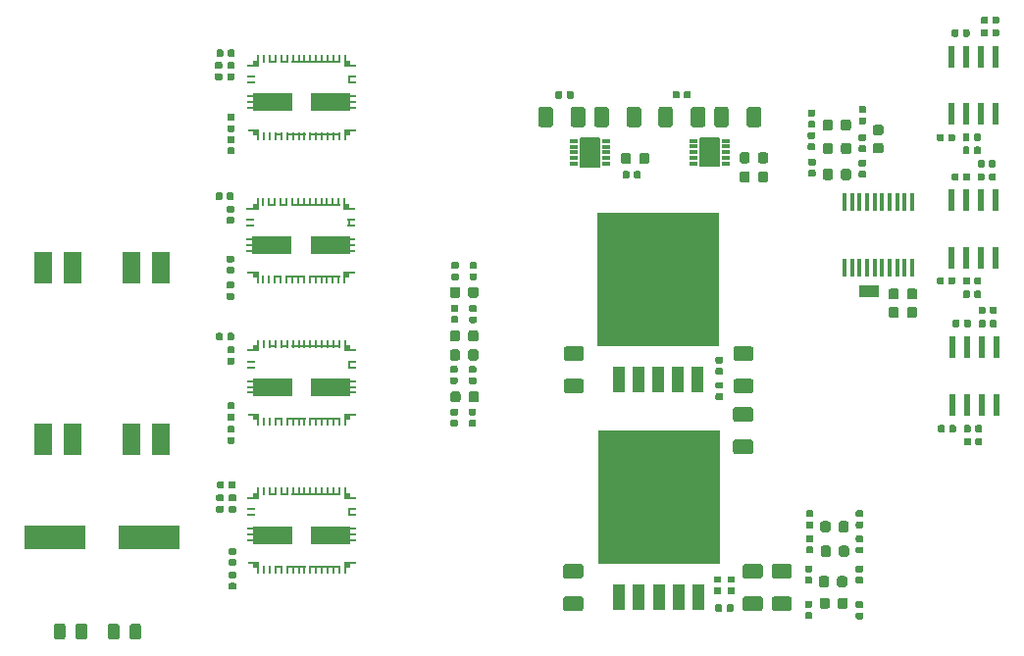
<source format=gbr>
G04 #@! TF.GenerationSoftware,KiCad,Pcbnew,5.1.5-52549c5~84~ubuntu18.04.1*
G04 #@! TF.CreationDate,2019-12-01T16:37:40+01:00*
G04 #@! TF.ProjectId,power_control_ipe_v1,706f7765-725f-4636-9f6e-74726f6c5f69,rev?*
G04 #@! TF.SameCoordinates,Original*
G04 #@! TF.FileFunction,Paste,Top*
G04 #@! TF.FilePolarity,Positive*
%FSLAX46Y46*%
G04 Gerber Fmt 4.6, Leading zero omitted, Abs format (unit mm)*
G04 Created by KiCad (PCBNEW 5.1.5-52549c5~84~ubuntu18.04.1) date 2019-12-01 16:37:40*
%MOMM*%
%LPD*%
G04 APERTURE LIST*
%ADD10C,0.152400*%
%ADD11R,5.308600X2.108200*%
%ADD12C,0.100000*%
%ADD13R,0.533400X1.981200*%
%ADD14R,1.800000X1.000000*%
%ADD15R,10.591800X11.633200*%
%ADD16R,1.016000X2.286000*%
%ADD17R,0.254000X0.711200*%
%ADD18R,0.711200X0.254000*%
%ADD19R,3.479800X1.600200*%
%ADD20R,0.584200X0.584200*%
%ADD21R,4.241800X0.254000*%
%ADD22R,0.762000X0.254000*%
%ADD23R,2.743200X0.254000*%
%ADD24R,1.752600X0.254000*%
%ADD25R,0.254000X0.762000*%
%ADD26R,1.650000X2.380000*%
%ADD27R,0.750000X0.304800*%
%ADD28R,0.350800X1.561200*%
%ADD29R,1.600000X2.800000*%
G04 APERTURE END LIST*
D10*
X209271300Y-115127900D02*
X207620300Y-115127900D01*
X209271300Y-117515500D02*
X209271300Y-115127900D01*
X207620300Y-117515500D02*
X209271300Y-117515500D01*
X207620300Y-115127900D02*
X207620300Y-117515500D01*
X219621800Y-115112400D02*
X217970800Y-115112400D01*
X219621800Y-117500000D02*
X219621800Y-115112400D01*
X217970800Y-117500000D02*
X219621800Y-117500000D01*
X217970800Y-115112400D02*
X217970800Y-117500000D01*
D11*
X162292900Y-149589600D03*
X170395500Y-149589600D03*
D12*
G36*
X232171158Y-112320310D02*
G01*
X232185476Y-112322434D01*
X232199517Y-112325951D01*
X232213146Y-112330828D01*
X232226231Y-112337017D01*
X232238647Y-112344458D01*
X232250273Y-112353081D01*
X232260998Y-112362802D01*
X232270719Y-112373527D01*
X232279342Y-112385153D01*
X232286783Y-112397569D01*
X232292972Y-112410654D01*
X232297849Y-112424283D01*
X232301366Y-112438324D01*
X232303490Y-112452642D01*
X232304200Y-112467100D01*
X232304200Y-112762100D01*
X232303490Y-112776558D01*
X232301366Y-112790876D01*
X232297849Y-112804917D01*
X232292972Y-112818546D01*
X232286783Y-112831631D01*
X232279342Y-112844047D01*
X232270719Y-112855673D01*
X232260998Y-112866398D01*
X232250273Y-112876119D01*
X232238647Y-112884742D01*
X232226231Y-112892183D01*
X232213146Y-112898372D01*
X232199517Y-112903249D01*
X232185476Y-112906766D01*
X232171158Y-112908890D01*
X232156700Y-112909600D01*
X231811700Y-112909600D01*
X231797242Y-112908890D01*
X231782924Y-112906766D01*
X231768883Y-112903249D01*
X231755254Y-112898372D01*
X231742169Y-112892183D01*
X231729753Y-112884742D01*
X231718127Y-112876119D01*
X231707402Y-112866398D01*
X231697681Y-112855673D01*
X231689058Y-112844047D01*
X231681617Y-112831631D01*
X231675428Y-112818546D01*
X231670551Y-112804917D01*
X231667034Y-112790876D01*
X231664910Y-112776558D01*
X231664200Y-112762100D01*
X231664200Y-112467100D01*
X231664910Y-112452642D01*
X231667034Y-112438324D01*
X231670551Y-112424283D01*
X231675428Y-112410654D01*
X231681617Y-112397569D01*
X231689058Y-112385153D01*
X231697681Y-112373527D01*
X231707402Y-112362802D01*
X231718127Y-112353081D01*
X231729753Y-112344458D01*
X231742169Y-112337017D01*
X231755254Y-112330828D01*
X231768883Y-112325951D01*
X231782924Y-112322434D01*
X231797242Y-112320310D01*
X231811700Y-112319600D01*
X232156700Y-112319600D01*
X232171158Y-112320310D01*
G37*
G36*
X232171158Y-113290310D02*
G01*
X232185476Y-113292434D01*
X232199517Y-113295951D01*
X232213146Y-113300828D01*
X232226231Y-113307017D01*
X232238647Y-113314458D01*
X232250273Y-113323081D01*
X232260998Y-113332802D01*
X232270719Y-113343527D01*
X232279342Y-113355153D01*
X232286783Y-113367569D01*
X232292972Y-113380654D01*
X232297849Y-113394283D01*
X232301366Y-113408324D01*
X232303490Y-113422642D01*
X232304200Y-113437100D01*
X232304200Y-113732100D01*
X232303490Y-113746558D01*
X232301366Y-113760876D01*
X232297849Y-113774917D01*
X232292972Y-113788546D01*
X232286783Y-113801631D01*
X232279342Y-113814047D01*
X232270719Y-113825673D01*
X232260998Y-113836398D01*
X232250273Y-113846119D01*
X232238647Y-113854742D01*
X232226231Y-113862183D01*
X232213146Y-113868372D01*
X232199517Y-113873249D01*
X232185476Y-113876766D01*
X232171158Y-113878890D01*
X232156700Y-113879600D01*
X231811700Y-113879600D01*
X231797242Y-113878890D01*
X231782924Y-113876766D01*
X231768883Y-113873249D01*
X231755254Y-113868372D01*
X231742169Y-113862183D01*
X231729753Y-113854742D01*
X231718127Y-113846119D01*
X231707402Y-113836398D01*
X231697681Y-113825673D01*
X231689058Y-113814047D01*
X231681617Y-113801631D01*
X231675428Y-113788546D01*
X231670551Y-113774917D01*
X231667034Y-113760876D01*
X231664910Y-113746558D01*
X231664200Y-113732100D01*
X231664200Y-113437100D01*
X231664910Y-113422642D01*
X231667034Y-113408324D01*
X231670551Y-113394283D01*
X231675428Y-113380654D01*
X231681617Y-113367569D01*
X231689058Y-113355153D01*
X231697681Y-113343527D01*
X231707402Y-113332802D01*
X231718127Y-113323081D01*
X231729753Y-113314458D01*
X231742169Y-113307017D01*
X231755254Y-113300828D01*
X231768883Y-113295951D01*
X231782924Y-113292434D01*
X231797242Y-113290310D01*
X231811700Y-113289600D01*
X232156700Y-113289600D01*
X232171158Y-113290310D01*
G37*
G36*
X242181158Y-140990310D02*
G01*
X242195476Y-140992434D01*
X242209517Y-140995951D01*
X242223146Y-141000828D01*
X242236231Y-141007017D01*
X242248647Y-141014458D01*
X242260273Y-141023081D01*
X242270998Y-141032802D01*
X242280719Y-141043527D01*
X242289342Y-141055153D01*
X242296783Y-141067569D01*
X242302972Y-141080654D01*
X242307849Y-141094283D01*
X242311366Y-141108324D01*
X242313490Y-141122642D01*
X242314200Y-141137100D01*
X242314200Y-141482100D01*
X242313490Y-141496558D01*
X242311366Y-141510876D01*
X242307849Y-141524917D01*
X242302972Y-141538546D01*
X242296783Y-141551631D01*
X242289342Y-141564047D01*
X242280719Y-141575673D01*
X242270998Y-141586398D01*
X242260273Y-141596119D01*
X242248647Y-141604742D01*
X242236231Y-141612183D01*
X242223146Y-141618372D01*
X242209517Y-141623249D01*
X242195476Y-141626766D01*
X242181158Y-141628890D01*
X242166700Y-141629600D01*
X241871700Y-141629600D01*
X241857242Y-141628890D01*
X241842924Y-141626766D01*
X241828883Y-141623249D01*
X241815254Y-141618372D01*
X241802169Y-141612183D01*
X241789753Y-141604742D01*
X241778127Y-141596119D01*
X241767402Y-141586398D01*
X241757681Y-141575673D01*
X241749058Y-141564047D01*
X241741617Y-141551631D01*
X241735428Y-141538546D01*
X241730551Y-141524917D01*
X241727034Y-141510876D01*
X241724910Y-141496558D01*
X241724200Y-141482100D01*
X241724200Y-141137100D01*
X241724910Y-141122642D01*
X241727034Y-141108324D01*
X241730551Y-141094283D01*
X241735428Y-141080654D01*
X241741617Y-141067569D01*
X241749058Y-141055153D01*
X241757681Y-141043527D01*
X241767402Y-141032802D01*
X241778127Y-141023081D01*
X241789753Y-141014458D01*
X241802169Y-141007017D01*
X241815254Y-141000828D01*
X241828883Y-140995951D01*
X241842924Y-140992434D01*
X241857242Y-140990310D01*
X241871700Y-140989600D01*
X242166700Y-140989600D01*
X242181158Y-140990310D01*
G37*
G36*
X241211158Y-140990310D02*
G01*
X241225476Y-140992434D01*
X241239517Y-140995951D01*
X241253146Y-141000828D01*
X241266231Y-141007017D01*
X241278647Y-141014458D01*
X241290273Y-141023081D01*
X241300998Y-141032802D01*
X241310719Y-141043527D01*
X241319342Y-141055153D01*
X241326783Y-141067569D01*
X241332972Y-141080654D01*
X241337849Y-141094283D01*
X241341366Y-141108324D01*
X241343490Y-141122642D01*
X241344200Y-141137100D01*
X241344200Y-141482100D01*
X241343490Y-141496558D01*
X241341366Y-141510876D01*
X241337849Y-141524917D01*
X241332972Y-141538546D01*
X241326783Y-141551631D01*
X241319342Y-141564047D01*
X241310719Y-141575673D01*
X241300998Y-141586398D01*
X241290273Y-141596119D01*
X241278647Y-141604742D01*
X241266231Y-141612183D01*
X241253146Y-141618372D01*
X241239517Y-141623249D01*
X241225476Y-141626766D01*
X241211158Y-141628890D01*
X241196700Y-141629600D01*
X240901700Y-141629600D01*
X240887242Y-141628890D01*
X240872924Y-141626766D01*
X240858883Y-141623249D01*
X240845254Y-141618372D01*
X240832169Y-141612183D01*
X240819753Y-141604742D01*
X240808127Y-141596119D01*
X240797402Y-141586398D01*
X240787681Y-141575673D01*
X240779058Y-141564047D01*
X240771617Y-141551631D01*
X240765428Y-141538546D01*
X240760551Y-141524917D01*
X240757034Y-141510876D01*
X240754910Y-141496558D01*
X240754200Y-141482100D01*
X240754200Y-141137100D01*
X240754910Y-141122642D01*
X240757034Y-141108324D01*
X240760551Y-141094283D01*
X240765428Y-141080654D01*
X240771617Y-141067569D01*
X240779058Y-141055153D01*
X240787681Y-141043527D01*
X240797402Y-141032802D01*
X240808127Y-141023081D01*
X240819753Y-141014458D01*
X240832169Y-141007017D01*
X240845254Y-141000828D01*
X240858883Y-140995951D01*
X240872924Y-140992434D01*
X240887242Y-140990310D01*
X240901700Y-140989600D01*
X241196700Y-140989600D01*
X241211158Y-140990310D01*
G37*
G36*
X239924758Y-139856910D02*
G01*
X239939076Y-139859034D01*
X239953117Y-139862551D01*
X239966746Y-139867428D01*
X239979831Y-139873617D01*
X239992247Y-139881058D01*
X240003873Y-139889681D01*
X240014598Y-139899402D01*
X240024319Y-139910127D01*
X240032942Y-139921753D01*
X240040383Y-139934169D01*
X240046572Y-139947254D01*
X240051449Y-139960883D01*
X240054966Y-139974924D01*
X240057090Y-139989242D01*
X240057800Y-140003700D01*
X240057800Y-140348700D01*
X240057090Y-140363158D01*
X240054966Y-140377476D01*
X240051449Y-140391517D01*
X240046572Y-140405146D01*
X240040383Y-140418231D01*
X240032942Y-140430647D01*
X240024319Y-140442273D01*
X240014598Y-140452998D01*
X240003873Y-140462719D01*
X239992247Y-140471342D01*
X239979831Y-140478783D01*
X239966746Y-140484972D01*
X239953117Y-140489849D01*
X239939076Y-140493366D01*
X239924758Y-140495490D01*
X239910300Y-140496200D01*
X239615300Y-140496200D01*
X239600842Y-140495490D01*
X239586524Y-140493366D01*
X239572483Y-140489849D01*
X239558854Y-140484972D01*
X239545769Y-140478783D01*
X239533353Y-140471342D01*
X239521727Y-140462719D01*
X239511002Y-140452998D01*
X239501281Y-140442273D01*
X239492658Y-140430647D01*
X239485217Y-140418231D01*
X239479028Y-140405146D01*
X239474151Y-140391517D01*
X239470634Y-140377476D01*
X239468510Y-140363158D01*
X239467800Y-140348700D01*
X239467800Y-140003700D01*
X239468510Y-139989242D01*
X239470634Y-139974924D01*
X239474151Y-139960883D01*
X239479028Y-139947254D01*
X239485217Y-139934169D01*
X239492658Y-139921753D01*
X239501281Y-139910127D01*
X239511002Y-139899402D01*
X239521727Y-139889681D01*
X239533353Y-139881058D01*
X239545769Y-139873617D01*
X239558854Y-139867428D01*
X239572483Y-139862551D01*
X239586524Y-139859034D01*
X239600842Y-139856910D01*
X239615300Y-139856200D01*
X239910300Y-139856200D01*
X239924758Y-139856910D01*
G37*
G36*
X238954758Y-139856910D02*
G01*
X238969076Y-139859034D01*
X238983117Y-139862551D01*
X238996746Y-139867428D01*
X239009831Y-139873617D01*
X239022247Y-139881058D01*
X239033873Y-139889681D01*
X239044598Y-139899402D01*
X239054319Y-139910127D01*
X239062942Y-139921753D01*
X239070383Y-139934169D01*
X239076572Y-139947254D01*
X239081449Y-139960883D01*
X239084966Y-139974924D01*
X239087090Y-139989242D01*
X239087800Y-140003700D01*
X239087800Y-140348700D01*
X239087090Y-140363158D01*
X239084966Y-140377476D01*
X239081449Y-140391517D01*
X239076572Y-140405146D01*
X239070383Y-140418231D01*
X239062942Y-140430647D01*
X239054319Y-140442273D01*
X239044598Y-140452998D01*
X239033873Y-140462719D01*
X239022247Y-140471342D01*
X239009831Y-140478783D01*
X238996746Y-140484972D01*
X238983117Y-140489849D01*
X238969076Y-140493366D01*
X238954758Y-140495490D01*
X238940300Y-140496200D01*
X238645300Y-140496200D01*
X238630842Y-140495490D01*
X238616524Y-140493366D01*
X238602483Y-140489849D01*
X238588854Y-140484972D01*
X238575769Y-140478783D01*
X238563353Y-140471342D01*
X238551727Y-140462719D01*
X238541002Y-140452998D01*
X238531281Y-140442273D01*
X238522658Y-140430647D01*
X238515217Y-140418231D01*
X238509028Y-140405146D01*
X238504151Y-140391517D01*
X238500634Y-140377476D01*
X238498510Y-140363158D01*
X238497800Y-140348700D01*
X238497800Y-140003700D01*
X238498510Y-139989242D01*
X238500634Y-139974924D01*
X238504151Y-139960883D01*
X238509028Y-139947254D01*
X238515217Y-139934169D01*
X238522658Y-139921753D01*
X238531281Y-139910127D01*
X238541002Y-139899402D01*
X238551727Y-139889681D01*
X238563353Y-139881058D01*
X238575769Y-139873617D01*
X238588854Y-139867428D01*
X238602483Y-139862551D01*
X238616524Y-139859034D01*
X238630842Y-139856910D01*
X238645300Y-139856200D01*
X238940300Y-139856200D01*
X238954758Y-139856910D01*
G37*
G36*
X242162358Y-139856910D02*
G01*
X242176676Y-139859034D01*
X242190717Y-139862551D01*
X242204346Y-139867428D01*
X242217431Y-139873617D01*
X242229847Y-139881058D01*
X242241473Y-139889681D01*
X242252198Y-139899402D01*
X242261919Y-139910127D01*
X242270542Y-139921753D01*
X242277983Y-139934169D01*
X242284172Y-139947254D01*
X242289049Y-139960883D01*
X242292566Y-139974924D01*
X242294690Y-139989242D01*
X242295400Y-140003700D01*
X242295400Y-140348700D01*
X242294690Y-140363158D01*
X242292566Y-140377476D01*
X242289049Y-140391517D01*
X242284172Y-140405146D01*
X242277983Y-140418231D01*
X242270542Y-140430647D01*
X242261919Y-140442273D01*
X242252198Y-140452998D01*
X242241473Y-140462719D01*
X242229847Y-140471342D01*
X242217431Y-140478783D01*
X242204346Y-140484972D01*
X242190717Y-140489849D01*
X242176676Y-140493366D01*
X242162358Y-140495490D01*
X242147900Y-140496200D01*
X241852900Y-140496200D01*
X241838442Y-140495490D01*
X241824124Y-140493366D01*
X241810083Y-140489849D01*
X241796454Y-140484972D01*
X241783369Y-140478783D01*
X241770953Y-140471342D01*
X241759327Y-140462719D01*
X241748602Y-140452998D01*
X241738881Y-140442273D01*
X241730258Y-140430647D01*
X241722817Y-140418231D01*
X241716628Y-140405146D01*
X241711751Y-140391517D01*
X241708234Y-140377476D01*
X241706110Y-140363158D01*
X241705400Y-140348700D01*
X241705400Y-140003700D01*
X241706110Y-139989242D01*
X241708234Y-139974924D01*
X241711751Y-139960883D01*
X241716628Y-139947254D01*
X241722817Y-139934169D01*
X241730258Y-139921753D01*
X241738881Y-139910127D01*
X241748602Y-139899402D01*
X241759327Y-139889681D01*
X241770953Y-139881058D01*
X241783369Y-139873617D01*
X241796454Y-139867428D01*
X241810083Y-139862551D01*
X241824124Y-139859034D01*
X241838442Y-139856910D01*
X241852900Y-139856200D01*
X242147900Y-139856200D01*
X242162358Y-139856910D01*
G37*
G36*
X241192358Y-139856910D02*
G01*
X241206676Y-139859034D01*
X241220717Y-139862551D01*
X241234346Y-139867428D01*
X241247431Y-139873617D01*
X241259847Y-139881058D01*
X241271473Y-139889681D01*
X241282198Y-139899402D01*
X241291919Y-139910127D01*
X241300542Y-139921753D01*
X241307983Y-139934169D01*
X241314172Y-139947254D01*
X241319049Y-139960883D01*
X241322566Y-139974924D01*
X241324690Y-139989242D01*
X241325400Y-140003700D01*
X241325400Y-140348700D01*
X241324690Y-140363158D01*
X241322566Y-140377476D01*
X241319049Y-140391517D01*
X241314172Y-140405146D01*
X241307983Y-140418231D01*
X241300542Y-140430647D01*
X241291919Y-140442273D01*
X241282198Y-140452998D01*
X241271473Y-140462719D01*
X241259847Y-140471342D01*
X241247431Y-140478783D01*
X241234346Y-140484972D01*
X241220717Y-140489849D01*
X241206676Y-140493366D01*
X241192358Y-140495490D01*
X241177900Y-140496200D01*
X240882900Y-140496200D01*
X240868442Y-140495490D01*
X240854124Y-140493366D01*
X240840083Y-140489849D01*
X240826454Y-140484972D01*
X240813369Y-140478783D01*
X240800953Y-140471342D01*
X240789327Y-140462719D01*
X240778602Y-140452998D01*
X240768881Y-140442273D01*
X240760258Y-140430647D01*
X240752817Y-140418231D01*
X240746628Y-140405146D01*
X240741751Y-140391517D01*
X240738234Y-140377476D01*
X240736110Y-140363158D01*
X240735400Y-140348700D01*
X240735400Y-140003700D01*
X240736110Y-139989242D01*
X240738234Y-139974924D01*
X240741751Y-139960883D01*
X240746628Y-139947254D01*
X240752817Y-139934169D01*
X240760258Y-139921753D01*
X240768881Y-139910127D01*
X240778602Y-139899402D01*
X240789327Y-139889681D01*
X240800953Y-139881058D01*
X240813369Y-139873617D01*
X240826454Y-139867428D01*
X240840083Y-139862551D01*
X240854124Y-139859034D01*
X240868442Y-139856910D01*
X240882900Y-139856200D01*
X241177900Y-139856200D01*
X241192358Y-139856910D01*
G37*
G36*
X230617692Y-150273254D02*
G01*
X230638927Y-150276404D01*
X230659751Y-150281620D01*
X230679963Y-150288852D01*
X230699369Y-150298031D01*
X230717782Y-150309067D01*
X230735025Y-150321855D01*
X230750931Y-150336271D01*
X230765347Y-150352177D01*
X230778135Y-150369420D01*
X230789171Y-150387833D01*
X230798350Y-150407239D01*
X230805582Y-150427451D01*
X230810798Y-150448275D01*
X230813948Y-150469510D01*
X230815001Y-150490951D01*
X230815001Y-151003451D01*
X230813948Y-151024892D01*
X230810798Y-151046127D01*
X230805582Y-151066951D01*
X230798350Y-151087163D01*
X230789171Y-151106569D01*
X230778135Y-151124982D01*
X230765347Y-151142225D01*
X230750931Y-151158131D01*
X230735025Y-151172547D01*
X230717782Y-151185335D01*
X230699369Y-151196371D01*
X230679963Y-151205550D01*
X230659751Y-151212782D01*
X230638927Y-151217998D01*
X230617692Y-151221148D01*
X230596251Y-151222201D01*
X230158751Y-151222201D01*
X230137310Y-151221148D01*
X230116075Y-151217998D01*
X230095251Y-151212782D01*
X230075039Y-151205550D01*
X230055633Y-151196371D01*
X230037220Y-151185335D01*
X230019977Y-151172547D01*
X230004071Y-151158131D01*
X229989655Y-151142225D01*
X229976867Y-151124982D01*
X229965831Y-151106569D01*
X229956652Y-151087163D01*
X229949420Y-151066951D01*
X229944204Y-151046127D01*
X229941054Y-151024892D01*
X229940001Y-151003451D01*
X229940001Y-150490951D01*
X229941054Y-150469510D01*
X229944204Y-150448275D01*
X229949420Y-150427451D01*
X229956652Y-150407239D01*
X229965831Y-150387833D01*
X229976867Y-150369420D01*
X229989655Y-150352177D01*
X230004071Y-150336271D01*
X230019977Y-150321855D01*
X230037220Y-150309067D01*
X230055633Y-150298031D01*
X230075039Y-150288852D01*
X230095251Y-150281620D01*
X230116075Y-150276404D01*
X230137310Y-150273254D01*
X230158751Y-150272201D01*
X230596251Y-150272201D01*
X230617692Y-150273254D01*
G37*
G36*
X229042692Y-150273254D02*
G01*
X229063927Y-150276404D01*
X229084751Y-150281620D01*
X229104963Y-150288852D01*
X229124369Y-150298031D01*
X229142782Y-150309067D01*
X229160025Y-150321855D01*
X229175931Y-150336271D01*
X229190347Y-150352177D01*
X229203135Y-150369420D01*
X229214171Y-150387833D01*
X229223350Y-150407239D01*
X229230582Y-150427451D01*
X229235798Y-150448275D01*
X229238948Y-150469510D01*
X229240001Y-150490951D01*
X229240001Y-151003451D01*
X229238948Y-151024892D01*
X229235798Y-151046127D01*
X229230582Y-151066951D01*
X229223350Y-151087163D01*
X229214171Y-151106569D01*
X229203135Y-151124982D01*
X229190347Y-151142225D01*
X229175931Y-151158131D01*
X229160025Y-151172547D01*
X229142782Y-151185335D01*
X229124369Y-151196371D01*
X229104963Y-151205550D01*
X229084751Y-151212782D01*
X229063927Y-151217998D01*
X229042692Y-151221148D01*
X229021251Y-151222201D01*
X228583751Y-151222201D01*
X228562310Y-151221148D01*
X228541075Y-151217998D01*
X228520251Y-151212782D01*
X228500039Y-151205550D01*
X228480633Y-151196371D01*
X228462220Y-151185335D01*
X228444977Y-151172547D01*
X228429071Y-151158131D01*
X228414655Y-151142225D01*
X228401867Y-151124982D01*
X228390831Y-151106569D01*
X228381652Y-151087163D01*
X228374420Y-151066951D01*
X228369204Y-151046127D01*
X228366054Y-151024892D01*
X228365001Y-151003451D01*
X228365001Y-150490951D01*
X228366054Y-150469510D01*
X228369204Y-150448275D01*
X228374420Y-150427451D01*
X228381652Y-150407239D01*
X228390831Y-150387833D01*
X228401867Y-150369420D01*
X228414655Y-150352177D01*
X228429071Y-150336271D01*
X228444977Y-150321855D01*
X228462220Y-150309067D01*
X228480633Y-150298031D01*
X228500039Y-150288852D01*
X228520251Y-150281620D01*
X228541075Y-150276404D01*
X228562310Y-150273254D01*
X228583751Y-150272201D01*
X229021251Y-150272201D01*
X229042692Y-150273254D01*
G37*
G36*
X227611158Y-150340310D02*
G01*
X227625476Y-150342434D01*
X227639517Y-150345951D01*
X227653146Y-150350828D01*
X227666231Y-150357017D01*
X227678647Y-150364458D01*
X227690273Y-150373081D01*
X227700998Y-150382802D01*
X227710719Y-150393527D01*
X227719342Y-150405153D01*
X227726783Y-150417569D01*
X227732972Y-150430654D01*
X227737849Y-150444283D01*
X227741366Y-150458324D01*
X227743490Y-150472642D01*
X227744200Y-150487100D01*
X227744200Y-150782100D01*
X227743490Y-150796558D01*
X227741366Y-150810876D01*
X227737849Y-150824917D01*
X227732972Y-150838546D01*
X227726783Y-150851631D01*
X227719342Y-150864047D01*
X227710719Y-150875673D01*
X227700998Y-150886398D01*
X227690273Y-150896119D01*
X227678647Y-150904742D01*
X227666231Y-150912183D01*
X227653146Y-150918372D01*
X227639517Y-150923249D01*
X227625476Y-150926766D01*
X227611158Y-150928890D01*
X227596700Y-150929600D01*
X227251700Y-150929600D01*
X227237242Y-150928890D01*
X227222924Y-150926766D01*
X227208883Y-150923249D01*
X227195254Y-150918372D01*
X227182169Y-150912183D01*
X227169753Y-150904742D01*
X227158127Y-150896119D01*
X227147402Y-150886398D01*
X227137681Y-150875673D01*
X227129058Y-150864047D01*
X227121617Y-150851631D01*
X227115428Y-150838546D01*
X227110551Y-150824917D01*
X227107034Y-150810876D01*
X227104910Y-150796558D01*
X227104200Y-150782100D01*
X227104200Y-150487100D01*
X227104910Y-150472642D01*
X227107034Y-150458324D01*
X227110551Y-150444283D01*
X227115428Y-150430654D01*
X227121617Y-150417569D01*
X227129058Y-150405153D01*
X227137681Y-150393527D01*
X227147402Y-150382802D01*
X227158127Y-150373081D01*
X227169753Y-150364458D01*
X227182169Y-150357017D01*
X227195254Y-150350828D01*
X227208883Y-150345951D01*
X227222924Y-150342434D01*
X227237242Y-150340310D01*
X227251700Y-150339600D01*
X227596700Y-150339600D01*
X227611158Y-150340310D01*
G37*
G36*
X227611158Y-149370310D02*
G01*
X227625476Y-149372434D01*
X227639517Y-149375951D01*
X227653146Y-149380828D01*
X227666231Y-149387017D01*
X227678647Y-149394458D01*
X227690273Y-149403081D01*
X227700998Y-149412802D01*
X227710719Y-149423527D01*
X227719342Y-149435153D01*
X227726783Y-149447569D01*
X227732972Y-149460654D01*
X227737849Y-149474283D01*
X227741366Y-149488324D01*
X227743490Y-149502642D01*
X227744200Y-149517100D01*
X227744200Y-149812100D01*
X227743490Y-149826558D01*
X227741366Y-149840876D01*
X227737849Y-149854917D01*
X227732972Y-149868546D01*
X227726783Y-149881631D01*
X227719342Y-149894047D01*
X227710719Y-149905673D01*
X227700998Y-149916398D01*
X227690273Y-149926119D01*
X227678647Y-149934742D01*
X227666231Y-149942183D01*
X227653146Y-149948372D01*
X227639517Y-149953249D01*
X227625476Y-149956766D01*
X227611158Y-149958890D01*
X227596700Y-149959600D01*
X227251700Y-149959600D01*
X227237242Y-149958890D01*
X227222924Y-149956766D01*
X227208883Y-149953249D01*
X227195254Y-149948372D01*
X227182169Y-149942183D01*
X227169753Y-149934742D01*
X227158127Y-149926119D01*
X227147402Y-149916398D01*
X227137681Y-149905673D01*
X227129058Y-149894047D01*
X227121617Y-149881631D01*
X227115428Y-149868546D01*
X227110551Y-149854917D01*
X227107034Y-149840876D01*
X227104910Y-149826558D01*
X227104200Y-149812100D01*
X227104200Y-149517100D01*
X227104910Y-149502642D01*
X227107034Y-149488324D01*
X227110551Y-149474283D01*
X227115428Y-149460654D01*
X227121617Y-149447569D01*
X227129058Y-149435153D01*
X227137681Y-149423527D01*
X227147402Y-149412802D01*
X227158127Y-149403081D01*
X227169753Y-149394458D01*
X227182169Y-149387017D01*
X227195254Y-149380828D01*
X227208883Y-149375951D01*
X227222924Y-149372434D01*
X227237242Y-149370310D01*
X227251700Y-149369600D01*
X227596700Y-149369600D01*
X227611158Y-149370310D01*
G37*
G36*
X231911158Y-150360310D02*
G01*
X231925476Y-150362434D01*
X231939517Y-150365951D01*
X231953146Y-150370828D01*
X231966231Y-150377017D01*
X231978647Y-150384458D01*
X231990273Y-150393081D01*
X232000998Y-150402802D01*
X232010719Y-150413527D01*
X232019342Y-150425153D01*
X232026783Y-150437569D01*
X232032972Y-150450654D01*
X232037849Y-150464283D01*
X232041366Y-150478324D01*
X232043490Y-150492642D01*
X232044200Y-150507100D01*
X232044200Y-150802100D01*
X232043490Y-150816558D01*
X232041366Y-150830876D01*
X232037849Y-150844917D01*
X232032972Y-150858546D01*
X232026783Y-150871631D01*
X232019342Y-150884047D01*
X232010719Y-150895673D01*
X232000998Y-150906398D01*
X231990273Y-150916119D01*
X231978647Y-150924742D01*
X231966231Y-150932183D01*
X231953146Y-150938372D01*
X231939517Y-150943249D01*
X231925476Y-150946766D01*
X231911158Y-150948890D01*
X231896700Y-150949600D01*
X231551700Y-150949600D01*
X231537242Y-150948890D01*
X231522924Y-150946766D01*
X231508883Y-150943249D01*
X231495254Y-150938372D01*
X231482169Y-150932183D01*
X231469753Y-150924742D01*
X231458127Y-150916119D01*
X231447402Y-150906398D01*
X231437681Y-150895673D01*
X231429058Y-150884047D01*
X231421617Y-150871631D01*
X231415428Y-150858546D01*
X231410551Y-150844917D01*
X231407034Y-150830876D01*
X231404910Y-150816558D01*
X231404200Y-150802100D01*
X231404200Y-150507100D01*
X231404910Y-150492642D01*
X231407034Y-150478324D01*
X231410551Y-150464283D01*
X231415428Y-150450654D01*
X231421617Y-150437569D01*
X231429058Y-150425153D01*
X231437681Y-150413527D01*
X231447402Y-150402802D01*
X231458127Y-150393081D01*
X231469753Y-150384458D01*
X231482169Y-150377017D01*
X231495254Y-150370828D01*
X231508883Y-150365951D01*
X231522924Y-150362434D01*
X231537242Y-150360310D01*
X231551700Y-150359600D01*
X231896700Y-150359600D01*
X231911158Y-150360310D01*
G37*
G36*
X231911158Y-149390310D02*
G01*
X231925476Y-149392434D01*
X231939517Y-149395951D01*
X231953146Y-149400828D01*
X231966231Y-149407017D01*
X231978647Y-149414458D01*
X231990273Y-149423081D01*
X232000998Y-149432802D01*
X232010719Y-149443527D01*
X232019342Y-149455153D01*
X232026783Y-149467569D01*
X232032972Y-149480654D01*
X232037849Y-149494283D01*
X232041366Y-149508324D01*
X232043490Y-149522642D01*
X232044200Y-149537100D01*
X232044200Y-149832100D01*
X232043490Y-149846558D01*
X232041366Y-149860876D01*
X232037849Y-149874917D01*
X232032972Y-149888546D01*
X232026783Y-149901631D01*
X232019342Y-149914047D01*
X232010719Y-149925673D01*
X232000998Y-149936398D01*
X231990273Y-149946119D01*
X231978647Y-149954742D01*
X231966231Y-149962183D01*
X231953146Y-149968372D01*
X231939517Y-149973249D01*
X231925476Y-149976766D01*
X231911158Y-149978890D01*
X231896700Y-149979600D01*
X231551700Y-149979600D01*
X231537242Y-149978890D01*
X231522924Y-149976766D01*
X231508883Y-149973249D01*
X231495254Y-149968372D01*
X231482169Y-149962183D01*
X231469753Y-149954742D01*
X231458127Y-149946119D01*
X231447402Y-149936398D01*
X231437681Y-149925673D01*
X231429058Y-149914047D01*
X231421617Y-149901631D01*
X231415428Y-149888546D01*
X231410551Y-149874917D01*
X231407034Y-149860876D01*
X231404910Y-149846558D01*
X231404200Y-149832100D01*
X231404200Y-149537100D01*
X231404910Y-149522642D01*
X231407034Y-149508324D01*
X231410551Y-149494283D01*
X231415428Y-149480654D01*
X231421617Y-149467569D01*
X231429058Y-149455153D01*
X231437681Y-149443527D01*
X231447402Y-149432802D01*
X231458127Y-149423081D01*
X231469753Y-149414458D01*
X231482169Y-149407017D01*
X231495254Y-149400828D01*
X231508883Y-149395951D01*
X231522924Y-149392434D01*
X231537242Y-149390310D01*
X231551700Y-149389600D01*
X231896700Y-149389600D01*
X231911158Y-149390310D01*
G37*
G36*
X231901158Y-152950310D02*
G01*
X231915476Y-152952434D01*
X231929517Y-152955951D01*
X231943146Y-152960828D01*
X231956231Y-152967017D01*
X231968647Y-152974458D01*
X231980273Y-152983081D01*
X231990998Y-152992802D01*
X232000719Y-153003527D01*
X232009342Y-153015153D01*
X232016783Y-153027569D01*
X232022972Y-153040654D01*
X232027849Y-153054283D01*
X232031366Y-153068324D01*
X232033490Y-153082642D01*
X232034200Y-153097100D01*
X232034200Y-153392100D01*
X232033490Y-153406558D01*
X232031366Y-153420876D01*
X232027849Y-153434917D01*
X232022972Y-153448546D01*
X232016783Y-153461631D01*
X232009342Y-153474047D01*
X232000719Y-153485673D01*
X231990998Y-153496398D01*
X231980273Y-153506119D01*
X231968647Y-153514742D01*
X231956231Y-153522183D01*
X231943146Y-153528372D01*
X231929517Y-153533249D01*
X231915476Y-153536766D01*
X231901158Y-153538890D01*
X231886700Y-153539600D01*
X231541700Y-153539600D01*
X231527242Y-153538890D01*
X231512924Y-153536766D01*
X231498883Y-153533249D01*
X231485254Y-153528372D01*
X231472169Y-153522183D01*
X231459753Y-153514742D01*
X231448127Y-153506119D01*
X231437402Y-153496398D01*
X231427681Y-153485673D01*
X231419058Y-153474047D01*
X231411617Y-153461631D01*
X231405428Y-153448546D01*
X231400551Y-153434917D01*
X231397034Y-153420876D01*
X231394910Y-153406558D01*
X231394200Y-153392100D01*
X231394200Y-153097100D01*
X231394910Y-153082642D01*
X231397034Y-153068324D01*
X231400551Y-153054283D01*
X231405428Y-153040654D01*
X231411617Y-153027569D01*
X231419058Y-153015153D01*
X231427681Y-153003527D01*
X231437402Y-152992802D01*
X231448127Y-152983081D01*
X231459753Y-152974458D01*
X231472169Y-152967017D01*
X231485254Y-152960828D01*
X231498883Y-152955951D01*
X231512924Y-152952434D01*
X231527242Y-152950310D01*
X231541700Y-152949600D01*
X231886700Y-152949600D01*
X231901158Y-152950310D01*
G37*
G36*
X231901158Y-151980310D02*
G01*
X231915476Y-151982434D01*
X231929517Y-151985951D01*
X231943146Y-151990828D01*
X231956231Y-151997017D01*
X231968647Y-152004458D01*
X231980273Y-152013081D01*
X231990998Y-152022802D01*
X232000719Y-152033527D01*
X232009342Y-152045153D01*
X232016783Y-152057569D01*
X232022972Y-152070654D01*
X232027849Y-152084283D01*
X232031366Y-152098324D01*
X232033490Y-152112642D01*
X232034200Y-152127100D01*
X232034200Y-152422100D01*
X232033490Y-152436558D01*
X232031366Y-152450876D01*
X232027849Y-152464917D01*
X232022972Y-152478546D01*
X232016783Y-152491631D01*
X232009342Y-152504047D01*
X232000719Y-152515673D01*
X231990998Y-152526398D01*
X231980273Y-152536119D01*
X231968647Y-152544742D01*
X231956231Y-152552183D01*
X231943146Y-152558372D01*
X231929517Y-152563249D01*
X231915476Y-152566766D01*
X231901158Y-152568890D01*
X231886700Y-152569600D01*
X231541700Y-152569600D01*
X231527242Y-152568890D01*
X231512924Y-152566766D01*
X231498883Y-152563249D01*
X231485254Y-152558372D01*
X231472169Y-152552183D01*
X231459753Y-152544742D01*
X231448127Y-152536119D01*
X231437402Y-152526398D01*
X231427681Y-152515673D01*
X231419058Y-152504047D01*
X231411617Y-152491631D01*
X231405428Y-152478546D01*
X231400551Y-152464917D01*
X231397034Y-152450876D01*
X231394910Y-152436558D01*
X231394200Y-152422100D01*
X231394200Y-152127100D01*
X231394910Y-152112642D01*
X231397034Y-152098324D01*
X231400551Y-152084283D01*
X231405428Y-152070654D01*
X231411617Y-152057569D01*
X231419058Y-152045153D01*
X231427681Y-152033527D01*
X231437402Y-152022802D01*
X231448127Y-152013081D01*
X231459753Y-152004458D01*
X231472169Y-151997017D01*
X231485254Y-151990828D01*
X231498883Y-151985951D01*
X231512924Y-151982434D01*
X231527242Y-151980310D01*
X231541700Y-151979600D01*
X231886700Y-151979600D01*
X231901158Y-151980310D01*
G37*
G36*
X227611158Y-148190310D02*
G01*
X227625476Y-148192434D01*
X227639517Y-148195951D01*
X227653146Y-148200828D01*
X227666231Y-148207017D01*
X227678647Y-148214458D01*
X227690273Y-148223081D01*
X227700998Y-148232802D01*
X227710719Y-148243527D01*
X227719342Y-148255153D01*
X227726783Y-148267569D01*
X227732972Y-148280654D01*
X227737849Y-148294283D01*
X227741366Y-148308324D01*
X227743490Y-148322642D01*
X227744200Y-148337100D01*
X227744200Y-148632100D01*
X227743490Y-148646558D01*
X227741366Y-148660876D01*
X227737849Y-148674917D01*
X227732972Y-148688546D01*
X227726783Y-148701631D01*
X227719342Y-148714047D01*
X227710719Y-148725673D01*
X227700998Y-148736398D01*
X227690273Y-148746119D01*
X227678647Y-148754742D01*
X227666231Y-148762183D01*
X227653146Y-148768372D01*
X227639517Y-148773249D01*
X227625476Y-148776766D01*
X227611158Y-148778890D01*
X227596700Y-148779600D01*
X227251700Y-148779600D01*
X227237242Y-148778890D01*
X227222924Y-148776766D01*
X227208883Y-148773249D01*
X227195254Y-148768372D01*
X227182169Y-148762183D01*
X227169753Y-148754742D01*
X227158127Y-148746119D01*
X227147402Y-148736398D01*
X227137681Y-148725673D01*
X227129058Y-148714047D01*
X227121617Y-148701631D01*
X227115428Y-148688546D01*
X227110551Y-148674917D01*
X227107034Y-148660876D01*
X227104910Y-148646558D01*
X227104200Y-148632100D01*
X227104200Y-148337100D01*
X227104910Y-148322642D01*
X227107034Y-148308324D01*
X227110551Y-148294283D01*
X227115428Y-148280654D01*
X227121617Y-148267569D01*
X227129058Y-148255153D01*
X227137681Y-148243527D01*
X227147402Y-148232802D01*
X227158127Y-148223081D01*
X227169753Y-148214458D01*
X227182169Y-148207017D01*
X227195254Y-148200828D01*
X227208883Y-148195951D01*
X227222924Y-148192434D01*
X227237242Y-148190310D01*
X227251700Y-148189600D01*
X227596700Y-148189600D01*
X227611158Y-148190310D01*
G37*
G36*
X227611158Y-147220310D02*
G01*
X227625476Y-147222434D01*
X227639517Y-147225951D01*
X227653146Y-147230828D01*
X227666231Y-147237017D01*
X227678647Y-147244458D01*
X227690273Y-147253081D01*
X227700998Y-147262802D01*
X227710719Y-147273527D01*
X227719342Y-147285153D01*
X227726783Y-147297569D01*
X227732972Y-147310654D01*
X227737849Y-147324283D01*
X227741366Y-147338324D01*
X227743490Y-147352642D01*
X227744200Y-147367100D01*
X227744200Y-147662100D01*
X227743490Y-147676558D01*
X227741366Y-147690876D01*
X227737849Y-147704917D01*
X227732972Y-147718546D01*
X227726783Y-147731631D01*
X227719342Y-147744047D01*
X227710719Y-147755673D01*
X227700998Y-147766398D01*
X227690273Y-147776119D01*
X227678647Y-147784742D01*
X227666231Y-147792183D01*
X227653146Y-147798372D01*
X227639517Y-147803249D01*
X227625476Y-147806766D01*
X227611158Y-147808890D01*
X227596700Y-147809600D01*
X227251700Y-147809600D01*
X227237242Y-147808890D01*
X227222924Y-147806766D01*
X227208883Y-147803249D01*
X227195254Y-147798372D01*
X227182169Y-147792183D01*
X227169753Y-147784742D01*
X227158127Y-147776119D01*
X227147402Y-147766398D01*
X227137681Y-147755673D01*
X227129058Y-147744047D01*
X227121617Y-147731631D01*
X227115428Y-147718546D01*
X227110551Y-147704917D01*
X227107034Y-147690876D01*
X227104910Y-147676558D01*
X227104200Y-147662100D01*
X227104200Y-147367100D01*
X227104910Y-147352642D01*
X227107034Y-147338324D01*
X227110551Y-147324283D01*
X227115428Y-147310654D01*
X227121617Y-147297569D01*
X227129058Y-147285153D01*
X227137681Y-147273527D01*
X227147402Y-147262802D01*
X227158127Y-147253081D01*
X227169753Y-147244458D01*
X227182169Y-147237017D01*
X227195254Y-147230828D01*
X227208883Y-147225951D01*
X227222924Y-147222434D01*
X227237242Y-147220310D01*
X227251700Y-147219600D01*
X227596700Y-147219600D01*
X227611158Y-147220310D01*
G37*
G36*
X231911158Y-148190310D02*
G01*
X231925476Y-148192434D01*
X231939517Y-148195951D01*
X231953146Y-148200828D01*
X231966231Y-148207017D01*
X231978647Y-148214458D01*
X231990273Y-148223081D01*
X232000998Y-148232802D01*
X232010719Y-148243527D01*
X232019342Y-148255153D01*
X232026783Y-148267569D01*
X232032972Y-148280654D01*
X232037849Y-148294283D01*
X232041366Y-148308324D01*
X232043490Y-148322642D01*
X232044200Y-148337100D01*
X232044200Y-148632100D01*
X232043490Y-148646558D01*
X232041366Y-148660876D01*
X232037849Y-148674917D01*
X232032972Y-148688546D01*
X232026783Y-148701631D01*
X232019342Y-148714047D01*
X232010719Y-148725673D01*
X232000998Y-148736398D01*
X231990273Y-148746119D01*
X231978647Y-148754742D01*
X231966231Y-148762183D01*
X231953146Y-148768372D01*
X231939517Y-148773249D01*
X231925476Y-148776766D01*
X231911158Y-148778890D01*
X231896700Y-148779600D01*
X231551700Y-148779600D01*
X231537242Y-148778890D01*
X231522924Y-148776766D01*
X231508883Y-148773249D01*
X231495254Y-148768372D01*
X231482169Y-148762183D01*
X231469753Y-148754742D01*
X231458127Y-148746119D01*
X231447402Y-148736398D01*
X231437681Y-148725673D01*
X231429058Y-148714047D01*
X231421617Y-148701631D01*
X231415428Y-148688546D01*
X231410551Y-148674917D01*
X231407034Y-148660876D01*
X231404910Y-148646558D01*
X231404200Y-148632100D01*
X231404200Y-148337100D01*
X231404910Y-148322642D01*
X231407034Y-148308324D01*
X231410551Y-148294283D01*
X231415428Y-148280654D01*
X231421617Y-148267569D01*
X231429058Y-148255153D01*
X231437681Y-148243527D01*
X231447402Y-148232802D01*
X231458127Y-148223081D01*
X231469753Y-148214458D01*
X231482169Y-148207017D01*
X231495254Y-148200828D01*
X231508883Y-148195951D01*
X231522924Y-148192434D01*
X231537242Y-148190310D01*
X231551700Y-148189600D01*
X231896700Y-148189600D01*
X231911158Y-148190310D01*
G37*
G36*
X231911158Y-147220310D02*
G01*
X231925476Y-147222434D01*
X231939517Y-147225951D01*
X231953146Y-147230828D01*
X231966231Y-147237017D01*
X231978647Y-147244458D01*
X231990273Y-147253081D01*
X232000998Y-147262802D01*
X232010719Y-147273527D01*
X232019342Y-147285153D01*
X232026783Y-147297569D01*
X232032972Y-147310654D01*
X232037849Y-147324283D01*
X232041366Y-147338324D01*
X232043490Y-147352642D01*
X232044200Y-147367100D01*
X232044200Y-147662100D01*
X232043490Y-147676558D01*
X232041366Y-147690876D01*
X232037849Y-147704917D01*
X232032972Y-147718546D01*
X232026783Y-147731631D01*
X232019342Y-147744047D01*
X232010719Y-147755673D01*
X232000998Y-147766398D01*
X231990273Y-147776119D01*
X231978647Y-147784742D01*
X231966231Y-147792183D01*
X231953146Y-147798372D01*
X231939517Y-147803249D01*
X231925476Y-147806766D01*
X231911158Y-147808890D01*
X231896700Y-147809600D01*
X231551700Y-147809600D01*
X231537242Y-147808890D01*
X231522924Y-147806766D01*
X231508883Y-147803249D01*
X231495254Y-147798372D01*
X231482169Y-147792183D01*
X231469753Y-147784742D01*
X231458127Y-147776119D01*
X231447402Y-147766398D01*
X231437681Y-147755673D01*
X231429058Y-147744047D01*
X231421617Y-147731631D01*
X231415428Y-147718546D01*
X231410551Y-147704917D01*
X231407034Y-147690876D01*
X231404910Y-147676558D01*
X231404200Y-147662100D01*
X231404200Y-147367100D01*
X231404910Y-147352642D01*
X231407034Y-147338324D01*
X231410551Y-147324283D01*
X231415428Y-147310654D01*
X231421617Y-147297569D01*
X231429058Y-147285153D01*
X231437681Y-147273527D01*
X231447402Y-147262802D01*
X231458127Y-147253081D01*
X231469753Y-147244458D01*
X231482169Y-147237017D01*
X231495254Y-147230828D01*
X231508883Y-147225951D01*
X231522924Y-147222434D01*
X231537242Y-147220310D01*
X231551700Y-147219600D01*
X231896700Y-147219600D01*
X231911158Y-147220310D01*
G37*
G36*
X230526691Y-154764053D02*
G01*
X230547926Y-154767203D01*
X230568750Y-154772419D01*
X230588962Y-154779651D01*
X230608368Y-154788830D01*
X230626781Y-154799866D01*
X230644024Y-154812654D01*
X230659930Y-154827070D01*
X230674346Y-154842976D01*
X230687134Y-154860219D01*
X230698170Y-154878632D01*
X230707349Y-154898038D01*
X230714581Y-154918250D01*
X230719797Y-154939074D01*
X230722947Y-154960309D01*
X230724000Y-154981750D01*
X230724000Y-155494250D01*
X230722947Y-155515691D01*
X230719797Y-155536926D01*
X230714581Y-155557750D01*
X230707349Y-155577962D01*
X230698170Y-155597368D01*
X230687134Y-155615781D01*
X230674346Y-155633024D01*
X230659930Y-155648930D01*
X230644024Y-155663346D01*
X230626781Y-155676134D01*
X230608368Y-155687170D01*
X230588962Y-155696349D01*
X230568750Y-155703581D01*
X230547926Y-155708797D01*
X230526691Y-155711947D01*
X230505250Y-155713000D01*
X230067750Y-155713000D01*
X230046309Y-155711947D01*
X230025074Y-155708797D01*
X230004250Y-155703581D01*
X229984038Y-155696349D01*
X229964632Y-155687170D01*
X229946219Y-155676134D01*
X229928976Y-155663346D01*
X229913070Y-155648930D01*
X229898654Y-155633024D01*
X229885866Y-155615781D01*
X229874830Y-155597368D01*
X229865651Y-155577962D01*
X229858419Y-155557750D01*
X229853203Y-155536926D01*
X229850053Y-155515691D01*
X229849000Y-155494250D01*
X229849000Y-154981750D01*
X229850053Y-154960309D01*
X229853203Y-154939074D01*
X229858419Y-154918250D01*
X229865651Y-154898038D01*
X229874830Y-154878632D01*
X229885866Y-154860219D01*
X229898654Y-154842976D01*
X229913070Y-154827070D01*
X229928976Y-154812654D01*
X229946219Y-154799866D01*
X229964632Y-154788830D01*
X229984038Y-154779651D01*
X230004250Y-154772419D01*
X230025074Y-154767203D01*
X230046309Y-154764053D01*
X230067750Y-154763000D01*
X230505250Y-154763000D01*
X230526691Y-154764053D01*
G37*
G36*
X228951691Y-154764053D02*
G01*
X228972926Y-154767203D01*
X228993750Y-154772419D01*
X229013962Y-154779651D01*
X229033368Y-154788830D01*
X229051781Y-154799866D01*
X229069024Y-154812654D01*
X229084930Y-154827070D01*
X229099346Y-154842976D01*
X229112134Y-154860219D01*
X229123170Y-154878632D01*
X229132349Y-154898038D01*
X229139581Y-154918250D01*
X229144797Y-154939074D01*
X229147947Y-154960309D01*
X229149000Y-154981750D01*
X229149000Y-155494250D01*
X229147947Y-155515691D01*
X229144797Y-155536926D01*
X229139581Y-155557750D01*
X229132349Y-155577962D01*
X229123170Y-155597368D01*
X229112134Y-155615781D01*
X229099346Y-155633024D01*
X229084930Y-155648930D01*
X229069024Y-155663346D01*
X229051781Y-155676134D01*
X229033368Y-155687170D01*
X229013962Y-155696349D01*
X228993750Y-155703581D01*
X228972926Y-155708797D01*
X228951691Y-155711947D01*
X228930250Y-155713000D01*
X228492750Y-155713000D01*
X228471309Y-155711947D01*
X228450074Y-155708797D01*
X228429250Y-155703581D01*
X228409038Y-155696349D01*
X228389632Y-155687170D01*
X228371219Y-155676134D01*
X228353976Y-155663346D01*
X228338070Y-155648930D01*
X228323654Y-155633024D01*
X228310866Y-155615781D01*
X228299830Y-155597368D01*
X228290651Y-155577962D01*
X228283419Y-155557750D01*
X228278203Y-155536926D01*
X228275053Y-155515691D01*
X228274000Y-155494250D01*
X228274000Y-154981750D01*
X228275053Y-154960309D01*
X228278203Y-154939074D01*
X228283419Y-154918250D01*
X228290651Y-154898038D01*
X228299830Y-154878632D01*
X228310866Y-154860219D01*
X228323654Y-154842976D01*
X228338070Y-154827070D01*
X228353976Y-154812654D01*
X228371219Y-154799866D01*
X228389632Y-154788830D01*
X228409038Y-154779651D01*
X228429250Y-154772419D01*
X228450074Y-154767203D01*
X228471309Y-154764053D01*
X228492750Y-154763000D01*
X228930250Y-154763000D01*
X228951691Y-154764053D01*
G37*
G36*
X231901158Y-155070310D02*
G01*
X231915476Y-155072434D01*
X231929517Y-155075951D01*
X231943146Y-155080828D01*
X231956231Y-155087017D01*
X231968647Y-155094458D01*
X231980273Y-155103081D01*
X231990998Y-155112802D01*
X232000719Y-155123527D01*
X232009342Y-155135153D01*
X232016783Y-155147569D01*
X232022972Y-155160654D01*
X232027849Y-155174283D01*
X232031366Y-155188324D01*
X232033490Y-155202642D01*
X232034200Y-155217100D01*
X232034200Y-155512100D01*
X232033490Y-155526558D01*
X232031366Y-155540876D01*
X232027849Y-155554917D01*
X232022972Y-155568546D01*
X232016783Y-155581631D01*
X232009342Y-155594047D01*
X232000719Y-155605673D01*
X231990998Y-155616398D01*
X231980273Y-155626119D01*
X231968647Y-155634742D01*
X231956231Y-155642183D01*
X231943146Y-155648372D01*
X231929517Y-155653249D01*
X231915476Y-155656766D01*
X231901158Y-155658890D01*
X231886700Y-155659600D01*
X231541700Y-155659600D01*
X231527242Y-155658890D01*
X231512924Y-155656766D01*
X231498883Y-155653249D01*
X231485254Y-155648372D01*
X231472169Y-155642183D01*
X231459753Y-155634742D01*
X231448127Y-155626119D01*
X231437402Y-155616398D01*
X231427681Y-155605673D01*
X231419058Y-155594047D01*
X231411617Y-155581631D01*
X231405428Y-155568546D01*
X231400551Y-155554917D01*
X231397034Y-155540876D01*
X231394910Y-155526558D01*
X231394200Y-155512100D01*
X231394200Y-155217100D01*
X231394910Y-155202642D01*
X231397034Y-155188324D01*
X231400551Y-155174283D01*
X231405428Y-155160654D01*
X231411617Y-155147569D01*
X231419058Y-155135153D01*
X231427681Y-155123527D01*
X231437402Y-155112802D01*
X231448127Y-155103081D01*
X231459753Y-155094458D01*
X231472169Y-155087017D01*
X231485254Y-155080828D01*
X231498883Y-155075951D01*
X231512924Y-155072434D01*
X231527242Y-155070310D01*
X231541700Y-155069600D01*
X231886700Y-155069600D01*
X231901158Y-155070310D01*
G37*
G36*
X231901158Y-156040310D02*
G01*
X231915476Y-156042434D01*
X231929517Y-156045951D01*
X231943146Y-156050828D01*
X231956231Y-156057017D01*
X231968647Y-156064458D01*
X231980273Y-156073081D01*
X231990998Y-156082802D01*
X232000719Y-156093527D01*
X232009342Y-156105153D01*
X232016783Y-156117569D01*
X232022972Y-156130654D01*
X232027849Y-156144283D01*
X232031366Y-156158324D01*
X232033490Y-156172642D01*
X232034200Y-156187100D01*
X232034200Y-156482100D01*
X232033490Y-156496558D01*
X232031366Y-156510876D01*
X232027849Y-156524917D01*
X232022972Y-156538546D01*
X232016783Y-156551631D01*
X232009342Y-156564047D01*
X232000719Y-156575673D01*
X231990998Y-156586398D01*
X231980273Y-156596119D01*
X231968647Y-156604742D01*
X231956231Y-156612183D01*
X231943146Y-156618372D01*
X231929517Y-156623249D01*
X231915476Y-156626766D01*
X231901158Y-156628890D01*
X231886700Y-156629600D01*
X231541700Y-156629600D01*
X231527242Y-156628890D01*
X231512924Y-156626766D01*
X231498883Y-156623249D01*
X231485254Y-156618372D01*
X231472169Y-156612183D01*
X231459753Y-156604742D01*
X231448127Y-156596119D01*
X231437402Y-156586398D01*
X231427681Y-156575673D01*
X231419058Y-156564047D01*
X231411617Y-156551631D01*
X231405428Y-156538546D01*
X231400551Y-156524917D01*
X231397034Y-156510876D01*
X231394910Y-156496558D01*
X231394200Y-156482100D01*
X231394200Y-156187100D01*
X231394910Y-156172642D01*
X231397034Y-156158324D01*
X231400551Y-156144283D01*
X231405428Y-156130654D01*
X231411617Y-156117569D01*
X231419058Y-156105153D01*
X231427681Y-156093527D01*
X231437402Y-156082802D01*
X231448127Y-156073081D01*
X231459753Y-156064458D01*
X231472169Y-156057017D01*
X231485254Y-156050828D01*
X231498883Y-156045951D01*
X231512924Y-156042434D01*
X231527242Y-156040310D01*
X231541700Y-156039600D01*
X231886700Y-156039600D01*
X231901158Y-156040310D01*
G37*
D13*
X243575200Y-138093400D03*
X242305200Y-138093400D03*
X241035200Y-138093400D03*
X239765200Y-138093400D03*
X239765200Y-133165800D03*
X241035200Y-133165800D03*
X242305200Y-133165800D03*
X243575200Y-133165800D03*
D12*
G36*
X230596591Y-148156053D02*
G01*
X230617826Y-148159203D01*
X230638650Y-148164419D01*
X230658862Y-148171651D01*
X230678268Y-148180830D01*
X230696681Y-148191866D01*
X230713924Y-148204654D01*
X230729830Y-148219070D01*
X230744246Y-148234976D01*
X230757034Y-148252219D01*
X230768070Y-148270632D01*
X230777249Y-148290038D01*
X230784481Y-148310250D01*
X230789697Y-148331074D01*
X230792847Y-148352309D01*
X230793900Y-148373750D01*
X230793900Y-148886250D01*
X230792847Y-148907691D01*
X230789697Y-148928926D01*
X230784481Y-148949750D01*
X230777249Y-148969962D01*
X230768070Y-148989368D01*
X230757034Y-149007781D01*
X230744246Y-149025024D01*
X230729830Y-149040930D01*
X230713924Y-149055346D01*
X230696681Y-149068134D01*
X230678268Y-149079170D01*
X230658862Y-149088349D01*
X230638650Y-149095581D01*
X230617826Y-149100797D01*
X230596591Y-149103947D01*
X230575150Y-149105000D01*
X230137650Y-149105000D01*
X230116209Y-149103947D01*
X230094974Y-149100797D01*
X230074150Y-149095581D01*
X230053938Y-149088349D01*
X230034532Y-149079170D01*
X230016119Y-149068134D01*
X229998876Y-149055346D01*
X229982970Y-149040930D01*
X229968554Y-149025024D01*
X229955766Y-149007781D01*
X229944730Y-148989368D01*
X229935551Y-148969962D01*
X229928319Y-148949750D01*
X229923103Y-148928926D01*
X229919953Y-148907691D01*
X229918900Y-148886250D01*
X229918900Y-148373750D01*
X229919953Y-148352309D01*
X229923103Y-148331074D01*
X229928319Y-148310250D01*
X229935551Y-148290038D01*
X229944730Y-148270632D01*
X229955766Y-148252219D01*
X229968554Y-148234976D01*
X229982970Y-148219070D01*
X229998876Y-148204654D01*
X230016119Y-148191866D01*
X230034532Y-148180830D01*
X230053938Y-148171651D01*
X230074150Y-148164419D01*
X230094974Y-148159203D01*
X230116209Y-148156053D01*
X230137650Y-148155000D01*
X230575150Y-148155000D01*
X230596591Y-148156053D01*
G37*
G36*
X229021591Y-148156053D02*
G01*
X229042826Y-148159203D01*
X229063650Y-148164419D01*
X229083862Y-148171651D01*
X229103268Y-148180830D01*
X229121681Y-148191866D01*
X229138924Y-148204654D01*
X229154830Y-148219070D01*
X229169246Y-148234976D01*
X229182034Y-148252219D01*
X229193070Y-148270632D01*
X229202249Y-148290038D01*
X229209481Y-148310250D01*
X229214697Y-148331074D01*
X229217847Y-148352309D01*
X229218900Y-148373750D01*
X229218900Y-148886250D01*
X229217847Y-148907691D01*
X229214697Y-148928926D01*
X229209481Y-148949750D01*
X229202249Y-148969962D01*
X229193070Y-148989368D01*
X229182034Y-149007781D01*
X229169246Y-149025024D01*
X229154830Y-149040930D01*
X229138924Y-149055346D01*
X229121681Y-149068134D01*
X229103268Y-149079170D01*
X229083862Y-149088349D01*
X229063650Y-149095581D01*
X229042826Y-149100797D01*
X229021591Y-149103947D01*
X229000150Y-149105000D01*
X228562650Y-149105000D01*
X228541209Y-149103947D01*
X228519974Y-149100797D01*
X228499150Y-149095581D01*
X228478938Y-149088349D01*
X228459532Y-149079170D01*
X228441119Y-149068134D01*
X228423876Y-149055346D01*
X228407970Y-149040930D01*
X228393554Y-149025024D01*
X228380766Y-149007781D01*
X228369730Y-148989368D01*
X228360551Y-148969962D01*
X228353319Y-148949750D01*
X228348103Y-148928926D01*
X228344953Y-148907691D01*
X228343900Y-148886250D01*
X228343900Y-148373750D01*
X228344953Y-148352309D01*
X228348103Y-148331074D01*
X228353319Y-148310250D01*
X228360551Y-148290038D01*
X228369730Y-148270632D01*
X228380766Y-148252219D01*
X228393554Y-148234976D01*
X228407970Y-148219070D01*
X228423876Y-148204654D01*
X228441119Y-148191866D01*
X228459532Y-148180830D01*
X228478938Y-148171651D01*
X228499150Y-148164419D01*
X228519974Y-148159203D01*
X228541209Y-148156053D01*
X228562650Y-148155000D01*
X229000150Y-148155000D01*
X229021591Y-148156053D01*
G37*
G36*
X227511158Y-151980310D02*
G01*
X227525476Y-151982434D01*
X227539517Y-151985951D01*
X227553146Y-151990828D01*
X227566231Y-151997017D01*
X227578647Y-152004458D01*
X227590273Y-152013081D01*
X227600998Y-152022802D01*
X227610719Y-152033527D01*
X227619342Y-152045153D01*
X227626783Y-152057569D01*
X227632972Y-152070654D01*
X227637849Y-152084283D01*
X227641366Y-152098324D01*
X227643490Y-152112642D01*
X227644200Y-152127100D01*
X227644200Y-152422100D01*
X227643490Y-152436558D01*
X227641366Y-152450876D01*
X227637849Y-152464917D01*
X227632972Y-152478546D01*
X227626783Y-152491631D01*
X227619342Y-152504047D01*
X227610719Y-152515673D01*
X227600998Y-152526398D01*
X227590273Y-152536119D01*
X227578647Y-152544742D01*
X227566231Y-152552183D01*
X227553146Y-152558372D01*
X227539517Y-152563249D01*
X227525476Y-152566766D01*
X227511158Y-152568890D01*
X227496700Y-152569600D01*
X227151700Y-152569600D01*
X227137242Y-152568890D01*
X227122924Y-152566766D01*
X227108883Y-152563249D01*
X227095254Y-152558372D01*
X227082169Y-152552183D01*
X227069753Y-152544742D01*
X227058127Y-152536119D01*
X227047402Y-152526398D01*
X227037681Y-152515673D01*
X227029058Y-152504047D01*
X227021617Y-152491631D01*
X227015428Y-152478546D01*
X227010551Y-152464917D01*
X227007034Y-152450876D01*
X227004910Y-152436558D01*
X227004200Y-152422100D01*
X227004200Y-152127100D01*
X227004910Y-152112642D01*
X227007034Y-152098324D01*
X227010551Y-152084283D01*
X227015428Y-152070654D01*
X227021617Y-152057569D01*
X227029058Y-152045153D01*
X227037681Y-152033527D01*
X227047402Y-152022802D01*
X227058127Y-152013081D01*
X227069753Y-152004458D01*
X227082169Y-151997017D01*
X227095254Y-151990828D01*
X227108883Y-151985951D01*
X227122924Y-151982434D01*
X227137242Y-151980310D01*
X227151700Y-151979600D01*
X227496700Y-151979600D01*
X227511158Y-151980310D01*
G37*
G36*
X227511158Y-152950310D02*
G01*
X227525476Y-152952434D01*
X227539517Y-152955951D01*
X227553146Y-152960828D01*
X227566231Y-152967017D01*
X227578647Y-152974458D01*
X227590273Y-152983081D01*
X227600998Y-152992802D01*
X227610719Y-153003527D01*
X227619342Y-153015153D01*
X227626783Y-153027569D01*
X227632972Y-153040654D01*
X227637849Y-153054283D01*
X227641366Y-153068324D01*
X227643490Y-153082642D01*
X227644200Y-153097100D01*
X227644200Y-153392100D01*
X227643490Y-153406558D01*
X227641366Y-153420876D01*
X227637849Y-153434917D01*
X227632972Y-153448546D01*
X227626783Y-153461631D01*
X227619342Y-153474047D01*
X227610719Y-153485673D01*
X227600998Y-153496398D01*
X227590273Y-153506119D01*
X227578647Y-153514742D01*
X227566231Y-153522183D01*
X227553146Y-153528372D01*
X227539517Y-153533249D01*
X227525476Y-153536766D01*
X227511158Y-153538890D01*
X227496700Y-153539600D01*
X227151700Y-153539600D01*
X227137242Y-153538890D01*
X227122924Y-153536766D01*
X227108883Y-153533249D01*
X227095254Y-153528372D01*
X227082169Y-153522183D01*
X227069753Y-153514742D01*
X227058127Y-153506119D01*
X227047402Y-153496398D01*
X227037681Y-153485673D01*
X227029058Y-153474047D01*
X227021617Y-153461631D01*
X227015428Y-153448546D01*
X227010551Y-153434917D01*
X227007034Y-153420876D01*
X227004910Y-153406558D01*
X227004200Y-153392100D01*
X227004200Y-153097100D01*
X227004910Y-153082642D01*
X227007034Y-153068324D01*
X227010551Y-153054283D01*
X227015428Y-153040654D01*
X227021617Y-153027569D01*
X227029058Y-153015153D01*
X227037681Y-153003527D01*
X227047402Y-152992802D01*
X227058127Y-152983081D01*
X227069753Y-152974458D01*
X227082169Y-152967017D01*
X227095254Y-152960828D01*
X227108883Y-152955951D01*
X227122924Y-152952434D01*
X227137242Y-152950310D01*
X227151700Y-152949600D01*
X227496700Y-152949600D01*
X227511158Y-152950310D01*
G37*
G36*
X228889391Y-152895653D02*
G01*
X228910626Y-152898803D01*
X228931450Y-152904019D01*
X228951662Y-152911251D01*
X228971068Y-152920430D01*
X228989481Y-152931466D01*
X229006724Y-152944254D01*
X229022630Y-152958670D01*
X229037046Y-152974576D01*
X229049834Y-152991819D01*
X229060870Y-153010232D01*
X229070049Y-153029638D01*
X229077281Y-153049850D01*
X229082497Y-153070674D01*
X229085647Y-153091909D01*
X229086700Y-153113350D01*
X229086700Y-153625850D01*
X229085647Y-153647291D01*
X229082497Y-153668526D01*
X229077281Y-153689350D01*
X229070049Y-153709562D01*
X229060870Y-153728968D01*
X229049834Y-153747381D01*
X229037046Y-153764624D01*
X229022630Y-153780530D01*
X229006724Y-153794946D01*
X228989481Y-153807734D01*
X228971068Y-153818770D01*
X228951662Y-153827949D01*
X228931450Y-153835181D01*
X228910626Y-153840397D01*
X228889391Y-153843547D01*
X228867950Y-153844600D01*
X228430450Y-153844600D01*
X228409009Y-153843547D01*
X228387774Y-153840397D01*
X228366950Y-153835181D01*
X228346738Y-153827949D01*
X228327332Y-153818770D01*
X228308919Y-153807734D01*
X228291676Y-153794946D01*
X228275770Y-153780530D01*
X228261354Y-153764624D01*
X228248566Y-153747381D01*
X228237530Y-153728968D01*
X228228351Y-153709562D01*
X228221119Y-153689350D01*
X228215903Y-153668526D01*
X228212753Y-153647291D01*
X228211700Y-153625850D01*
X228211700Y-153113350D01*
X228212753Y-153091909D01*
X228215903Y-153070674D01*
X228221119Y-153049850D01*
X228228351Y-153029638D01*
X228237530Y-153010232D01*
X228248566Y-152991819D01*
X228261354Y-152974576D01*
X228275770Y-152958670D01*
X228291676Y-152944254D01*
X228308919Y-152931466D01*
X228327332Y-152920430D01*
X228346738Y-152911251D01*
X228366950Y-152904019D01*
X228387774Y-152898803D01*
X228409009Y-152895653D01*
X228430450Y-152894600D01*
X228867950Y-152894600D01*
X228889391Y-152895653D01*
G37*
G36*
X230464391Y-152895653D02*
G01*
X230485626Y-152898803D01*
X230506450Y-152904019D01*
X230526662Y-152911251D01*
X230546068Y-152920430D01*
X230564481Y-152931466D01*
X230581724Y-152944254D01*
X230597630Y-152958670D01*
X230612046Y-152974576D01*
X230624834Y-152991819D01*
X230635870Y-153010232D01*
X230645049Y-153029638D01*
X230652281Y-153049850D01*
X230657497Y-153070674D01*
X230660647Y-153091909D01*
X230661700Y-153113350D01*
X230661700Y-153625850D01*
X230660647Y-153647291D01*
X230657497Y-153668526D01*
X230652281Y-153689350D01*
X230645049Y-153709562D01*
X230635870Y-153728968D01*
X230624834Y-153747381D01*
X230612046Y-153764624D01*
X230597630Y-153780530D01*
X230581724Y-153794946D01*
X230564481Y-153807734D01*
X230546068Y-153818770D01*
X230526662Y-153827949D01*
X230506450Y-153835181D01*
X230485626Y-153840397D01*
X230464391Y-153843547D01*
X230442950Y-153844600D01*
X230005450Y-153844600D01*
X229984009Y-153843547D01*
X229962774Y-153840397D01*
X229941950Y-153835181D01*
X229921738Y-153827949D01*
X229902332Y-153818770D01*
X229883919Y-153807734D01*
X229866676Y-153794946D01*
X229850770Y-153780530D01*
X229836354Y-153764624D01*
X229823566Y-153747381D01*
X229812530Y-153728968D01*
X229803351Y-153709562D01*
X229796119Y-153689350D01*
X229790903Y-153668526D01*
X229787753Y-153647291D01*
X229786700Y-153625850D01*
X229786700Y-153113350D01*
X229787753Y-153091909D01*
X229790903Y-153070674D01*
X229796119Y-153049850D01*
X229803351Y-153029638D01*
X229812530Y-153010232D01*
X229823566Y-152991819D01*
X229836354Y-152974576D01*
X229850770Y-152958670D01*
X229866676Y-152944254D01*
X229883919Y-152931466D01*
X229902332Y-152920430D01*
X229921738Y-152911251D01*
X229941950Y-152904019D01*
X229962774Y-152898803D01*
X229984009Y-152895653D01*
X230005450Y-152894600D01*
X230442950Y-152894600D01*
X230464391Y-152895653D01*
G37*
G36*
X227811158Y-117830310D02*
G01*
X227825476Y-117832434D01*
X227839517Y-117835951D01*
X227853146Y-117840828D01*
X227866231Y-117847017D01*
X227878647Y-117854458D01*
X227890273Y-117863081D01*
X227900998Y-117872802D01*
X227910719Y-117883527D01*
X227919342Y-117895153D01*
X227926783Y-117907569D01*
X227932972Y-117920654D01*
X227937849Y-117934283D01*
X227941366Y-117948324D01*
X227943490Y-117962642D01*
X227944200Y-117977100D01*
X227944200Y-118272100D01*
X227943490Y-118286558D01*
X227941366Y-118300876D01*
X227937849Y-118314917D01*
X227932972Y-118328546D01*
X227926783Y-118341631D01*
X227919342Y-118354047D01*
X227910719Y-118365673D01*
X227900998Y-118376398D01*
X227890273Y-118386119D01*
X227878647Y-118394742D01*
X227866231Y-118402183D01*
X227853146Y-118408372D01*
X227839517Y-118413249D01*
X227825476Y-118416766D01*
X227811158Y-118418890D01*
X227796700Y-118419600D01*
X227451700Y-118419600D01*
X227437242Y-118418890D01*
X227422924Y-118416766D01*
X227408883Y-118413249D01*
X227395254Y-118408372D01*
X227382169Y-118402183D01*
X227369753Y-118394742D01*
X227358127Y-118386119D01*
X227347402Y-118376398D01*
X227337681Y-118365673D01*
X227329058Y-118354047D01*
X227321617Y-118341631D01*
X227315428Y-118328546D01*
X227310551Y-118314917D01*
X227307034Y-118300876D01*
X227304910Y-118286558D01*
X227304200Y-118272100D01*
X227304200Y-117977100D01*
X227304910Y-117962642D01*
X227307034Y-117948324D01*
X227310551Y-117934283D01*
X227315428Y-117920654D01*
X227321617Y-117907569D01*
X227329058Y-117895153D01*
X227337681Y-117883527D01*
X227347402Y-117872802D01*
X227358127Y-117863081D01*
X227369753Y-117854458D01*
X227382169Y-117847017D01*
X227395254Y-117840828D01*
X227408883Y-117835951D01*
X227422924Y-117832434D01*
X227437242Y-117830310D01*
X227451700Y-117829600D01*
X227796700Y-117829600D01*
X227811158Y-117830310D01*
G37*
G36*
X227811158Y-116860310D02*
G01*
X227825476Y-116862434D01*
X227839517Y-116865951D01*
X227853146Y-116870828D01*
X227866231Y-116877017D01*
X227878647Y-116884458D01*
X227890273Y-116893081D01*
X227900998Y-116902802D01*
X227910719Y-116913527D01*
X227919342Y-116925153D01*
X227926783Y-116937569D01*
X227932972Y-116950654D01*
X227937849Y-116964283D01*
X227941366Y-116978324D01*
X227943490Y-116992642D01*
X227944200Y-117007100D01*
X227944200Y-117302100D01*
X227943490Y-117316558D01*
X227941366Y-117330876D01*
X227937849Y-117344917D01*
X227932972Y-117358546D01*
X227926783Y-117371631D01*
X227919342Y-117384047D01*
X227910719Y-117395673D01*
X227900998Y-117406398D01*
X227890273Y-117416119D01*
X227878647Y-117424742D01*
X227866231Y-117432183D01*
X227853146Y-117438372D01*
X227839517Y-117443249D01*
X227825476Y-117446766D01*
X227811158Y-117448890D01*
X227796700Y-117449600D01*
X227451700Y-117449600D01*
X227437242Y-117448890D01*
X227422924Y-117446766D01*
X227408883Y-117443249D01*
X227395254Y-117438372D01*
X227382169Y-117432183D01*
X227369753Y-117424742D01*
X227358127Y-117416119D01*
X227347402Y-117406398D01*
X227337681Y-117395673D01*
X227329058Y-117384047D01*
X227321617Y-117371631D01*
X227315428Y-117358546D01*
X227310551Y-117344917D01*
X227307034Y-117330876D01*
X227304910Y-117316558D01*
X227304200Y-117302100D01*
X227304200Y-117007100D01*
X227304910Y-116992642D01*
X227307034Y-116978324D01*
X227310551Y-116964283D01*
X227315428Y-116950654D01*
X227321617Y-116937569D01*
X227329058Y-116925153D01*
X227337681Y-116913527D01*
X227347402Y-116902802D01*
X227358127Y-116893081D01*
X227369753Y-116884458D01*
X227382169Y-116877017D01*
X227395254Y-116870828D01*
X227408883Y-116865951D01*
X227422924Y-116862434D01*
X227437242Y-116860310D01*
X227451700Y-116859600D01*
X227796700Y-116859600D01*
X227811158Y-116860310D01*
G37*
G36*
X227761158Y-115535310D02*
G01*
X227775476Y-115537434D01*
X227789517Y-115540951D01*
X227803146Y-115545828D01*
X227816231Y-115552017D01*
X227828647Y-115559458D01*
X227840273Y-115568081D01*
X227850998Y-115577802D01*
X227860719Y-115588527D01*
X227869342Y-115600153D01*
X227876783Y-115612569D01*
X227882972Y-115625654D01*
X227887849Y-115639283D01*
X227891366Y-115653324D01*
X227893490Y-115667642D01*
X227894200Y-115682100D01*
X227894200Y-115977100D01*
X227893490Y-115991558D01*
X227891366Y-116005876D01*
X227887849Y-116019917D01*
X227882972Y-116033546D01*
X227876783Y-116046631D01*
X227869342Y-116059047D01*
X227860719Y-116070673D01*
X227850998Y-116081398D01*
X227840273Y-116091119D01*
X227828647Y-116099742D01*
X227816231Y-116107183D01*
X227803146Y-116113372D01*
X227789517Y-116118249D01*
X227775476Y-116121766D01*
X227761158Y-116123890D01*
X227746700Y-116124600D01*
X227401700Y-116124600D01*
X227387242Y-116123890D01*
X227372924Y-116121766D01*
X227358883Y-116118249D01*
X227345254Y-116113372D01*
X227332169Y-116107183D01*
X227319753Y-116099742D01*
X227308127Y-116091119D01*
X227297402Y-116081398D01*
X227287681Y-116070673D01*
X227279058Y-116059047D01*
X227271617Y-116046631D01*
X227265428Y-116033546D01*
X227260551Y-116019917D01*
X227257034Y-116005876D01*
X227254910Y-115991558D01*
X227254200Y-115977100D01*
X227254200Y-115682100D01*
X227254910Y-115667642D01*
X227257034Y-115653324D01*
X227260551Y-115639283D01*
X227265428Y-115625654D01*
X227271617Y-115612569D01*
X227279058Y-115600153D01*
X227287681Y-115588527D01*
X227297402Y-115577802D01*
X227308127Y-115568081D01*
X227319753Y-115559458D01*
X227332169Y-115552017D01*
X227345254Y-115545828D01*
X227358883Y-115540951D01*
X227372924Y-115537434D01*
X227387242Y-115535310D01*
X227401700Y-115534600D01*
X227746700Y-115534600D01*
X227761158Y-115535310D01*
G37*
G36*
X227761158Y-114565310D02*
G01*
X227775476Y-114567434D01*
X227789517Y-114570951D01*
X227803146Y-114575828D01*
X227816231Y-114582017D01*
X227828647Y-114589458D01*
X227840273Y-114598081D01*
X227850998Y-114607802D01*
X227860719Y-114618527D01*
X227869342Y-114630153D01*
X227876783Y-114642569D01*
X227882972Y-114655654D01*
X227887849Y-114669283D01*
X227891366Y-114683324D01*
X227893490Y-114697642D01*
X227894200Y-114712100D01*
X227894200Y-115007100D01*
X227893490Y-115021558D01*
X227891366Y-115035876D01*
X227887849Y-115049917D01*
X227882972Y-115063546D01*
X227876783Y-115076631D01*
X227869342Y-115089047D01*
X227860719Y-115100673D01*
X227850998Y-115111398D01*
X227840273Y-115121119D01*
X227828647Y-115129742D01*
X227816231Y-115137183D01*
X227803146Y-115143372D01*
X227789517Y-115148249D01*
X227775476Y-115151766D01*
X227761158Y-115153890D01*
X227746700Y-115154600D01*
X227401700Y-115154600D01*
X227387242Y-115153890D01*
X227372924Y-115151766D01*
X227358883Y-115148249D01*
X227345254Y-115143372D01*
X227332169Y-115137183D01*
X227319753Y-115129742D01*
X227308127Y-115121119D01*
X227297402Y-115111398D01*
X227287681Y-115100673D01*
X227279058Y-115089047D01*
X227271617Y-115076631D01*
X227265428Y-115063546D01*
X227260551Y-115049917D01*
X227257034Y-115035876D01*
X227254910Y-115021558D01*
X227254200Y-115007100D01*
X227254200Y-114712100D01*
X227254910Y-114697642D01*
X227257034Y-114683324D01*
X227260551Y-114669283D01*
X227265428Y-114655654D01*
X227271617Y-114642569D01*
X227279058Y-114630153D01*
X227287681Y-114618527D01*
X227297402Y-114607802D01*
X227308127Y-114598081D01*
X227319753Y-114589458D01*
X227332169Y-114582017D01*
X227345254Y-114575828D01*
X227358883Y-114570951D01*
X227372924Y-114567434D01*
X227387242Y-114565310D01*
X227401700Y-114564600D01*
X227746700Y-114564600D01*
X227761158Y-114565310D01*
G37*
D14*
X232554200Y-128269600D03*
D15*
X214358401Y-127313801D03*
D16*
X217762001Y-135924401D03*
X216060201Y-135924401D03*
X214358401Y-135924401D03*
X212656601Y-135924401D03*
X210954801Y-135924401D03*
D12*
G36*
X198573358Y-126756510D02*
G01*
X198587676Y-126758634D01*
X198601717Y-126762151D01*
X198615346Y-126767028D01*
X198628431Y-126773217D01*
X198640847Y-126780658D01*
X198652473Y-126789281D01*
X198663198Y-126799002D01*
X198672919Y-126809727D01*
X198681542Y-126821353D01*
X198688983Y-126833769D01*
X198695172Y-126846854D01*
X198700049Y-126860483D01*
X198703566Y-126874524D01*
X198705690Y-126888842D01*
X198706400Y-126903300D01*
X198706400Y-127198300D01*
X198705690Y-127212758D01*
X198703566Y-127227076D01*
X198700049Y-127241117D01*
X198695172Y-127254746D01*
X198688983Y-127267831D01*
X198681542Y-127280247D01*
X198672919Y-127291873D01*
X198663198Y-127302598D01*
X198652473Y-127312319D01*
X198640847Y-127320942D01*
X198628431Y-127328383D01*
X198615346Y-127334572D01*
X198601717Y-127339449D01*
X198587676Y-127342966D01*
X198573358Y-127345090D01*
X198558900Y-127345800D01*
X198213900Y-127345800D01*
X198199442Y-127345090D01*
X198185124Y-127342966D01*
X198171083Y-127339449D01*
X198157454Y-127334572D01*
X198144369Y-127328383D01*
X198131953Y-127320942D01*
X198120327Y-127312319D01*
X198109602Y-127302598D01*
X198099881Y-127291873D01*
X198091258Y-127280247D01*
X198083817Y-127267831D01*
X198077628Y-127254746D01*
X198072751Y-127241117D01*
X198069234Y-127227076D01*
X198067110Y-127212758D01*
X198066400Y-127198300D01*
X198066400Y-126903300D01*
X198067110Y-126888842D01*
X198069234Y-126874524D01*
X198072751Y-126860483D01*
X198077628Y-126846854D01*
X198083817Y-126833769D01*
X198091258Y-126821353D01*
X198099881Y-126809727D01*
X198109602Y-126799002D01*
X198120327Y-126789281D01*
X198131953Y-126780658D01*
X198144369Y-126773217D01*
X198157454Y-126767028D01*
X198171083Y-126762151D01*
X198185124Y-126758634D01*
X198199442Y-126756510D01*
X198213900Y-126755800D01*
X198558900Y-126755800D01*
X198573358Y-126756510D01*
G37*
G36*
X198573358Y-125786510D02*
G01*
X198587676Y-125788634D01*
X198601717Y-125792151D01*
X198615346Y-125797028D01*
X198628431Y-125803217D01*
X198640847Y-125810658D01*
X198652473Y-125819281D01*
X198663198Y-125829002D01*
X198672919Y-125839727D01*
X198681542Y-125851353D01*
X198688983Y-125863769D01*
X198695172Y-125876854D01*
X198700049Y-125890483D01*
X198703566Y-125904524D01*
X198705690Y-125918842D01*
X198706400Y-125933300D01*
X198706400Y-126228300D01*
X198705690Y-126242758D01*
X198703566Y-126257076D01*
X198700049Y-126271117D01*
X198695172Y-126284746D01*
X198688983Y-126297831D01*
X198681542Y-126310247D01*
X198672919Y-126321873D01*
X198663198Y-126332598D01*
X198652473Y-126342319D01*
X198640847Y-126350942D01*
X198628431Y-126358383D01*
X198615346Y-126364572D01*
X198601717Y-126369449D01*
X198587676Y-126372966D01*
X198573358Y-126375090D01*
X198558900Y-126375800D01*
X198213900Y-126375800D01*
X198199442Y-126375090D01*
X198185124Y-126372966D01*
X198171083Y-126369449D01*
X198157454Y-126364572D01*
X198144369Y-126358383D01*
X198131953Y-126350942D01*
X198120327Y-126342319D01*
X198109602Y-126332598D01*
X198099881Y-126321873D01*
X198091258Y-126310247D01*
X198083817Y-126297831D01*
X198077628Y-126284746D01*
X198072751Y-126271117D01*
X198069234Y-126257076D01*
X198067110Y-126242758D01*
X198066400Y-126228300D01*
X198066400Y-125933300D01*
X198067110Y-125918842D01*
X198069234Y-125904524D01*
X198072751Y-125890483D01*
X198077628Y-125876854D01*
X198083817Y-125863769D01*
X198091258Y-125851353D01*
X198099881Y-125839727D01*
X198109602Y-125829002D01*
X198120327Y-125819281D01*
X198131953Y-125810658D01*
X198144369Y-125803217D01*
X198157454Y-125797028D01*
X198171083Y-125792151D01*
X198185124Y-125788634D01*
X198199442Y-125786510D01*
X198213900Y-125785800D01*
X198558900Y-125785800D01*
X198573358Y-125786510D01*
G37*
G36*
X198497358Y-138438110D02*
G01*
X198511676Y-138440234D01*
X198525717Y-138443751D01*
X198539346Y-138448628D01*
X198552431Y-138454817D01*
X198564847Y-138462258D01*
X198576473Y-138470881D01*
X198587198Y-138480602D01*
X198596919Y-138491327D01*
X198605542Y-138502953D01*
X198612983Y-138515369D01*
X198619172Y-138528454D01*
X198624049Y-138542083D01*
X198627566Y-138556124D01*
X198629690Y-138570442D01*
X198630400Y-138584900D01*
X198630400Y-138879900D01*
X198629690Y-138894358D01*
X198627566Y-138908676D01*
X198624049Y-138922717D01*
X198619172Y-138936346D01*
X198612983Y-138949431D01*
X198605542Y-138961847D01*
X198596919Y-138973473D01*
X198587198Y-138984198D01*
X198576473Y-138993919D01*
X198564847Y-139002542D01*
X198552431Y-139009983D01*
X198539346Y-139016172D01*
X198525717Y-139021049D01*
X198511676Y-139024566D01*
X198497358Y-139026690D01*
X198482900Y-139027400D01*
X198137900Y-139027400D01*
X198123442Y-139026690D01*
X198109124Y-139024566D01*
X198095083Y-139021049D01*
X198081454Y-139016172D01*
X198068369Y-139009983D01*
X198055953Y-139002542D01*
X198044327Y-138993919D01*
X198033602Y-138984198D01*
X198023881Y-138973473D01*
X198015258Y-138961847D01*
X198007817Y-138949431D01*
X198001628Y-138936346D01*
X197996751Y-138922717D01*
X197993234Y-138908676D01*
X197991110Y-138894358D01*
X197990400Y-138879900D01*
X197990400Y-138584900D01*
X197991110Y-138570442D01*
X197993234Y-138556124D01*
X197996751Y-138542083D01*
X198001628Y-138528454D01*
X198007817Y-138515369D01*
X198015258Y-138502953D01*
X198023881Y-138491327D01*
X198033602Y-138480602D01*
X198044327Y-138470881D01*
X198055953Y-138462258D01*
X198068369Y-138454817D01*
X198081454Y-138448628D01*
X198095083Y-138443751D01*
X198109124Y-138440234D01*
X198123442Y-138438110D01*
X198137900Y-138437400D01*
X198482900Y-138437400D01*
X198497358Y-138438110D01*
G37*
G36*
X198497358Y-139408110D02*
G01*
X198511676Y-139410234D01*
X198525717Y-139413751D01*
X198539346Y-139418628D01*
X198552431Y-139424817D01*
X198564847Y-139432258D01*
X198576473Y-139440881D01*
X198587198Y-139450602D01*
X198596919Y-139461327D01*
X198605542Y-139472953D01*
X198612983Y-139485369D01*
X198619172Y-139498454D01*
X198624049Y-139512083D01*
X198627566Y-139526124D01*
X198629690Y-139540442D01*
X198630400Y-139554900D01*
X198630400Y-139849900D01*
X198629690Y-139864358D01*
X198627566Y-139878676D01*
X198624049Y-139892717D01*
X198619172Y-139906346D01*
X198612983Y-139919431D01*
X198605542Y-139931847D01*
X198596919Y-139943473D01*
X198587198Y-139954198D01*
X198576473Y-139963919D01*
X198564847Y-139972542D01*
X198552431Y-139979983D01*
X198539346Y-139986172D01*
X198525717Y-139991049D01*
X198511676Y-139994566D01*
X198497358Y-139996690D01*
X198482900Y-139997400D01*
X198137900Y-139997400D01*
X198123442Y-139996690D01*
X198109124Y-139994566D01*
X198095083Y-139991049D01*
X198081454Y-139986172D01*
X198068369Y-139979983D01*
X198055953Y-139972542D01*
X198044327Y-139963919D01*
X198033602Y-139954198D01*
X198023881Y-139943473D01*
X198015258Y-139931847D01*
X198007817Y-139919431D01*
X198001628Y-139906346D01*
X197996751Y-139892717D01*
X197993234Y-139878676D01*
X197991110Y-139864358D01*
X197990400Y-139849900D01*
X197990400Y-139554900D01*
X197991110Y-139540442D01*
X197993234Y-139526124D01*
X197996751Y-139512083D01*
X198001628Y-139498454D01*
X198007817Y-139485369D01*
X198015258Y-139472953D01*
X198023881Y-139461327D01*
X198033602Y-139450602D01*
X198044327Y-139440881D01*
X198055953Y-139432258D01*
X198068369Y-139424817D01*
X198081454Y-139418628D01*
X198095083Y-139413751D01*
X198109124Y-139410234D01*
X198123442Y-139408110D01*
X198137900Y-139407400D01*
X198482900Y-139407400D01*
X198497358Y-139408110D01*
G37*
D17*
X179825800Y-108257600D03*
D18*
X179215801Y-108827600D03*
D17*
X187315800Y-108257601D03*
D18*
X187905800Y-108827600D03*
X187905800Y-114387600D03*
D17*
X187315800Y-114957601D03*
X180315799Y-114957601D03*
X180815800Y-114957601D03*
X180315799Y-108257599D03*
D18*
X179215799Y-109777599D03*
X179215799Y-110277601D03*
D19*
X186075800Y-112002600D03*
D20*
X187475400Y-114554600D03*
D19*
X181055800Y-112002600D03*
D21*
X184830800Y-108486600D03*
D22*
X181569800Y-114728600D03*
X181069800Y-108486600D03*
X182069800Y-108486600D03*
D23*
X185570800Y-114728600D03*
D24*
X183066800Y-114728600D03*
D25*
X187686800Y-110023600D03*
D20*
X187475400Y-108660600D03*
X179656200Y-114554600D03*
X179656200Y-108660600D03*
D17*
X181315800Y-114957601D03*
X181815800Y-114957601D03*
X182315800Y-114957601D03*
X179825800Y-114957600D03*
D18*
X179265800Y-114387600D03*
D17*
X182815800Y-114957601D03*
X183315800Y-114957601D03*
X183815800Y-114957601D03*
X185815800Y-114957601D03*
X185315800Y-114957601D03*
X184315800Y-114957601D03*
X184815800Y-114957601D03*
X186815800Y-114957601D03*
X186315800Y-114957601D03*
X186315800Y-108257601D03*
X186815800Y-108257601D03*
X184815800Y-108257601D03*
X184315800Y-108257601D03*
X185315800Y-108257601D03*
X185815800Y-108257601D03*
X183815800Y-108257601D03*
X183315800Y-108257601D03*
X182815800Y-108257601D03*
X181815800Y-108257601D03*
X182315800Y-108257601D03*
X181315800Y-108257601D03*
X180815799Y-108257601D03*
D18*
X179215799Y-111477601D03*
X179215799Y-112477601D03*
X179215799Y-111977599D03*
X187915799Y-110277601D03*
X187915799Y-109777599D03*
X187915799Y-111477601D03*
X187915799Y-112477601D03*
X187915799Y-111977599D03*
D26*
X208445800Y-116321700D03*
D27*
X209842800Y-115321699D03*
X209842800Y-115821701D03*
X209842800Y-116321700D03*
X209842800Y-116821699D03*
X209842800Y-117321701D03*
X207048800Y-117321701D03*
X207048800Y-116821699D03*
X207048800Y-116321700D03*
X207048800Y-115821701D03*
X207048800Y-115321699D03*
D17*
X179825800Y-132844800D03*
D18*
X179215801Y-133414800D03*
D17*
X187315800Y-132844801D03*
D18*
X187905800Y-133414800D03*
X187905800Y-138974800D03*
D17*
X187315800Y-139544801D03*
X180315799Y-139544801D03*
X180815800Y-139544801D03*
X180315799Y-132844799D03*
D18*
X179215799Y-134364799D03*
X179215799Y-134864801D03*
D19*
X186075800Y-136589800D03*
D20*
X187475400Y-139141800D03*
D19*
X181055800Y-136589800D03*
D21*
X184830800Y-133073800D03*
D22*
X181569800Y-139315800D03*
X181069800Y-133073800D03*
X182069800Y-133073800D03*
D23*
X185570800Y-139315800D03*
D24*
X183066800Y-139315800D03*
D25*
X187686800Y-134610800D03*
D20*
X187475400Y-133247800D03*
X179656200Y-139141800D03*
X179656200Y-133247800D03*
D17*
X181315800Y-139544801D03*
X181815800Y-139544801D03*
X182315800Y-139544801D03*
X179825800Y-139544800D03*
D18*
X179265800Y-138974800D03*
D17*
X182815800Y-139544801D03*
X183315800Y-139544801D03*
X183815800Y-139544801D03*
X185815800Y-139544801D03*
X185315800Y-139544801D03*
X184315800Y-139544801D03*
X184815800Y-139544801D03*
X186815800Y-139544801D03*
X186315800Y-139544801D03*
X186315800Y-132844801D03*
X186815800Y-132844801D03*
X184815800Y-132844801D03*
X184315800Y-132844801D03*
X185315800Y-132844801D03*
X185815800Y-132844801D03*
X183815800Y-132844801D03*
X183315800Y-132844801D03*
X182815800Y-132844801D03*
X181815800Y-132844801D03*
X182315800Y-132844801D03*
X181315800Y-132844801D03*
X180815799Y-132844801D03*
D18*
X179215799Y-136064801D03*
X179215799Y-137064801D03*
X179215799Y-136564799D03*
X187915799Y-134864801D03*
X187915799Y-134364799D03*
X187915799Y-136064801D03*
X187915799Y-137064801D03*
X187915799Y-136564799D03*
D17*
X179775000Y-120602000D03*
D18*
X179165001Y-121172000D03*
D17*
X187265000Y-120602001D03*
D18*
X187855000Y-121172000D03*
X187855000Y-126732000D03*
D17*
X187265000Y-127302001D03*
X180264999Y-127302001D03*
X180765000Y-127302001D03*
X180264999Y-120601999D03*
D18*
X179164999Y-122121999D03*
X179164999Y-122622001D03*
D19*
X186025000Y-124347000D03*
D20*
X187424600Y-126899000D03*
D19*
X181005000Y-124347000D03*
D21*
X184780000Y-120831000D03*
D22*
X181519000Y-127073000D03*
X181019000Y-120831000D03*
X182019000Y-120831000D03*
D23*
X185520000Y-127073000D03*
D24*
X183016000Y-127073000D03*
D25*
X187636000Y-122368000D03*
D20*
X187424600Y-121005000D03*
X179605400Y-126899000D03*
X179605400Y-121005000D03*
D17*
X181265000Y-127302001D03*
X181765000Y-127302001D03*
X182265000Y-127302001D03*
X179775000Y-127302000D03*
D18*
X179215000Y-126732000D03*
D17*
X182765000Y-127302001D03*
X183265000Y-127302001D03*
X183765000Y-127302001D03*
X185765000Y-127302001D03*
X185265000Y-127302001D03*
X184265000Y-127302001D03*
X184765000Y-127302001D03*
X186765000Y-127302001D03*
X186265000Y-127302001D03*
X186265000Y-120602001D03*
X186765000Y-120602001D03*
X184765000Y-120602001D03*
X184265000Y-120602001D03*
X185265000Y-120602001D03*
X185765000Y-120602001D03*
X183765000Y-120602001D03*
X183265000Y-120602001D03*
X182765000Y-120602001D03*
X181765000Y-120602001D03*
X182265000Y-120602001D03*
X181265000Y-120602001D03*
X180764999Y-120602001D03*
D18*
X179164999Y-123822001D03*
X179164999Y-124822001D03*
X179164999Y-124321999D03*
X187864999Y-122622001D03*
X187864999Y-122121999D03*
X187864999Y-123822001D03*
X187864999Y-124822001D03*
X187864999Y-124321999D03*
D17*
X179825800Y-145613000D03*
D18*
X179215801Y-146183000D03*
D17*
X187315800Y-145613001D03*
D18*
X187905800Y-146183000D03*
X187905800Y-151743000D03*
D17*
X187315800Y-152313001D03*
X180315799Y-152313001D03*
X180815800Y-152313001D03*
X180315799Y-145612999D03*
D18*
X179215799Y-147132999D03*
X179215799Y-147633001D03*
D19*
X186075800Y-149358000D03*
D20*
X187475400Y-151910000D03*
D19*
X181055800Y-149358000D03*
D21*
X184830800Y-145842000D03*
D22*
X181569800Y-152084000D03*
X181069800Y-145842000D03*
X182069800Y-145842000D03*
D23*
X185570800Y-152084000D03*
D24*
X183066800Y-152084000D03*
D25*
X187686800Y-147379000D03*
D20*
X187475400Y-146016000D03*
X179656200Y-151910000D03*
X179656200Y-146016000D03*
D17*
X181315800Y-152313001D03*
X181815800Y-152313001D03*
X182315800Y-152313001D03*
X179825800Y-152313000D03*
D18*
X179265800Y-151743000D03*
D17*
X182815800Y-152313001D03*
X183315800Y-152313001D03*
X183815800Y-152313001D03*
X185815800Y-152313001D03*
X185315800Y-152313001D03*
X184315800Y-152313001D03*
X184815800Y-152313001D03*
X186815800Y-152313001D03*
X186315800Y-152313001D03*
X186315800Y-145613001D03*
X186815800Y-145613001D03*
X184815800Y-145613001D03*
X184315800Y-145613001D03*
X185315800Y-145613001D03*
X185815800Y-145613001D03*
X183815800Y-145613001D03*
X183315800Y-145613001D03*
X182815800Y-145613001D03*
X181815800Y-145613001D03*
X182315800Y-145613001D03*
X181315800Y-145613001D03*
X180815799Y-145613001D03*
D18*
X179215799Y-148833001D03*
X179215799Y-149833001D03*
X179215799Y-149332999D03*
X187915799Y-147633001D03*
X187915799Y-147132999D03*
X187915799Y-148833001D03*
X187915799Y-149833001D03*
X187915799Y-149332999D03*
D12*
G36*
X177656958Y-139920710D02*
G01*
X177671276Y-139922834D01*
X177685317Y-139926351D01*
X177698946Y-139931228D01*
X177712031Y-139937417D01*
X177724447Y-139944858D01*
X177736073Y-139953481D01*
X177746798Y-139963202D01*
X177756519Y-139973927D01*
X177765142Y-139985553D01*
X177772583Y-139997969D01*
X177778772Y-140011054D01*
X177783649Y-140024683D01*
X177787166Y-140038724D01*
X177789290Y-140053042D01*
X177790000Y-140067500D01*
X177790000Y-140362500D01*
X177789290Y-140376958D01*
X177787166Y-140391276D01*
X177783649Y-140405317D01*
X177778772Y-140418946D01*
X177772583Y-140432031D01*
X177765142Y-140444447D01*
X177756519Y-140456073D01*
X177746798Y-140466798D01*
X177736073Y-140476519D01*
X177724447Y-140485142D01*
X177712031Y-140492583D01*
X177698946Y-140498772D01*
X177685317Y-140503649D01*
X177671276Y-140507166D01*
X177656958Y-140509290D01*
X177642500Y-140510000D01*
X177297500Y-140510000D01*
X177283042Y-140509290D01*
X177268724Y-140507166D01*
X177254683Y-140503649D01*
X177241054Y-140498772D01*
X177227969Y-140492583D01*
X177215553Y-140485142D01*
X177203927Y-140476519D01*
X177193202Y-140466798D01*
X177183481Y-140456073D01*
X177174858Y-140444447D01*
X177167417Y-140432031D01*
X177161228Y-140418946D01*
X177156351Y-140405317D01*
X177152834Y-140391276D01*
X177150710Y-140376958D01*
X177150000Y-140362500D01*
X177150000Y-140067500D01*
X177150710Y-140053042D01*
X177152834Y-140038724D01*
X177156351Y-140024683D01*
X177161228Y-140011054D01*
X177167417Y-139997969D01*
X177174858Y-139985553D01*
X177183481Y-139973927D01*
X177193202Y-139963202D01*
X177203927Y-139953481D01*
X177215553Y-139944858D01*
X177227969Y-139937417D01*
X177241054Y-139931228D01*
X177254683Y-139926351D01*
X177268724Y-139922834D01*
X177283042Y-139920710D01*
X177297500Y-139920000D01*
X177642500Y-139920000D01*
X177656958Y-139920710D01*
G37*
G36*
X177656958Y-140890710D02*
G01*
X177671276Y-140892834D01*
X177685317Y-140896351D01*
X177698946Y-140901228D01*
X177712031Y-140907417D01*
X177724447Y-140914858D01*
X177736073Y-140923481D01*
X177746798Y-140933202D01*
X177756519Y-140943927D01*
X177765142Y-140955553D01*
X177772583Y-140967969D01*
X177778772Y-140981054D01*
X177783649Y-140994683D01*
X177787166Y-141008724D01*
X177789290Y-141023042D01*
X177790000Y-141037500D01*
X177790000Y-141332500D01*
X177789290Y-141346958D01*
X177787166Y-141361276D01*
X177783649Y-141375317D01*
X177778772Y-141388946D01*
X177772583Y-141402031D01*
X177765142Y-141414447D01*
X177756519Y-141426073D01*
X177746798Y-141436798D01*
X177736073Y-141446519D01*
X177724447Y-141455142D01*
X177712031Y-141462583D01*
X177698946Y-141468772D01*
X177685317Y-141473649D01*
X177671276Y-141477166D01*
X177656958Y-141479290D01*
X177642500Y-141480000D01*
X177297500Y-141480000D01*
X177283042Y-141479290D01*
X177268724Y-141477166D01*
X177254683Y-141473649D01*
X177241054Y-141468772D01*
X177227969Y-141462583D01*
X177215553Y-141455142D01*
X177203927Y-141446519D01*
X177193202Y-141436798D01*
X177183481Y-141426073D01*
X177174858Y-141414447D01*
X177167417Y-141402031D01*
X177161228Y-141388946D01*
X177156351Y-141375317D01*
X177152834Y-141361276D01*
X177150710Y-141346958D01*
X177150000Y-141332500D01*
X177150000Y-141037500D01*
X177150710Y-141023042D01*
X177152834Y-141008724D01*
X177156351Y-140994683D01*
X177161228Y-140981054D01*
X177167417Y-140967969D01*
X177174858Y-140955553D01*
X177183481Y-140943927D01*
X177193202Y-140933202D01*
X177203927Y-140923481D01*
X177215553Y-140914858D01*
X177227969Y-140907417D01*
X177241054Y-140901228D01*
X177254683Y-140896351D01*
X177268724Y-140892834D01*
X177283042Y-140890710D01*
X177297500Y-140890000D01*
X177642500Y-140890000D01*
X177656958Y-140890710D01*
G37*
G36*
X177606958Y-131900710D02*
G01*
X177621276Y-131902834D01*
X177635317Y-131906351D01*
X177648946Y-131911228D01*
X177662031Y-131917417D01*
X177674447Y-131924858D01*
X177686073Y-131933481D01*
X177696798Y-131943202D01*
X177706519Y-131953927D01*
X177715142Y-131965553D01*
X177722583Y-131977969D01*
X177728772Y-131991054D01*
X177733649Y-132004683D01*
X177737166Y-132018724D01*
X177739290Y-132033042D01*
X177740000Y-132047500D01*
X177740000Y-132392500D01*
X177739290Y-132406958D01*
X177737166Y-132421276D01*
X177733649Y-132435317D01*
X177728772Y-132448946D01*
X177722583Y-132462031D01*
X177715142Y-132474447D01*
X177706519Y-132486073D01*
X177696798Y-132496798D01*
X177686073Y-132506519D01*
X177674447Y-132515142D01*
X177662031Y-132522583D01*
X177648946Y-132528772D01*
X177635317Y-132533649D01*
X177621276Y-132537166D01*
X177606958Y-132539290D01*
X177592500Y-132540000D01*
X177297500Y-132540000D01*
X177283042Y-132539290D01*
X177268724Y-132537166D01*
X177254683Y-132533649D01*
X177241054Y-132528772D01*
X177227969Y-132522583D01*
X177215553Y-132515142D01*
X177203927Y-132506519D01*
X177193202Y-132496798D01*
X177183481Y-132486073D01*
X177174858Y-132474447D01*
X177167417Y-132462031D01*
X177161228Y-132448946D01*
X177156351Y-132435317D01*
X177152834Y-132421276D01*
X177150710Y-132406958D01*
X177150000Y-132392500D01*
X177150000Y-132047500D01*
X177150710Y-132033042D01*
X177152834Y-132018724D01*
X177156351Y-132004683D01*
X177161228Y-131991054D01*
X177167417Y-131977969D01*
X177174858Y-131965553D01*
X177183481Y-131953927D01*
X177193202Y-131943202D01*
X177203927Y-131933481D01*
X177215553Y-131924858D01*
X177227969Y-131917417D01*
X177241054Y-131911228D01*
X177254683Y-131906351D01*
X177268724Y-131902834D01*
X177283042Y-131900710D01*
X177297500Y-131900000D01*
X177592500Y-131900000D01*
X177606958Y-131900710D01*
G37*
G36*
X176636958Y-131900710D02*
G01*
X176651276Y-131902834D01*
X176665317Y-131906351D01*
X176678946Y-131911228D01*
X176692031Y-131917417D01*
X176704447Y-131924858D01*
X176716073Y-131933481D01*
X176726798Y-131943202D01*
X176736519Y-131953927D01*
X176745142Y-131965553D01*
X176752583Y-131977969D01*
X176758772Y-131991054D01*
X176763649Y-132004683D01*
X176767166Y-132018724D01*
X176769290Y-132033042D01*
X176770000Y-132047500D01*
X176770000Y-132392500D01*
X176769290Y-132406958D01*
X176767166Y-132421276D01*
X176763649Y-132435317D01*
X176758772Y-132448946D01*
X176752583Y-132462031D01*
X176745142Y-132474447D01*
X176736519Y-132486073D01*
X176726798Y-132496798D01*
X176716073Y-132506519D01*
X176704447Y-132515142D01*
X176692031Y-132522583D01*
X176678946Y-132528772D01*
X176665317Y-132533649D01*
X176651276Y-132537166D01*
X176636958Y-132539290D01*
X176622500Y-132540000D01*
X176327500Y-132540000D01*
X176313042Y-132539290D01*
X176298724Y-132537166D01*
X176284683Y-132533649D01*
X176271054Y-132528772D01*
X176257969Y-132522583D01*
X176245553Y-132515142D01*
X176233927Y-132506519D01*
X176223202Y-132496798D01*
X176213481Y-132486073D01*
X176204858Y-132474447D01*
X176197417Y-132462031D01*
X176191228Y-132448946D01*
X176186351Y-132435317D01*
X176182834Y-132421276D01*
X176180710Y-132406958D01*
X176180000Y-132392500D01*
X176180000Y-132047500D01*
X176180710Y-132033042D01*
X176182834Y-132018724D01*
X176186351Y-132004683D01*
X176191228Y-131991054D01*
X176197417Y-131977969D01*
X176204858Y-131965553D01*
X176213481Y-131953927D01*
X176223202Y-131943202D01*
X176233927Y-131933481D01*
X176245553Y-131924858D01*
X176257969Y-131917417D01*
X176271054Y-131911228D01*
X176284683Y-131906351D01*
X176298724Y-131902834D01*
X176313042Y-131900710D01*
X176327500Y-131900000D01*
X176622500Y-131900000D01*
X176636958Y-131900710D01*
G37*
G36*
X177646958Y-133070710D02*
G01*
X177661276Y-133072834D01*
X177675317Y-133076351D01*
X177688946Y-133081228D01*
X177702031Y-133087417D01*
X177714447Y-133094858D01*
X177726073Y-133103481D01*
X177736798Y-133113202D01*
X177746519Y-133123927D01*
X177755142Y-133135553D01*
X177762583Y-133147969D01*
X177768772Y-133161054D01*
X177773649Y-133174683D01*
X177777166Y-133188724D01*
X177779290Y-133203042D01*
X177780000Y-133217500D01*
X177780000Y-133512500D01*
X177779290Y-133526958D01*
X177777166Y-133541276D01*
X177773649Y-133555317D01*
X177768772Y-133568946D01*
X177762583Y-133582031D01*
X177755142Y-133594447D01*
X177746519Y-133606073D01*
X177736798Y-133616798D01*
X177726073Y-133626519D01*
X177714447Y-133635142D01*
X177702031Y-133642583D01*
X177688946Y-133648772D01*
X177675317Y-133653649D01*
X177661276Y-133657166D01*
X177646958Y-133659290D01*
X177632500Y-133660000D01*
X177287500Y-133660000D01*
X177273042Y-133659290D01*
X177258724Y-133657166D01*
X177244683Y-133653649D01*
X177231054Y-133648772D01*
X177217969Y-133642583D01*
X177205553Y-133635142D01*
X177193927Y-133626519D01*
X177183202Y-133616798D01*
X177173481Y-133606073D01*
X177164858Y-133594447D01*
X177157417Y-133582031D01*
X177151228Y-133568946D01*
X177146351Y-133555317D01*
X177142834Y-133541276D01*
X177140710Y-133526958D01*
X177140000Y-133512500D01*
X177140000Y-133217500D01*
X177140710Y-133203042D01*
X177142834Y-133188724D01*
X177146351Y-133174683D01*
X177151228Y-133161054D01*
X177157417Y-133147969D01*
X177164858Y-133135553D01*
X177173481Y-133123927D01*
X177183202Y-133113202D01*
X177193927Y-133103481D01*
X177205553Y-133094858D01*
X177217969Y-133087417D01*
X177231054Y-133081228D01*
X177244683Y-133076351D01*
X177258724Y-133072834D01*
X177273042Y-133070710D01*
X177287500Y-133070000D01*
X177632500Y-133070000D01*
X177646958Y-133070710D01*
G37*
G36*
X177646958Y-134040710D02*
G01*
X177661276Y-134042834D01*
X177675317Y-134046351D01*
X177688946Y-134051228D01*
X177702031Y-134057417D01*
X177714447Y-134064858D01*
X177726073Y-134073481D01*
X177736798Y-134083202D01*
X177746519Y-134093927D01*
X177755142Y-134105553D01*
X177762583Y-134117969D01*
X177768772Y-134131054D01*
X177773649Y-134144683D01*
X177777166Y-134158724D01*
X177779290Y-134173042D01*
X177780000Y-134187500D01*
X177780000Y-134482500D01*
X177779290Y-134496958D01*
X177777166Y-134511276D01*
X177773649Y-134525317D01*
X177768772Y-134538946D01*
X177762583Y-134552031D01*
X177755142Y-134564447D01*
X177746519Y-134576073D01*
X177736798Y-134586798D01*
X177726073Y-134596519D01*
X177714447Y-134605142D01*
X177702031Y-134612583D01*
X177688946Y-134618772D01*
X177675317Y-134623649D01*
X177661276Y-134627166D01*
X177646958Y-134629290D01*
X177632500Y-134630000D01*
X177287500Y-134630000D01*
X177273042Y-134629290D01*
X177258724Y-134627166D01*
X177244683Y-134623649D01*
X177231054Y-134618772D01*
X177217969Y-134612583D01*
X177205553Y-134605142D01*
X177193927Y-134596519D01*
X177183202Y-134586798D01*
X177173481Y-134576073D01*
X177164858Y-134564447D01*
X177157417Y-134552031D01*
X177151228Y-134538946D01*
X177146351Y-134525317D01*
X177142834Y-134511276D01*
X177140710Y-134496958D01*
X177140000Y-134482500D01*
X177140000Y-134187500D01*
X177140710Y-134173042D01*
X177142834Y-134158724D01*
X177146351Y-134144683D01*
X177151228Y-134131054D01*
X177157417Y-134117969D01*
X177164858Y-134105553D01*
X177173481Y-134093927D01*
X177183202Y-134083202D01*
X177193927Y-134073481D01*
X177205553Y-134064858D01*
X177217969Y-134057417D01*
X177231054Y-134051228D01*
X177244683Y-134046351D01*
X177258724Y-134042834D01*
X177273042Y-134040710D01*
X177287500Y-134040000D01*
X177632500Y-134040000D01*
X177646958Y-134040710D01*
G37*
G36*
X177656958Y-138880710D02*
G01*
X177671276Y-138882834D01*
X177685317Y-138886351D01*
X177698946Y-138891228D01*
X177712031Y-138897417D01*
X177724447Y-138904858D01*
X177736073Y-138913481D01*
X177746798Y-138923202D01*
X177756519Y-138933927D01*
X177765142Y-138945553D01*
X177772583Y-138957969D01*
X177778772Y-138971054D01*
X177783649Y-138984683D01*
X177787166Y-138998724D01*
X177789290Y-139013042D01*
X177790000Y-139027500D01*
X177790000Y-139322500D01*
X177789290Y-139336958D01*
X177787166Y-139351276D01*
X177783649Y-139365317D01*
X177778772Y-139378946D01*
X177772583Y-139392031D01*
X177765142Y-139404447D01*
X177756519Y-139416073D01*
X177746798Y-139426798D01*
X177736073Y-139436519D01*
X177724447Y-139445142D01*
X177712031Y-139452583D01*
X177698946Y-139458772D01*
X177685317Y-139463649D01*
X177671276Y-139467166D01*
X177656958Y-139469290D01*
X177642500Y-139470000D01*
X177297500Y-139470000D01*
X177283042Y-139469290D01*
X177268724Y-139467166D01*
X177254683Y-139463649D01*
X177241054Y-139458772D01*
X177227969Y-139452583D01*
X177215553Y-139445142D01*
X177203927Y-139436519D01*
X177193202Y-139426798D01*
X177183481Y-139416073D01*
X177174858Y-139404447D01*
X177167417Y-139392031D01*
X177161228Y-139378946D01*
X177156351Y-139365317D01*
X177152834Y-139351276D01*
X177150710Y-139336958D01*
X177150000Y-139322500D01*
X177150000Y-139027500D01*
X177150710Y-139013042D01*
X177152834Y-138998724D01*
X177156351Y-138984683D01*
X177161228Y-138971054D01*
X177167417Y-138957969D01*
X177174858Y-138945553D01*
X177183481Y-138933927D01*
X177193202Y-138923202D01*
X177203927Y-138913481D01*
X177215553Y-138904858D01*
X177227969Y-138897417D01*
X177241054Y-138891228D01*
X177254683Y-138886351D01*
X177268724Y-138882834D01*
X177283042Y-138880710D01*
X177297500Y-138880000D01*
X177642500Y-138880000D01*
X177656958Y-138880710D01*
G37*
G36*
X177656958Y-137910710D02*
G01*
X177671276Y-137912834D01*
X177685317Y-137916351D01*
X177698946Y-137921228D01*
X177712031Y-137927417D01*
X177724447Y-137934858D01*
X177736073Y-137943481D01*
X177746798Y-137953202D01*
X177756519Y-137963927D01*
X177765142Y-137975553D01*
X177772583Y-137987969D01*
X177778772Y-138001054D01*
X177783649Y-138014683D01*
X177787166Y-138028724D01*
X177789290Y-138043042D01*
X177790000Y-138057500D01*
X177790000Y-138352500D01*
X177789290Y-138366958D01*
X177787166Y-138381276D01*
X177783649Y-138395317D01*
X177778772Y-138408946D01*
X177772583Y-138422031D01*
X177765142Y-138434447D01*
X177756519Y-138446073D01*
X177746798Y-138456798D01*
X177736073Y-138466519D01*
X177724447Y-138475142D01*
X177712031Y-138482583D01*
X177698946Y-138488772D01*
X177685317Y-138493649D01*
X177671276Y-138497166D01*
X177656958Y-138499290D01*
X177642500Y-138500000D01*
X177297500Y-138500000D01*
X177283042Y-138499290D01*
X177268724Y-138497166D01*
X177254683Y-138493649D01*
X177241054Y-138488772D01*
X177227969Y-138482583D01*
X177215553Y-138475142D01*
X177203927Y-138466519D01*
X177193202Y-138456798D01*
X177183481Y-138446073D01*
X177174858Y-138434447D01*
X177167417Y-138422031D01*
X177161228Y-138408946D01*
X177156351Y-138395317D01*
X177152834Y-138381276D01*
X177150710Y-138366958D01*
X177150000Y-138352500D01*
X177150000Y-138057500D01*
X177150710Y-138043042D01*
X177152834Y-138028724D01*
X177156351Y-138014683D01*
X177161228Y-138001054D01*
X177167417Y-137987969D01*
X177174858Y-137975553D01*
X177183481Y-137963927D01*
X177193202Y-137953202D01*
X177203927Y-137943481D01*
X177215553Y-137934858D01*
X177227969Y-137927417D01*
X177241054Y-137921228D01*
X177254683Y-137916351D01*
X177268724Y-137912834D01*
X177283042Y-137910710D01*
X177297500Y-137910000D01*
X177642500Y-137910000D01*
X177656958Y-137910710D01*
G37*
D15*
X214390501Y-146084401D03*
D16*
X217794101Y-154695001D03*
X216092301Y-154695001D03*
X214390501Y-154695001D03*
X212688701Y-154695001D03*
X210986901Y-154695001D03*
D12*
G36*
X197089391Y-136955653D02*
G01*
X197110626Y-136958803D01*
X197131450Y-136964019D01*
X197151662Y-136971251D01*
X197171068Y-136980430D01*
X197189481Y-136991466D01*
X197206724Y-137004254D01*
X197222630Y-137018670D01*
X197237046Y-137034576D01*
X197249834Y-137051819D01*
X197260870Y-137070232D01*
X197270049Y-137089638D01*
X197277281Y-137109850D01*
X197282497Y-137130674D01*
X197285647Y-137151909D01*
X197286700Y-137173350D01*
X197286700Y-137685850D01*
X197285647Y-137707291D01*
X197282497Y-137728526D01*
X197277281Y-137749350D01*
X197270049Y-137769562D01*
X197260870Y-137788968D01*
X197249834Y-137807381D01*
X197237046Y-137824624D01*
X197222630Y-137840530D01*
X197206724Y-137854946D01*
X197189481Y-137867734D01*
X197171068Y-137878770D01*
X197151662Y-137887949D01*
X197131450Y-137895181D01*
X197110626Y-137900397D01*
X197089391Y-137903547D01*
X197067950Y-137904600D01*
X196630450Y-137904600D01*
X196609009Y-137903547D01*
X196587774Y-137900397D01*
X196566950Y-137895181D01*
X196546738Y-137887949D01*
X196527332Y-137878770D01*
X196508919Y-137867734D01*
X196491676Y-137854946D01*
X196475770Y-137840530D01*
X196461354Y-137824624D01*
X196448566Y-137807381D01*
X196437530Y-137788968D01*
X196428351Y-137769562D01*
X196421119Y-137749350D01*
X196415903Y-137728526D01*
X196412753Y-137707291D01*
X196411700Y-137685850D01*
X196411700Y-137173350D01*
X196412753Y-137151909D01*
X196415903Y-137130674D01*
X196421119Y-137109850D01*
X196428351Y-137089638D01*
X196437530Y-137070232D01*
X196448566Y-137051819D01*
X196461354Y-137034576D01*
X196475770Y-137018670D01*
X196491676Y-137004254D01*
X196508919Y-136991466D01*
X196527332Y-136980430D01*
X196546738Y-136971251D01*
X196566950Y-136964019D01*
X196587774Y-136958803D01*
X196609009Y-136955653D01*
X196630450Y-136954600D01*
X197067950Y-136954600D01*
X197089391Y-136955653D01*
G37*
G36*
X198664391Y-136955653D02*
G01*
X198685626Y-136958803D01*
X198706450Y-136964019D01*
X198726662Y-136971251D01*
X198746068Y-136980430D01*
X198764481Y-136991466D01*
X198781724Y-137004254D01*
X198797630Y-137018670D01*
X198812046Y-137034576D01*
X198824834Y-137051819D01*
X198835870Y-137070232D01*
X198845049Y-137089638D01*
X198852281Y-137109850D01*
X198857497Y-137130674D01*
X198860647Y-137151909D01*
X198861700Y-137173350D01*
X198861700Y-137685850D01*
X198860647Y-137707291D01*
X198857497Y-137728526D01*
X198852281Y-137749350D01*
X198845049Y-137769562D01*
X198835870Y-137788968D01*
X198824834Y-137807381D01*
X198812046Y-137824624D01*
X198797630Y-137840530D01*
X198781724Y-137854946D01*
X198764481Y-137867734D01*
X198746068Y-137878770D01*
X198726662Y-137887949D01*
X198706450Y-137895181D01*
X198685626Y-137900397D01*
X198664391Y-137903547D01*
X198642950Y-137904600D01*
X198205450Y-137904600D01*
X198184009Y-137903547D01*
X198162774Y-137900397D01*
X198141950Y-137895181D01*
X198121738Y-137887949D01*
X198102332Y-137878770D01*
X198083919Y-137867734D01*
X198066676Y-137854946D01*
X198050770Y-137840530D01*
X198036354Y-137824624D01*
X198023566Y-137807381D01*
X198012530Y-137788968D01*
X198003351Y-137769562D01*
X197996119Y-137749350D01*
X197990903Y-137728526D01*
X197987753Y-137707291D01*
X197986700Y-137685850D01*
X197986700Y-137173350D01*
X197987753Y-137151909D01*
X197990903Y-137130674D01*
X197996119Y-137109850D01*
X198003351Y-137089638D01*
X198012530Y-137070232D01*
X198023566Y-137051819D01*
X198036354Y-137034576D01*
X198050770Y-137018670D01*
X198066676Y-137004254D01*
X198083919Y-136991466D01*
X198102332Y-136980430D01*
X198121738Y-136971251D01*
X198141950Y-136964019D01*
X198162774Y-136958803D01*
X198184009Y-136955653D01*
X198205450Y-136954600D01*
X198642950Y-136954600D01*
X198664391Y-136955653D01*
G37*
G36*
X197051591Y-127923053D02*
G01*
X197072826Y-127926203D01*
X197093650Y-127931419D01*
X197113862Y-127938651D01*
X197133268Y-127947830D01*
X197151681Y-127958866D01*
X197168924Y-127971654D01*
X197184830Y-127986070D01*
X197199246Y-128001976D01*
X197212034Y-128019219D01*
X197223070Y-128037632D01*
X197232249Y-128057038D01*
X197239481Y-128077250D01*
X197244697Y-128098074D01*
X197247847Y-128119309D01*
X197248900Y-128140750D01*
X197248900Y-128653250D01*
X197247847Y-128674691D01*
X197244697Y-128695926D01*
X197239481Y-128716750D01*
X197232249Y-128736962D01*
X197223070Y-128756368D01*
X197212034Y-128774781D01*
X197199246Y-128792024D01*
X197184830Y-128807930D01*
X197168924Y-128822346D01*
X197151681Y-128835134D01*
X197133268Y-128846170D01*
X197113862Y-128855349D01*
X197093650Y-128862581D01*
X197072826Y-128867797D01*
X197051591Y-128870947D01*
X197030150Y-128872000D01*
X196592650Y-128872000D01*
X196571209Y-128870947D01*
X196549974Y-128867797D01*
X196529150Y-128862581D01*
X196508938Y-128855349D01*
X196489532Y-128846170D01*
X196471119Y-128835134D01*
X196453876Y-128822346D01*
X196437970Y-128807930D01*
X196423554Y-128792024D01*
X196410766Y-128774781D01*
X196399730Y-128756368D01*
X196390551Y-128736962D01*
X196383319Y-128716750D01*
X196378103Y-128695926D01*
X196374953Y-128674691D01*
X196373900Y-128653250D01*
X196373900Y-128140750D01*
X196374953Y-128119309D01*
X196378103Y-128098074D01*
X196383319Y-128077250D01*
X196390551Y-128057038D01*
X196399730Y-128037632D01*
X196410766Y-128019219D01*
X196423554Y-128001976D01*
X196437970Y-127986070D01*
X196453876Y-127971654D01*
X196471119Y-127958866D01*
X196489532Y-127947830D01*
X196508938Y-127938651D01*
X196529150Y-127931419D01*
X196549974Y-127926203D01*
X196571209Y-127923053D01*
X196592650Y-127922000D01*
X197030150Y-127922000D01*
X197051591Y-127923053D01*
G37*
G36*
X198626591Y-127923053D02*
G01*
X198647826Y-127926203D01*
X198668650Y-127931419D01*
X198688862Y-127938651D01*
X198708268Y-127947830D01*
X198726681Y-127958866D01*
X198743924Y-127971654D01*
X198759830Y-127986070D01*
X198774246Y-128001976D01*
X198787034Y-128019219D01*
X198798070Y-128037632D01*
X198807249Y-128057038D01*
X198814481Y-128077250D01*
X198819697Y-128098074D01*
X198822847Y-128119309D01*
X198823900Y-128140750D01*
X198823900Y-128653250D01*
X198822847Y-128674691D01*
X198819697Y-128695926D01*
X198814481Y-128716750D01*
X198807249Y-128736962D01*
X198798070Y-128756368D01*
X198787034Y-128774781D01*
X198774246Y-128792024D01*
X198759830Y-128807930D01*
X198743924Y-128822346D01*
X198726681Y-128835134D01*
X198708268Y-128846170D01*
X198688862Y-128855349D01*
X198668650Y-128862581D01*
X198647826Y-128867797D01*
X198626591Y-128870947D01*
X198605150Y-128872000D01*
X198167650Y-128872000D01*
X198146209Y-128870947D01*
X198124974Y-128867797D01*
X198104150Y-128862581D01*
X198083938Y-128855349D01*
X198064532Y-128846170D01*
X198046119Y-128835134D01*
X198028876Y-128822346D01*
X198012970Y-128807930D01*
X197998554Y-128792024D01*
X197985766Y-128774781D01*
X197974730Y-128756368D01*
X197965551Y-128736962D01*
X197958319Y-128716750D01*
X197953103Y-128695926D01*
X197949953Y-128674691D01*
X197948900Y-128653250D01*
X197948900Y-128140750D01*
X197949953Y-128119309D01*
X197953103Y-128098074D01*
X197958319Y-128077250D01*
X197965551Y-128057038D01*
X197974730Y-128037632D01*
X197985766Y-128019219D01*
X197998554Y-128001976D01*
X198012970Y-127986070D01*
X198028876Y-127971654D01*
X198046119Y-127958866D01*
X198064532Y-127947830D01*
X198083938Y-127938651D01*
X198104150Y-127931419D01*
X198124974Y-127926203D01*
X198146209Y-127923053D01*
X198167650Y-127922000D01*
X198605150Y-127922000D01*
X198626591Y-127923053D01*
G37*
G36*
X198621891Y-131682253D02*
G01*
X198643126Y-131685403D01*
X198663950Y-131690619D01*
X198684162Y-131697851D01*
X198703568Y-131707030D01*
X198721981Y-131718066D01*
X198739224Y-131730854D01*
X198755130Y-131745270D01*
X198769546Y-131761176D01*
X198782334Y-131778419D01*
X198793370Y-131796832D01*
X198802549Y-131816238D01*
X198809781Y-131836450D01*
X198814997Y-131857274D01*
X198818147Y-131878509D01*
X198819200Y-131899950D01*
X198819200Y-132412450D01*
X198818147Y-132433891D01*
X198814997Y-132455126D01*
X198809781Y-132475950D01*
X198802549Y-132496162D01*
X198793370Y-132515568D01*
X198782334Y-132533981D01*
X198769546Y-132551224D01*
X198755130Y-132567130D01*
X198739224Y-132581546D01*
X198721981Y-132594334D01*
X198703568Y-132605370D01*
X198684162Y-132614549D01*
X198663950Y-132621781D01*
X198643126Y-132626997D01*
X198621891Y-132630147D01*
X198600450Y-132631200D01*
X198162950Y-132631200D01*
X198141509Y-132630147D01*
X198120274Y-132626997D01*
X198099450Y-132621781D01*
X198079238Y-132614549D01*
X198059832Y-132605370D01*
X198041419Y-132594334D01*
X198024176Y-132581546D01*
X198008270Y-132567130D01*
X197993854Y-132551224D01*
X197981066Y-132533981D01*
X197970030Y-132515568D01*
X197960851Y-132496162D01*
X197953619Y-132475950D01*
X197948403Y-132455126D01*
X197945253Y-132433891D01*
X197944200Y-132412450D01*
X197944200Y-131899950D01*
X197945253Y-131878509D01*
X197948403Y-131857274D01*
X197953619Y-131836450D01*
X197960851Y-131816238D01*
X197970030Y-131796832D01*
X197981066Y-131778419D01*
X197993854Y-131761176D01*
X198008270Y-131745270D01*
X198024176Y-131730854D01*
X198041419Y-131718066D01*
X198059832Y-131707030D01*
X198079238Y-131697851D01*
X198099450Y-131690619D01*
X198120274Y-131685403D01*
X198141509Y-131682253D01*
X198162950Y-131681200D01*
X198600450Y-131681200D01*
X198621891Y-131682253D01*
G37*
G36*
X197046891Y-131682253D02*
G01*
X197068126Y-131685403D01*
X197088950Y-131690619D01*
X197109162Y-131697851D01*
X197128568Y-131707030D01*
X197146981Y-131718066D01*
X197164224Y-131730854D01*
X197180130Y-131745270D01*
X197194546Y-131761176D01*
X197207334Y-131778419D01*
X197218370Y-131796832D01*
X197227549Y-131816238D01*
X197234781Y-131836450D01*
X197239997Y-131857274D01*
X197243147Y-131878509D01*
X197244200Y-131899950D01*
X197244200Y-132412450D01*
X197243147Y-132433891D01*
X197239997Y-132455126D01*
X197234781Y-132475950D01*
X197227549Y-132496162D01*
X197218370Y-132515568D01*
X197207334Y-132533981D01*
X197194546Y-132551224D01*
X197180130Y-132567130D01*
X197164224Y-132581546D01*
X197146981Y-132594334D01*
X197128568Y-132605370D01*
X197109162Y-132614549D01*
X197088950Y-132621781D01*
X197068126Y-132626997D01*
X197046891Y-132630147D01*
X197025450Y-132631200D01*
X196587950Y-132631200D01*
X196566509Y-132630147D01*
X196545274Y-132626997D01*
X196524450Y-132621781D01*
X196504238Y-132614549D01*
X196484832Y-132605370D01*
X196466419Y-132594334D01*
X196449176Y-132581546D01*
X196433270Y-132567130D01*
X196418854Y-132551224D01*
X196406066Y-132533981D01*
X196395030Y-132515568D01*
X196385851Y-132496162D01*
X196378619Y-132475950D01*
X196373403Y-132455126D01*
X196370253Y-132433891D01*
X196369200Y-132412450D01*
X196369200Y-131899950D01*
X196370253Y-131878509D01*
X196373403Y-131857274D01*
X196378619Y-131836450D01*
X196385851Y-131816238D01*
X196395030Y-131796832D01*
X196406066Y-131778419D01*
X196418854Y-131761176D01*
X196433270Y-131745270D01*
X196449176Y-131730854D01*
X196466419Y-131718066D01*
X196484832Y-131707030D01*
X196504238Y-131697851D01*
X196524450Y-131690619D01*
X196545274Y-131685403D01*
X196566509Y-131682253D01*
X196587950Y-131681200D01*
X197025450Y-131681200D01*
X197046891Y-131682253D01*
G37*
G36*
X197046891Y-133335653D02*
G01*
X197068126Y-133338803D01*
X197088950Y-133344019D01*
X197109162Y-133351251D01*
X197128568Y-133360430D01*
X197146981Y-133371466D01*
X197164224Y-133384254D01*
X197180130Y-133398670D01*
X197194546Y-133414576D01*
X197207334Y-133431819D01*
X197218370Y-133450232D01*
X197227549Y-133469638D01*
X197234781Y-133489850D01*
X197239997Y-133510674D01*
X197243147Y-133531909D01*
X197244200Y-133553350D01*
X197244200Y-134065850D01*
X197243147Y-134087291D01*
X197239997Y-134108526D01*
X197234781Y-134129350D01*
X197227549Y-134149562D01*
X197218370Y-134168968D01*
X197207334Y-134187381D01*
X197194546Y-134204624D01*
X197180130Y-134220530D01*
X197164224Y-134234946D01*
X197146981Y-134247734D01*
X197128568Y-134258770D01*
X197109162Y-134267949D01*
X197088950Y-134275181D01*
X197068126Y-134280397D01*
X197046891Y-134283547D01*
X197025450Y-134284600D01*
X196587950Y-134284600D01*
X196566509Y-134283547D01*
X196545274Y-134280397D01*
X196524450Y-134275181D01*
X196504238Y-134267949D01*
X196484832Y-134258770D01*
X196466419Y-134247734D01*
X196449176Y-134234946D01*
X196433270Y-134220530D01*
X196418854Y-134204624D01*
X196406066Y-134187381D01*
X196395030Y-134168968D01*
X196385851Y-134149562D01*
X196378619Y-134129350D01*
X196373403Y-134108526D01*
X196370253Y-134087291D01*
X196369200Y-134065850D01*
X196369200Y-133553350D01*
X196370253Y-133531909D01*
X196373403Y-133510674D01*
X196378619Y-133489850D01*
X196385851Y-133469638D01*
X196395030Y-133450232D01*
X196406066Y-133431819D01*
X196418854Y-133414576D01*
X196433270Y-133398670D01*
X196449176Y-133384254D01*
X196466419Y-133371466D01*
X196484832Y-133360430D01*
X196504238Y-133351251D01*
X196524450Y-133344019D01*
X196545274Y-133338803D01*
X196566509Y-133335653D01*
X196587950Y-133334600D01*
X197025450Y-133334600D01*
X197046891Y-133335653D01*
G37*
G36*
X198621891Y-133335653D02*
G01*
X198643126Y-133338803D01*
X198663950Y-133344019D01*
X198684162Y-133351251D01*
X198703568Y-133360430D01*
X198721981Y-133371466D01*
X198739224Y-133384254D01*
X198755130Y-133398670D01*
X198769546Y-133414576D01*
X198782334Y-133431819D01*
X198793370Y-133450232D01*
X198802549Y-133469638D01*
X198809781Y-133489850D01*
X198814997Y-133510674D01*
X198818147Y-133531909D01*
X198819200Y-133553350D01*
X198819200Y-134065850D01*
X198818147Y-134087291D01*
X198814997Y-134108526D01*
X198809781Y-134129350D01*
X198802549Y-134149562D01*
X198793370Y-134168968D01*
X198782334Y-134187381D01*
X198769546Y-134204624D01*
X198755130Y-134220530D01*
X198739224Y-134234946D01*
X198721981Y-134247734D01*
X198703568Y-134258770D01*
X198684162Y-134267949D01*
X198663950Y-134275181D01*
X198643126Y-134280397D01*
X198621891Y-134283547D01*
X198600450Y-134284600D01*
X198162950Y-134284600D01*
X198141509Y-134283547D01*
X198120274Y-134280397D01*
X198099450Y-134275181D01*
X198079238Y-134267949D01*
X198059832Y-134258770D01*
X198041419Y-134247734D01*
X198024176Y-134234946D01*
X198008270Y-134220530D01*
X197993854Y-134204624D01*
X197981066Y-134187381D01*
X197970030Y-134168968D01*
X197960851Y-134149562D01*
X197953619Y-134129350D01*
X197948403Y-134108526D01*
X197945253Y-134087291D01*
X197944200Y-134065850D01*
X197944200Y-133553350D01*
X197945253Y-133531909D01*
X197948403Y-133510674D01*
X197953619Y-133489850D01*
X197960851Y-133469638D01*
X197970030Y-133450232D01*
X197981066Y-133431819D01*
X197993854Y-133414576D01*
X198008270Y-133398670D01*
X198024176Y-133384254D01*
X198041419Y-133371466D01*
X198059832Y-133360430D01*
X198079238Y-133351251D01*
X198099450Y-133344019D01*
X198120274Y-133338803D01*
X198141509Y-133335653D01*
X198162950Y-133334600D01*
X198600450Y-133334600D01*
X198621891Y-133335653D01*
G37*
G36*
X230801891Y-117745653D02*
G01*
X230823126Y-117748803D01*
X230843950Y-117754019D01*
X230864162Y-117761251D01*
X230883568Y-117770430D01*
X230901981Y-117781466D01*
X230919224Y-117794254D01*
X230935130Y-117808670D01*
X230949546Y-117824576D01*
X230962334Y-117841819D01*
X230973370Y-117860232D01*
X230982549Y-117879638D01*
X230989781Y-117899850D01*
X230994997Y-117920674D01*
X230998147Y-117941909D01*
X230999200Y-117963350D01*
X230999200Y-118475850D01*
X230998147Y-118497291D01*
X230994997Y-118518526D01*
X230989781Y-118539350D01*
X230982549Y-118559562D01*
X230973370Y-118578968D01*
X230962334Y-118597381D01*
X230949546Y-118614624D01*
X230935130Y-118630530D01*
X230919224Y-118644946D01*
X230901981Y-118657734D01*
X230883568Y-118668770D01*
X230864162Y-118677949D01*
X230843950Y-118685181D01*
X230823126Y-118690397D01*
X230801891Y-118693547D01*
X230780450Y-118694600D01*
X230342950Y-118694600D01*
X230321509Y-118693547D01*
X230300274Y-118690397D01*
X230279450Y-118685181D01*
X230259238Y-118677949D01*
X230239832Y-118668770D01*
X230221419Y-118657734D01*
X230204176Y-118644946D01*
X230188270Y-118630530D01*
X230173854Y-118614624D01*
X230161066Y-118597381D01*
X230150030Y-118578968D01*
X230140851Y-118559562D01*
X230133619Y-118539350D01*
X230128403Y-118518526D01*
X230125253Y-118497291D01*
X230124200Y-118475850D01*
X230124200Y-117963350D01*
X230125253Y-117941909D01*
X230128403Y-117920674D01*
X230133619Y-117899850D01*
X230140851Y-117879638D01*
X230150030Y-117860232D01*
X230161066Y-117841819D01*
X230173854Y-117824576D01*
X230188270Y-117808670D01*
X230204176Y-117794254D01*
X230221419Y-117781466D01*
X230239832Y-117770430D01*
X230259238Y-117761251D01*
X230279450Y-117754019D01*
X230300274Y-117748803D01*
X230321509Y-117745653D01*
X230342950Y-117744600D01*
X230780450Y-117744600D01*
X230801891Y-117745653D01*
G37*
G36*
X229226891Y-117745653D02*
G01*
X229248126Y-117748803D01*
X229268950Y-117754019D01*
X229289162Y-117761251D01*
X229308568Y-117770430D01*
X229326981Y-117781466D01*
X229344224Y-117794254D01*
X229360130Y-117808670D01*
X229374546Y-117824576D01*
X229387334Y-117841819D01*
X229398370Y-117860232D01*
X229407549Y-117879638D01*
X229414781Y-117899850D01*
X229419997Y-117920674D01*
X229423147Y-117941909D01*
X229424200Y-117963350D01*
X229424200Y-118475850D01*
X229423147Y-118497291D01*
X229419997Y-118518526D01*
X229414781Y-118539350D01*
X229407549Y-118559562D01*
X229398370Y-118578968D01*
X229387334Y-118597381D01*
X229374546Y-118614624D01*
X229360130Y-118630530D01*
X229344224Y-118644946D01*
X229326981Y-118657734D01*
X229308568Y-118668770D01*
X229289162Y-118677949D01*
X229268950Y-118685181D01*
X229248126Y-118690397D01*
X229226891Y-118693547D01*
X229205450Y-118694600D01*
X228767950Y-118694600D01*
X228746509Y-118693547D01*
X228725274Y-118690397D01*
X228704450Y-118685181D01*
X228684238Y-118677949D01*
X228664832Y-118668770D01*
X228646419Y-118657734D01*
X228629176Y-118644946D01*
X228613270Y-118630530D01*
X228598854Y-118614624D01*
X228586066Y-118597381D01*
X228575030Y-118578968D01*
X228565851Y-118559562D01*
X228558619Y-118539350D01*
X228553403Y-118518526D01*
X228550253Y-118497291D01*
X228549200Y-118475850D01*
X228549200Y-117963350D01*
X228550253Y-117941909D01*
X228553403Y-117920674D01*
X228558619Y-117899850D01*
X228565851Y-117879638D01*
X228575030Y-117860232D01*
X228586066Y-117841819D01*
X228598854Y-117824576D01*
X228613270Y-117808670D01*
X228629176Y-117794254D01*
X228646419Y-117781466D01*
X228664832Y-117770430D01*
X228684238Y-117761251D01*
X228704450Y-117754019D01*
X228725274Y-117748803D01*
X228746509Y-117745653D01*
X228767950Y-117744600D01*
X229205450Y-117744600D01*
X229226891Y-117745653D01*
G37*
G36*
X229226891Y-115495653D02*
G01*
X229248126Y-115498803D01*
X229268950Y-115504019D01*
X229289162Y-115511251D01*
X229308568Y-115520430D01*
X229326981Y-115531466D01*
X229344224Y-115544254D01*
X229360130Y-115558670D01*
X229374546Y-115574576D01*
X229387334Y-115591819D01*
X229398370Y-115610232D01*
X229407549Y-115629638D01*
X229414781Y-115649850D01*
X229419997Y-115670674D01*
X229423147Y-115691909D01*
X229424200Y-115713350D01*
X229424200Y-116225850D01*
X229423147Y-116247291D01*
X229419997Y-116268526D01*
X229414781Y-116289350D01*
X229407549Y-116309562D01*
X229398370Y-116328968D01*
X229387334Y-116347381D01*
X229374546Y-116364624D01*
X229360130Y-116380530D01*
X229344224Y-116394946D01*
X229326981Y-116407734D01*
X229308568Y-116418770D01*
X229289162Y-116427949D01*
X229268950Y-116435181D01*
X229248126Y-116440397D01*
X229226891Y-116443547D01*
X229205450Y-116444600D01*
X228767950Y-116444600D01*
X228746509Y-116443547D01*
X228725274Y-116440397D01*
X228704450Y-116435181D01*
X228684238Y-116427949D01*
X228664832Y-116418770D01*
X228646419Y-116407734D01*
X228629176Y-116394946D01*
X228613270Y-116380530D01*
X228598854Y-116364624D01*
X228586066Y-116347381D01*
X228575030Y-116328968D01*
X228565851Y-116309562D01*
X228558619Y-116289350D01*
X228553403Y-116268526D01*
X228550253Y-116247291D01*
X228549200Y-116225850D01*
X228549200Y-115713350D01*
X228550253Y-115691909D01*
X228553403Y-115670674D01*
X228558619Y-115649850D01*
X228565851Y-115629638D01*
X228575030Y-115610232D01*
X228586066Y-115591819D01*
X228598854Y-115574576D01*
X228613270Y-115558670D01*
X228629176Y-115544254D01*
X228646419Y-115531466D01*
X228664832Y-115520430D01*
X228684238Y-115511251D01*
X228704450Y-115504019D01*
X228725274Y-115498803D01*
X228746509Y-115495653D01*
X228767950Y-115494600D01*
X229205450Y-115494600D01*
X229226891Y-115495653D01*
G37*
G36*
X230801891Y-115495653D02*
G01*
X230823126Y-115498803D01*
X230843950Y-115504019D01*
X230864162Y-115511251D01*
X230883568Y-115520430D01*
X230901981Y-115531466D01*
X230919224Y-115544254D01*
X230935130Y-115558670D01*
X230949546Y-115574576D01*
X230962334Y-115591819D01*
X230973370Y-115610232D01*
X230982549Y-115629638D01*
X230989781Y-115649850D01*
X230994997Y-115670674D01*
X230998147Y-115691909D01*
X230999200Y-115713350D01*
X230999200Y-116225850D01*
X230998147Y-116247291D01*
X230994997Y-116268526D01*
X230989781Y-116289350D01*
X230982549Y-116309562D01*
X230973370Y-116328968D01*
X230962334Y-116347381D01*
X230949546Y-116364624D01*
X230935130Y-116380530D01*
X230919224Y-116394946D01*
X230901981Y-116407734D01*
X230883568Y-116418770D01*
X230864162Y-116427949D01*
X230843950Y-116435181D01*
X230823126Y-116440397D01*
X230801891Y-116443547D01*
X230780450Y-116444600D01*
X230342950Y-116444600D01*
X230321509Y-116443547D01*
X230300274Y-116440397D01*
X230279450Y-116435181D01*
X230259238Y-116427949D01*
X230239832Y-116418770D01*
X230221419Y-116407734D01*
X230204176Y-116394946D01*
X230188270Y-116380530D01*
X230173854Y-116364624D01*
X230161066Y-116347381D01*
X230150030Y-116328968D01*
X230140851Y-116309562D01*
X230133619Y-116289350D01*
X230128403Y-116268526D01*
X230125253Y-116247291D01*
X230124200Y-116225850D01*
X230124200Y-115713350D01*
X230125253Y-115691909D01*
X230128403Y-115670674D01*
X230133619Y-115649850D01*
X230140851Y-115629638D01*
X230150030Y-115610232D01*
X230161066Y-115591819D01*
X230173854Y-115574576D01*
X230188270Y-115558670D01*
X230204176Y-115544254D01*
X230221419Y-115531466D01*
X230239832Y-115520430D01*
X230259238Y-115511251D01*
X230279450Y-115504019D01*
X230300274Y-115498803D01*
X230321509Y-115495653D01*
X230342950Y-115494600D01*
X230780450Y-115494600D01*
X230801891Y-115495653D01*
G37*
G36*
X227511158Y-155050310D02*
G01*
X227525476Y-155052434D01*
X227539517Y-155055951D01*
X227553146Y-155060828D01*
X227566231Y-155067017D01*
X227578647Y-155074458D01*
X227590273Y-155083081D01*
X227600998Y-155092802D01*
X227610719Y-155103527D01*
X227619342Y-155115153D01*
X227626783Y-155127569D01*
X227632972Y-155140654D01*
X227637849Y-155154283D01*
X227641366Y-155168324D01*
X227643490Y-155182642D01*
X227644200Y-155197100D01*
X227644200Y-155492100D01*
X227643490Y-155506558D01*
X227641366Y-155520876D01*
X227637849Y-155534917D01*
X227632972Y-155548546D01*
X227626783Y-155561631D01*
X227619342Y-155574047D01*
X227610719Y-155585673D01*
X227600998Y-155596398D01*
X227590273Y-155606119D01*
X227578647Y-155614742D01*
X227566231Y-155622183D01*
X227553146Y-155628372D01*
X227539517Y-155633249D01*
X227525476Y-155636766D01*
X227511158Y-155638890D01*
X227496700Y-155639600D01*
X227151700Y-155639600D01*
X227137242Y-155638890D01*
X227122924Y-155636766D01*
X227108883Y-155633249D01*
X227095254Y-155628372D01*
X227082169Y-155622183D01*
X227069753Y-155614742D01*
X227058127Y-155606119D01*
X227047402Y-155596398D01*
X227037681Y-155585673D01*
X227029058Y-155574047D01*
X227021617Y-155561631D01*
X227015428Y-155548546D01*
X227010551Y-155534917D01*
X227007034Y-155520876D01*
X227004910Y-155506558D01*
X227004200Y-155492100D01*
X227004200Y-155197100D01*
X227004910Y-155182642D01*
X227007034Y-155168324D01*
X227010551Y-155154283D01*
X227015428Y-155140654D01*
X227021617Y-155127569D01*
X227029058Y-155115153D01*
X227037681Y-155103527D01*
X227047402Y-155092802D01*
X227058127Y-155083081D01*
X227069753Y-155074458D01*
X227082169Y-155067017D01*
X227095254Y-155060828D01*
X227108883Y-155055951D01*
X227122924Y-155052434D01*
X227137242Y-155050310D01*
X227151700Y-155049600D01*
X227496700Y-155049600D01*
X227511158Y-155050310D01*
G37*
G36*
X227511158Y-156020310D02*
G01*
X227525476Y-156022434D01*
X227539517Y-156025951D01*
X227553146Y-156030828D01*
X227566231Y-156037017D01*
X227578647Y-156044458D01*
X227590273Y-156053081D01*
X227600998Y-156062802D01*
X227610719Y-156073527D01*
X227619342Y-156085153D01*
X227626783Y-156097569D01*
X227632972Y-156110654D01*
X227637849Y-156124283D01*
X227641366Y-156138324D01*
X227643490Y-156152642D01*
X227644200Y-156167100D01*
X227644200Y-156462100D01*
X227643490Y-156476558D01*
X227641366Y-156490876D01*
X227637849Y-156504917D01*
X227632972Y-156518546D01*
X227626783Y-156531631D01*
X227619342Y-156544047D01*
X227610719Y-156555673D01*
X227600998Y-156566398D01*
X227590273Y-156576119D01*
X227578647Y-156584742D01*
X227566231Y-156592183D01*
X227553146Y-156598372D01*
X227539517Y-156603249D01*
X227525476Y-156606766D01*
X227511158Y-156608890D01*
X227496700Y-156609600D01*
X227151700Y-156609600D01*
X227137242Y-156608890D01*
X227122924Y-156606766D01*
X227108883Y-156603249D01*
X227095254Y-156598372D01*
X227082169Y-156592183D01*
X227069753Y-156584742D01*
X227058127Y-156576119D01*
X227047402Y-156566398D01*
X227037681Y-156555673D01*
X227029058Y-156544047D01*
X227021617Y-156531631D01*
X227015428Y-156518546D01*
X227010551Y-156504917D01*
X227007034Y-156490876D01*
X227004910Y-156476558D01*
X227004200Y-156462100D01*
X227004200Y-156167100D01*
X227004910Y-156152642D01*
X227007034Y-156138324D01*
X227010551Y-156124283D01*
X227015428Y-156110654D01*
X227021617Y-156097569D01*
X227029058Y-156085153D01*
X227037681Y-156073527D01*
X227047402Y-156062802D01*
X227058127Y-156053081D01*
X227069753Y-156044458D01*
X227082169Y-156037017D01*
X227095254Y-156030828D01*
X227108883Y-156025951D01*
X227122924Y-156022434D01*
X227137242Y-156020310D01*
X227151700Y-156019600D01*
X227496700Y-156019600D01*
X227511158Y-156020310D01*
G37*
G36*
X233601891Y-113945653D02*
G01*
X233623126Y-113948803D01*
X233643950Y-113954019D01*
X233664162Y-113961251D01*
X233683568Y-113970430D01*
X233701981Y-113981466D01*
X233719224Y-113994254D01*
X233735130Y-114008670D01*
X233749546Y-114024576D01*
X233762334Y-114041819D01*
X233773370Y-114060232D01*
X233782549Y-114079638D01*
X233789781Y-114099850D01*
X233794997Y-114120674D01*
X233798147Y-114141909D01*
X233799200Y-114163350D01*
X233799200Y-114600850D01*
X233798147Y-114622291D01*
X233794997Y-114643526D01*
X233789781Y-114664350D01*
X233782549Y-114684562D01*
X233773370Y-114703968D01*
X233762334Y-114722381D01*
X233749546Y-114739624D01*
X233735130Y-114755530D01*
X233719224Y-114769946D01*
X233701981Y-114782734D01*
X233683568Y-114793770D01*
X233664162Y-114802949D01*
X233643950Y-114810181D01*
X233623126Y-114815397D01*
X233601891Y-114818547D01*
X233580450Y-114819600D01*
X233067950Y-114819600D01*
X233046509Y-114818547D01*
X233025274Y-114815397D01*
X233004450Y-114810181D01*
X232984238Y-114802949D01*
X232964832Y-114793770D01*
X232946419Y-114782734D01*
X232929176Y-114769946D01*
X232913270Y-114755530D01*
X232898854Y-114739624D01*
X232886066Y-114722381D01*
X232875030Y-114703968D01*
X232865851Y-114684562D01*
X232858619Y-114664350D01*
X232853403Y-114643526D01*
X232850253Y-114622291D01*
X232849200Y-114600850D01*
X232849200Y-114163350D01*
X232850253Y-114141909D01*
X232853403Y-114120674D01*
X232858619Y-114099850D01*
X232865851Y-114079638D01*
X232875030Y-114060232D01*
X232886066Y-114041819D01*
X232898854Y-114024576D01*
X232913270Y-114008670D01*
X232929176Y-113994254D01*
X232946419Y-113981466D01*
X232964832Y-113970430D01*
X232984238Y-113961251D01*
X233004450Y-113954019D01*
X233025274Y-113948803D01*
X233046509Y-113945653D01*
X233067950Y-113944600D01*
X233580450Y-113944600D01*
X233601891Y-113945653D01*
G37*
G36*
X233601891Y-115520653D02*
G01*
X233623126Y-115523803D01*
X233643950Y-115529019D01*
X233664162Y-115536251D01*
X233683568Y-115545430D01*
X233701981Y-115556466D01*
X233719224Y-115569254D01*
X233735130Y-115583670D01*
X233749546Y-115599576D01*
X233762334Y-115616819D01*
X233773370Y-115635232D01*
X233782549Y-115654638D01*
X233789781Y-115674850D01*
X233794997Y-115695674D01*
X233798147Y-115716909D01*
X233799200Y-115738350D01*
X233799200Y-116175850D01*
X233798147Y-116197291D01*
X233794997Y-116218526D01*
X233789781Y-116239350D01*
X233782549Y-116259562D01*
X233773370Y-116278968D01*
X233762334Y-116297381D01*
X233749546Y-116314624D01*
X233735130Y-116330530D01*
X233719224Y-116344946D01*
X233701981Y-116357734D01*
X233683568Y-116368770D01*
X233664162Y-116377949D01*
X233643950Y-116385181D01*
X233623126Y-116390397D01*
X233601891Y-116393547D01*
X233580450Y-116394600D01*
X233067950Y-116394600D01*
X233046509Y-116393547D01*
X233025274Y-116390397D01*
X233004450Y-116385181D01*
X232984238Y-116377949D01*
X232964832Y-116368770D01*
X232946419Y-116357734D01*
X232929176Y-116344946D01*
X232913270Y-116330530D01*
X232898854Y-116314624D01*
X232886066Y-116297381D01*
X232875030Y-116278968D01*
X232865851Y-116259562D01*
X232858619Y-116239350D01*
X232853403Y-116218526D01*
X232850253Y-116197291D01*
X232849200Y-116175850D01*
X232849200Y-115738350D01*
X232850253Y-115716909D01*
X232853403Y-115695674D01*
X232858619Y-115674850D01*
X232865851Y-115654638D01*
X232875030Y-115635232D01*
X232886066Y-115616819D01*
X232898854Y-115599576D01*
X232913270Y-115583670D01*
X232929176Y-115569254D01*
X232946419Y-115556466D01*
X232964832Y-115545430D01*
X232984238Y-115536251D01*
X233004450Y-115529019D01*
X233025274Y-115523803D01*
X233046509Y-115520653D01*
X233067950Y-115519600D01*
X233580450Y-115519600D01*
X233601891Y-115520653D01*
G37*
G36*
X232161158Y-114740310D02*
G01*
X232175476Y-114742434D01*
X232189517Y-114745951D01*
X232203146Y-114750828D01*
X232216231Y-114757017D01*
X232228647Y-114764458D01*
X232240273Y-114773081D01*
X232250998Y-114782802D01*
X232260719Y-114793527D01*
X232269342Y-114805153D01*
X232276783Y-114817569D01*
X232282972Y-114830654D01*
X232287849Y-114844283D01*
X232291366Y-114858324D01*
X232293490Y-114872642D01*
X232294200Y-114887100D01*
X232294200Y-115182100D01*
X232293490Y-115196558D01*
X232291366Y-115210876D01*
X232287849Y-115224917D01*
X232282972Y-115238546D01*
X232276783Y-115251631D01*
X232269342Y-115264047D01*
X232260719Y-115275673D01*
X232250998Y-115286398D01*
X232240273Y-115296119D01*
X232228647Y-115304742D01*
X232216231Y-115312183D01*
X232203146Y-115318372D01*
X232189517Y-115323249D01*
X232175476Y-115326766D01*
X232161158Y-115328890D01*
X232146700Y-115329600D01*
X231801700Y-115329600D01*
X231787242Y-115328890D01*
X231772924Y-115326766D01*
X231758883Y-115323249D01*
X231745254Y-115318372D01*
X231732169Y-115312183D01*
X231719753Y-115304742D01*
X231708127Y-115296119D01*
X231697402Y-115286398D01*
X231687681Y-115275673D01*
X231679058Y-115264047D01*
X231671617Y-115251631D01*
X231665428Y-115238546D01*
X231660551Y-115224917D01*
X231657034Y-115210876D01*
X231654910Y-115196558D01*
X231654200Y-115182100D01*
X231654200Y-114887100D01*
X231654910Y-114872642D01*
X231657034Y-114858324D01*
X231660551Y-114844283D01*
X231665428Y-114830654D01*
X231671617Y-114817569D01*
X231679058Y-114805153D01*
X231687681Y-114793527D01*
X231697402Y-114782802D01*
X231708127Y-114773081D01*
X231719753Y-114764458D01*
X231732169Y-114757017D01*
X231745254Y-114750828D01*
X231758883Y-114745951D01*
X231772924Y-114742434D01*
X231787242Y-114740310D01*
X231801700Y-114739600D01*
X232146700Y-114739600D01*
X232161158Y-114740310D01*
G37*
G36*
X232161158Y-115710310D02*
G01*
X232175476Y-115712434D01*
X232189517Y-115715951D01*
X232203146Y-115720828D01*
X232216231Y-115727017D01*
X232228647Y-115734458D01*
X232240273Y-115743081D01*
X232250998Y-115752802D01*
X232260719Y-115763527D01*
X232269342Y-115775153D01*
X232276783Y-115787569D01*
X232282972Y-115800654D01*
X232287849Y-115814283D01*
X232291366Y-115828324D01*
X232293490Y-115842642D01*
X232294200Y-115857100D01*
X232294200Y-116152100D01*
X232293490Y-116166558D01*
X232291366Y-116180876D01*
X232287849Y-116194917D01*
X232282972Y-116208546D01*
X232276783Y-116221631D01*
X232269342Y-116234047D01*
X232260719Y-116245673D01*
X232250998Y-116256398D01*
X232240273Y-116266119D01*
X232228647Y-116274742D01*
X232216231Y-116282183D01*
X232203146Y-116288372D01*
X232189517Y-116293249D01*
X232175476Y-116296766D01*
X232161158Y-116298890D01*
X232146700Y-116299600D01*
X231801700Y-116299600D01*
X231787242Y-116298890D01*
X231772924Y-116296766D01*
X231758883Y-116293249D01*
X231745254Y-116288372D01*
X231732169Y-116282183D01*
X231719753Y-116274742D01*
X231708127Y-116266119D01*
X231697402Y-116256398D01*
X231687681Y-116245673D01*
X231679058Y-116234047D01*
X231671617Y-116221631D01*
X231665428Y-116208546D01*
X231660551Y-116194917D01*
X231657034Y-116180876D01*
X231654910Y-116166558D01*
X231654200Y-116152100D01*
X231654200Y-115857100D01*
X231654910Y-115842642D01*
X231657034Y-115828324D01*
X231660551Y-115814283D01*
X231665428Y-115800654D01*
X231671617Y-115787569D01*
X231679058Y-115775153D01*
X231687681Y-115763527D01*
X231697402Y-115752802D01*
X231708127Y-115743081D01*
X231719753Y-115734458D01*
X231732169Y-115727017D01*
X231745254Y-115720828D01*
X231758883Y-115715951D01*
X231772924Y-115712434D01*
X231787242Y-115710310D01*
X231801700Y-115709600D01*
X232146700Y-115709600D01*
X232161158Y-115710310D01*
G37*
G36*
X232161158Y-116940310D02*
G01*
X232175476Y-116942434D01*
X232189517Y-116945951D01*
X232203146Y-116950828D01*
X232216231Y-116957017D01*
X232228647Y-116964458D01*
X232240273Y-116973081D01*
X232250998Y-116982802D01*
X232260719Y-116993527D01*
X232269342Y-117005153D01*
X232276783Y-117017569D01*
X232282972Y-117030654D01*
X232287849Y-117044283D01*
X232291366Y-117058324D01*
X232293490Y-117072642D01*
X232294200Y-117087100D01*
X232294200Y-117382100D01*
X232293490Y-117396558D01*
X232291366Y-117410876D01*
X232287849Y-117424917D01*
X232282972Y-117438546D01*
X232276783Y-117451631D01*
X232269342Y-117464047D01*
X232260719Y-117475673D01*
X232250998Y-117486398D01*
X232240273Y-117496119D01*
X232228647Y-117504742D01*
X232216231Y-117512183D01*
X232203146Y-117518372D01*
X232189517Y-117523249D01*
X232175476Y-117526766D01*
X232161158Y-117528890D01*
X232146700Y-117529600D01*
X231801700Y-117529600D01*
X231787242Y-117528890D01*
X231772924Y-117526766D01*
X231758883Y-117523249D01*
X231745254Y-117518372D01*
X231732169Y-117512183D01*
X231719753Y-117504742D01*
X231708127Y-117496119D01*
X231697402Y-117486398D01*
X231687681Y-117475673D01*
X231679058Y-117464047D01*
X231671617Y-117451631D01*
X231665428Y-117438546D01*
X231660551Y-117424917D01*
X231657034Y-117410876D01*
X231654910Y-117396558D01*
X231654200Y-117382100D01*
X231654200Y-117087100D01*
X231654910Y-117072642D01*
X231657034Y-117058324D01*
X231660551Y-117044283D01*
X231665428Y-117030654D01*
X231671617Y-117017569D01*
X231679058Y-117005153D01*
X231687681Y-116993527D01*
X231697402Y-116982802D01*
X231708127Y-116973081D01*
X231719753Y-116964458D01*
X231732169Y-116957017D01*
X231745254Y-116950828D01*
X231758883Y-116945951D01*
X231772924Y-116942434D01*
X231787242Y-116940310D01*
X231801700Y-116939600D01*
X232146700Y-116939600D01*
X232161158Y-116940310D01*
G37*
G36*
X232161158Y-117910310D02*
G01*
X232175476Y-117912434D01*
X232189517Y-117915951D01*
X232203146Y-117920828D01*
X232216231Y-117927017D01*
X232228647Y-117934458D01*
X232240273Y-117943081D01*
X232250998Y-117952802D01*
X232260719Y-117963527D01*
X232269342Y-117975153D01*
X232276783Y-117987569D01*
X232282972Y-118000654D01*
X232287849Y-118014283D01*
X232291366Y-118028324D01*
X232293490Y-118042642D01*
X232294200Y-118057100D01*
X232294200Y-118352100D01*
X232293490Y-118366558D01*
X232291366Y-118380876D01*
X232287849Y-118394917D01*
X232282972Y-118408546D01*
X232276783Y-118421631D01*
X232269342Y-118434047D01*
X232260719Y-118445673D01*
X232250998Y-118456398D01*
X232240273Y-118466119D01*
X232228647Y-118474742D01*
X232216231Y-118482183D01*
X232203146Y-118488372D01*
X232189517Y-118493249D01*
X232175476Y-118496766D01*
X232161158Y-118498890D01*
X232146700Y-118499600D01*
X231801700Y-118499600D01*
X231787242Y-118498890D01*
X231772924Y-118496766D01*
X231758883Y-118493249D01*
X231745254Y-118488372D01*
X231732169Y-118482183D01*
X231719753Y-118474742D01*
X231708127Y-118466119D01*
X231697402Y-118456398D01*
X231687681Y-118445673D01*
X231679058Y-118434047D01*
X231671617Y-118421631D01*
X231665428Y-118408546D01*
X231660551Y-118394917D01*
X231657034Y-118380876D01*
X231654910Y-118366558D01*
X231654200Y-118352100D01*
X231654200Y-118057100D01*
X231654910Y-118042642D01*
X231657034Y-118028324D01*
X231660551Y-118014283D01*
X231665428Y-118000654D01*
X231671617Y-117987569D01*
X231679058Y-117975153D01*
X231687681Y-117963527D01*
X231697402Y-117952802D01*
X231708127Y-117943081D01*
X231719753Y-117934458D01*
X231732169Y-117927017D01*
X231745254Y-117920828D01*
X231758883Y-117915951D01*
X231772924Y-117912434D01*
X231787242Y-117910310D01*
X231801700Y-117909600D01*
X232146700Y-117909600D01*
X232161158Y-117910310D01*
G37*
G36*
X234923391Y-128069053D02*
G01*
X234944626Y-128072203D01*
X234965450Y-128077419D01*
X234985662Y-128084651D01*
X235005068Y-128093830D01*
X235023481Y-128104866D01*
X235040724Y-128117654D01*
X235056630Y-128132070D01*
X235071046Y-128147976D01*
X235083834Y-128165219D01*
X235094870Y-128183632D01*
X235104049Y-128203038D01*
X235111281Y-128223250D01*
X235116497Y-128244074D01*
X235119647Y-128265309D01*
X235120700Y-128286750D01*
X235120700Y-128799250D01*
X235119647Y-128820691D01*
X235116497Y-128841926D01*
X235111281Y-128862750D01*
X235104049Y-128882962D01*
X235094870Y-128902368D01*
X235083834Y-128920781D01*
X235071046Y-128938024D01*
X235056630Y-128953930D01*
X235040724Y-128968346D01*
X235023481Y-128981134D01*
X235005068Y-128992170D01*
X234985662Y-129001349D01*
X234965450Y-129008581D01*
X234944626Y-129013797D01*
X234923391Y-129016947D01*
X234901950Y-129018000D01*
X234464450Y-129018000D01*
X234443009Y-129016947D01*
X234421774Y-129013797D01*
X234400950Y-129008581D01*
X234380738Y-129001349D01*
X234361332Y-128992170D01*
X234342919Y-128981134D01*
X234325676Y-128968346D01*
X234309770Y-128953930D01*
X234295354Y-128938024D01*
X234282566Y-128920781D01*
X234271530Y-128902368D01*
X234262351Y-128882962D01*
X234255119Y-128862750D01*
X234249903Y-128841926D01*
X234246753Y-128820691D01*
X234245700Y-128799250D01*
X234245700Y-128286750D01*
X234246753Y-128265309D01*
X234249903Y-128244074D01*
X234255119Y-128223250D01*
X234262351Y-128203038D01*
X234271530Y-128183632D01*
X234282566Y-128165219D01*
X234295354Y-128147976D01*
X234309770Y-128132070D01*
X234325676Y-128117654D01*
X234342919Y-128104866D01*
X234361332Y-128093830D01*
X234380738Y-128084651D01*
X234400950Y-128077419D01*
X234421774Y-128072203D01*
X234443009Y-128069053D01*
X234464450Y-128068000D01*
X234901950Y-128068000D01*
X234923391Y-128069053D01*
G37*
G36*
X236498391Y-128069053D02*
G01*
X236519626Y-128072203D01*
X236540450Y-128077419D01*
X236560662Y-128084651D01*
X236580068Y-128093830D01*
X236598481Y-128104866D01*
X236615724Y-128117654D01*
X236631630Y-128132070D01*
X236646046Y-128147976D01*
X236658834Y-128165219D01*
X236669870Y-128183632D01*
X236679049Y-128203038D01*
X236686281Y-128223250D01*
X236691497Y-128244074D01*
X236694647Y-128265309D01*
X236695700Y-128286750D01*
X236695700Y-128799250D01*
X236694647Y-128820691D01*
X236691497Y-128841926D01*
X236686281Y-128862750D01*
X236679049Y-128882962D01*
X236669870Y-128902368D01*
X236658834Y-128920781D01*
X236646046Y-128938024D01*
X236631630Y-128953930D01*
X236615724Y-128968346D01*
X236598481Y-128981134D01*
X236580068Y-128992170D01*
X236560662Y-129001349D01*
X236540450Y-129008581D01*
X236519626Y-129013797D01*
X236498391Y-129016947D01*
X236476950Y-129018000D01*
X236039450Y-129018000D01*
X236018009Y-129016947D01*
X235996774Y-129013797D01*
X235975950Y-129008581D01*
X235955738Y-129001349D01*
X235936332Y-128992170D01*
X235917919Y-128981134D01*
X235900676Y-128968346D01*
X235884770Y-128953930D01*
X235870354Y-128938024D01*
X235857566Y-128920781D01*
X235846530Y-128902368D01*
X235837351Y-128882962D01*
X235830119Y-128862750D01*
X235824903Y-128841926D01*
X235821753Y-128820691D01*
X235820700Y-128799250D01*
X235820700Y-128286750D01*
X235821753Y-128265309D01*
X235824903Y-128244074D01*
X235830119Y-128223250D01*
X235837351Y-128203038D01*
X235846530Y-128183632D01*
X235857566Y-128165219D01*
X235870354Y-128147976D01*
X235884770Y-128132070D01*
X235900676Y-128117654D01*
X235917919Y-128104866D01*
X235936332Y-128093830D01*
X235955738Y-128084651D01*
X235975950Y-128077419D01*
X235996774Y-128072203D01*
X236018009Y-128069053D01*
X236039450Y-128068000D01*
X236476950Y-128068000D01*
X236498391Y-128069053D01*
G37*
G36*
X234923391Y-129669253D02*
G01*
X234944626Y-129672403D01*
X234965450Y-129677619D01*
X234985662Y-129684851D01*
X235005068Y-129694030D01*
X235023481Y-129705066D01*
X235040724Y-129717854D01*
X235056630Y-129732270D01*
X235071046Y-129748176D01*
X235083834Y-129765419D01*
X235094870Y-129783832D01*
X235104049Y-129803238D01*
X235111281Y-129823450D01*
X235116497Y-129844274D01*
X235119647Y-129865509D01*
X235120700Y-129886950D01*
X235120700Y-130399450D01*
X235119647Y-130420891D01*
X235116497Y-130442126D01*
X235111281Y-130462950D01*
X235104049Y-130483162D01*
X235094870Y-130502568D01*
X235083834Y-130520981D01*
X235071046Y-130538224D01*
X235056630Y-130554130D01*
X235040724Y-130568546D01*
X235023481Y-130581334D01*
X235005068Y-130592370D01*
X234985662Y-130601549D01*
X234965450Y-130608781D01*
X234944626Y-130613997D01*
X234923391Y-130617147D01*
X234901950Y-130618200D01*
X234464450Y-130618200D01*
X234443009Y-130617147D01*
X234421774Y-130613997D01*
X234400950Y-130608781D01*
X234380738Y-130601549D01*
X234361332Y-130592370D01*
X234342919Y-130581334D01*
X234325676Y-130568546D01*
X234309770Y-130554130D01*
X234295354Y-130538224D01*
X234282566Y-130520981D01*
X234271530Y-130502568D01*
X234262351Y-130483162D01*
X234255119Y-130462950D01*
X234249903Y-130442126D01*
X234246753Y-130420891D01*
X234245700Y-130399450D01*
X234245700Y-129886950D01*
X234246753Y-129865509D01*
X234249903Y-129844274D01*
X234255119Y-129823450D01*
X234262351Y-129803238D01*
X234271530Y-129783832D01*
X234282566Y-129765419D01*
X234295354Y-129748176D01*
X234309770Y-129732270D01*
X234325676Y-129717854D01*
X234342919Y-129705066D01*
X234361332Y-129694030D01*
X234380738Y-129684851D01*
X234400950Y-129677619D01*
X234421774Y-129672403D01*
X234443009Y-129669253D01*
X234464450Y-129668200D01*
X234901950Y-129668200D01*
X234923391Y-129669253D01*
G37*
G36*
X236498391Y-129669253D02*
G01*
X236519626Y-129672403D01*
X236540450Y-129677619D01*
X236560662Y-129684851D01*
X236580068Y-129694030D01*
X236598481Y-129705066D01*
X236615724Y-129717854D01*
X236631630Y-129732270D01*
X236646046Y-129748176D01*
X236658834Y-129765419D01*
X236669870Y-129783832D01*
X236679049Y-129803238D01*
X236686281Y-129823450D01*
X236691497Y-129844274D01*
X236694647Y-129865509D01*
X236695700Y-129886950D01*
X236695700Y-130399450D01*
X236694647Y-130420891D01*
X236691497Y-130442126D01*
X236686281Y-130462950D01*
X236679049Y-130483162D01*
X236669870Y-130502568D01*
X236658834Y-130520981D01*
X236646046Y-130538224D01*
X236631630Y-130554130D01*
X236615724Y-130568546D01*
X236598481Y-130581334D01*
X236580068Y-130592370D01*
X236560662Y-130601549D01*
X236540450Y-130608781D01*
X236519626Y-130613997D01*
X236498391Y-130617147D01*
X236476950Y-130618200D01*
X236039450Y-130618200D01*
X236018009Y-130617147D01*
X235996774Y-130613997D01*
X235975950Y-130608781D01*
X235955738Y-130601549D01*
X235936332Y-130592370D01*
X235917919Y-130581334D01*
X235900676Y-130568546D01*
X235884770Y-130554130D01*
X235870354Y-130538224D01*
X235857566Y-130520981D01*
X235846530Y-130502568D01*
X235837351Y-130483162D01*
X235830119Y-130462950D01*
X235824903Y-130442126D01*
X235821753Y-130420891D01*
X235820700Y-130399450D01*
X235820700Y-129886950D01*
X235821753Y-129865509D01*
X235824903Y-129844274D01*
X235830119Y-129823450D01*
X235837351Y-129803238D01*
X235846530Y-129783832D01*
X235857566Y-129765419D01*
X235870354Y-129748176D01*
X235884770Y-129732270D01*
X235900676Y-129717854D01*
X235917919Y-129705066D01*
X235936332Y-129694030D01*
X235955738Y-129684851D01*
X235975950Y-129677619D01*
X235996774Y-129672403D01*
X236018009Y-129669253D01*
X236039450Y-129668200D01*
X236476950Y-129668200D01*
X236498391Y-129669253D01*
G37*
G36*
X198511158Y-135735310D02*
G01*
X198525476Y-135737434D01*
X198539517Y-135740951D01*
X198553146Y-135745828D01*
X198566231Y-135752017D01*
X198578647Y-135759458D01*
X198590273Y-135768081D01*
X198600998Y-135777802D01*
X198610719Y-135788527D01*
X198619342Y-135800153D01*
X198626783Y-135812569D01*
X198632972Y-135825654D01*
X198637849Y-135839283D01*
X198641366Y-135853324D01*
X198643490Y-135867642D01*
X198644200Y-135882100D01*
X198644200Y-136177100D01*
X198643490Y-136191558D01*
X198641366Y-136205876D01*
X198637849Y-136219917D01*
X198632972Y-136233546D01*
X198626783Y-136246631D01*
X198619342Y-136259047D01*
X198610719Y-136270673D01*
X198600998Y-136281398D01*
X198590273Y-136291119D01*
X198578647Y-136299742D01*
X198566231Y-136307183D01*
X198553146Y-136313372D01*
X198539517Y-136318249D01*
X198525476Y-136321766D01*
X198511158Y-136323890D01*
X198496700Y-136324600D01*
X198151700Y-136324600D01*
X198137242Y-136323890D01*
X198122924Y-136321766D01*
X198108883Y-136318249D01*
X198095254Y-136313372D01*
X198082169Y-136307183D01*
X198069753Y-136299742D01*
X198058127Y-136291119D01*
X198047402Y-136281398D01*
X198037681Y-136270673D01*
X198029058Y-136259047D01*
X198021617Y-136246631D01*
X198015428Y-136233546D01*
X198010551Y-136219917D01*
X198007034Y-136205876D01*
X198004910Y-136191558D01*
X198004200Y-136177100D01*
X198004200Y-135882100D01*
X198004910Y-135867642D01*
X198007034Y-135853324D01*
X198010551Y-135839283D01*
X198015428Y-135825654D01*
X198021617Y-135812569D01*
X198029058Y-135800153D01*
X198037681Y-135788527D01*
X198047402Y-135777802D01*
X198058127Y-135768081D01*
X198069753Y-135759458D01*
X198082169Y-135752017D01*
X198095254Y-135745828D01*
X198108883Y-135740951D01*
X198122924Y-135737434D01*
X198137242Y-135735310D01*
X198151700Y-135734600D01*
X198496700Y-135734600D01*
X198511158Y-135735310D01*
G37*
G36*
X198511158Y-134765310D02*
G01*
X198525476Y-134767434D01*
X198539517Y-134770951D01*
X198553146Y-134775828D01*
X198566231Y-134782017D01*
X198578647Y-134789458D01*
X198590273Y-134798081D01*
X198600998Y-134807802D01*
X198610719Y-134818527D01*
X198619342Y-134830153D01*
X198626783Y-134842569D01*
X198632972Y-134855654D01*
X198637849Y-134869283D01*
X198641366Y-134883324D01*
X198643490Y-134897642D01*
X198644200Y-134912100D01*
X198644200Y-135207100D01*
X198643490Y-135221558D01*
X198641366Y-135235876D01*
X198637849Y-135249917D01*
X198632972Y-135263546D01*
X198626783Y-135276631D01*
X198619342Y-135289047D01*
X198610719Y-135300673D01*
X198600998Y-135311398D01*
X198590273Y-135321119D01*
X198578647Y-135329742D01*
X198566231Y-135337183D01*
X198553146Y-135343372D01*
X198539517Y-135348249D01*
X198525476Y-135351766D01*
X198511158Y-135353890D01*
X198496700Y-135354600D01*
X198151700Y-135354600D01*
X198137242Y-135353890D01*
X198122924Y-135351766D01*
X198108883Y-135348249D01*
X198095254Y-135343372D01*
X198082169Y-135337183D01*
X198069753Y-135329742D01*
X198058127Y-135321119D01*
X198047402Y-135311398D01*
X198037681Y-135300673D01*
X198029058Y-135289047D01*
X198021617Y-135276631D01*
X198015428Y-135263546D01*
X198010551Y-135249917D01*
X198007034Y-135235876D01*
X198004910Y-135221558D01*
X198004200Y-135207100D01*
X198004200Y-134912100D01*
X198004910Y-134897642D01*
X198007034Y-134883324D01*
X198010551Y-134869283D01*
X198015428Y-134855654D01*
X198021617Y-134842569D01*
X198029058Y-134830153D01*
X198037681Y-134818527D01*
X198047402Y-134807802D01*
X198058127Y-134798081D01*
X198069753Y-134789458D01*
X198082169Y-134782017D01*
X198095254Y-134775828D01*
X198108883Y-134770951D01*
X198122924Y-134767434D01*
X198137242Y-134765310D01*
X198151700Y-134764600D01*
X198496700Y-134764600D01*
X198511158Y-134765310D01*
G37*
G36*
X206911158Y-111034310D02*
G01*
X206925476Y-111036434D01*
X206939517Y-111039951D01*
X206953146Y-111044828D01*
X206966231Y-111051017D01*
X206978647Y-111058458D01*
X206990273Y-111067081D01*
X207000998Y-111076802D01*
X207010719Y-111087527D01*
X207019342Y-111099153D01*
X207026783Y-111111569D01*
X207032972Y-111124654D01*
X207037849Y-111138283D01*
X207041366Y-111152324D01*
X207043490Y-111166642D01*
X207044200Y-111181100D01*
X207044200Y-111526100D01*
X207043490Y-111540558D01*
X207041366Y-111554876D01*
X207037849Y-111568917D01*
X207032972Y-111582546D01*
X207026783Y-111595631D01*
X207019342Y-111608047D01*
X207010719Y-111619673D01*
X207000998Y-111630398D01*
X206990273Y-111640119D01*
X206978647Y-111648742D01*
X206966231Y-111656183D01*
X206953146Y-111662372D01*
X206939517Y-111667249D01*
X206925476Y-111670766D01*
X206911158Y-111672890D01*
X206896700Y-111673600D01*
X206601700Y-111673600D01*
X206587242Y-111672890D01*
X206572924Y-111670766D01*
X206558883Y-111667249D01*
X206545254Y-111662372D01*
X206532169Y-111656183D01*
X206519753Y-111648742D01*
X206508127Y-111640119D01*
X206497402Y-111630398D01*
X206487681Y-111619673D01*
X206479058Y-111608047D01*
X206471617Y-111595631D01*
X206465428Y-111582546D01*
X206460551Y-111568917D01*
X206457034Y-111554876D01*
X206454910Y-111540558D01*
X206454200Y-111526100D01*
X206454200Y-111181100D01*
X206454910Y-111166642D01*
X206457034Y-111152324D01*
X206460551Y-111138283D01*
X206465428Y-111124654D01*
X206471617Y-111111569D01*
X206479058Y-111099153D01*
X206487681Y-111087527D01*
X206497402Y-111076802D01*
X206508127Y-111067081D01*
X206519753Y-111058458D01*
X206532169Y-111051017D01*
X206545254Y-111044828D01*
X206558883Y-111039951D01*
X206572924Y-111036434D01*
X206587242Y-111034310D01*
X206601700Y-111033600D01*
X206896700Y-111033600D01*
X206911158Y-111034310D01*
G37*
G36*
X205941158Y-111034310D02*
G01*
X205955476Y-111036434D01*
X205969517Y-111039951D01*
X205983146Y-111044828D01*
X205996231Y-111051017D01*
X206008647Y-111058458D01*
X206020273Y-111067081D01*
X206030998Y-111076802D01*
X206040719Y-111087527D01*
X206049342Y-111099153D01*
X206056783Y-111111569D01*
X206062972Y-111124654D01*
X206067849Y-111138283D01*
X206071366Y-111152324D01*
X206073490Y-111166642D01*
X206074200Y-111181100D01*
X206074200Y-111526100D01*
X206073490Y-111540558D01*
X206071366Y-111554876D01*
X206067849Y-111568917D01*
X206062972Y-111582546D01*
X206056783Y-111595631D01*
X206049342Y-111608047D01*
X206040719Y-111619673D01*
X206030998Y-111630398D01*
X206020273Y-111640119D01*
X206008647Y-111648742D01*
X205996231Y-111656183D01*
X205983146Y-111662372D01*
X205969517Y-111667249D01*
X205955476Y-111670766D01*
X205941158Y-111672890D01*
X205926700Y-111673600D01*
X205631700Y-111673600D01*
X205617242Y-111672890D01*
X205602924Y-111670766D01*
X205588883Y-111667249D01*
X205575254Y-111662372D01*
X205562169Y-111656183D01*
X205549753Y-111648742D01*
X205538127Y-111640119D01*
X205527402Y-111630398D01*
X205517681Y-111619673D01*
X205509058Y-111608047D01*
X205501617Y-111595631D01*
X205495428Y-111582546D01*
X205490551Y-111568917D01*
X205487034Y-111554876D01*
X205484910Y-111540558D01*
X205484200Y-111526100D01*
X205484200Y-111181100D01*
X205484910Y-111166642D01*
X205487034Y-111152324D01*
X205490551Y-111138283D01*
X205495428Y-111124654D01*
X205501617Y-111111569D01*
X205509058Y-111099153D01*
X205517681Y-111087527D01*
X205527402Y-111076802D01*
X205538127Y-111067081D01*
X205549753Y-111058458D01*
X205562169Y-111051017D01*
X205575254Y-111044828D01*
X205588883Y-111039951D01*
X205602924Y-111036434D01*
X205617242Y-111034310D01*
X205631700Y-111033600D01*
X205926700Y-111033600D01*
X205941158Y-111034310D01*
G37*
G36*
X217031158Y-111020310D02*
G01*
X217045476Y-111022434D01*
X217059517Y-111025951D01*
X217073146Y-111030828D01*
X217086231Y-111037017D01*
X217098647Y-111044458D01*
X217110273Y-111053081D01*
X217120998Y-111062802D01*
X217130719Y-111073527D01*
X217139342Y-111085153D01*
X217146783Y-111097569D01*
X217152972Y-111110654D01*
X217157849Y-111124283D01*
X217161366Y-111138324D01*
X217163490Y-111152642D01*
X217164200Y-111167100D01*
X217164200Y-111512100D01*
X217163490Y-111526558D01*
X217161366Y-111540876D01*
X217157849Y-111554917D01*
X217152972Y-111568546D01*
X217146783Y-111581631D01*
X217139342Y-111594047D01*
X217130719Y-111605673D01*
X217120998Y-111616398D01*
X217110273Y-111626119D01*
X217098647Y-111634742D01*
X217086231Y-111642183D01*
X217073146Y-111648372D01*
X217059517Y-111653249D01*
X217045476Y-111656766D01*
X217031158Y-111658890D01*
X217016700Y-111659600D01*
X216721700Y-111659600D01*
X216707242Y-111658890D01*
X216692924Y-111656766D01*
X216678883Y-111653249D01*
X216665254Y-111648372D01*
X216652169Y-111642183D01*
X216639753Y-111634742D01*
X216628127Y-111626119D01*
X216617402Y-111616398D01*
X216607681Y-111605673D01*
X216599058Y-111594047D01*
X216591617Y-111581631D01*
X216585428Y-111568546D01*
X216580551Y-111554917D01*
X216577034Y-111540876D01*
X216574910Y-111526558D01*
X216574200Y-111512100D01*
X216574200Y-111167100D01*
X216574910Y-111152642D01*
X216577034Y-111138324D01*
X216580551Y-111124283D01*
X216585428Y-111110654D01*
X216591617Y-111097569D01*
X216599058Y-111085153D01*
X216607681Y-111073527D01*
X216617402Y-111062802D01*
X216628127Y-111053081D01*
X216639753Y-111044458D01*
X216652169Y-111037017D01*
X216665254Y-111030828D01*
X216678883Y-111025951D01*
X216692924Y-111022434D01*
X216707242Y-111020310D01*
X216721700Y-111019600D01*
X217016700Y-111019600D01*
X217031158Y-111020310D01*
G37*
G36*
X216061158Y-111020310D02*
G01*
X216075476Y-111022434D01*
X216089517Y-111025951D01*
X216103146Y-111030828D01*
X216116231Y-111037017D01*
X216128647Y-111044458D01*
X216140273Y-111053081D01*
X216150998Y-111062802D01*
X216160719Y-111073527D01*
X216169342Y-111085153D01*
X216176783Y-111097569D01*
X216182972Y-111110654D01*
X216187849Y-111124283D01*
X216191366Y-111138324D01*
X216193490Y-111152642D01*
X216194200Y-111167100D01*
X216194200Y-111512100D01*
X216193490Y-111526558D01*
X216191366Y-111540876D01*
X216187849Y-111554917D01*
X216182972Y-111568546D01*
X216176783Y-111581631D01*
X216169342Y-111594047D01*
X216160719Y-111605673D01*
X216150998Y-111616398D01*
X216140273Y-111626119D01*
X216128647Y-111634742D01*
X216116231Y-111642183D01*
X216103146Y-111648372D01*
X216089517Y-111653249D01*
X216075476Y-111656766D01*
X216061158Y-111658890D01*
X216046700Y-111659600D01*
X215751700Y-111659600D01*
X215737242Y-111658890D01*
X215722924Y-111656766D01*
X215708883Y-111653249D01*
X215695254Y-111648372D01*
X215682169Y-111642183D01*
X215669753Y-111634742D01*
X215658127Y-111626119D01*
X215647402Y-111616398D01*
X215637681Y-111605673D01*
X215629058Y-111594047D01*
X215621617Y-111581631D01*
X215615428Y-111568546D01*
X215610551Y-111554917D01*
X215607034Y-111540876D01*
X215604910Y-111526558D01*
X215604200Y-111512100D01*
X215604200Y-111167100D01*
X215604910Y-111152642D01*
X215607034Y-111138324D01*
X215610551Y-111124283D01*
X215615428Y-111110654D01*
X215621617Y-111097569D01*
X215629058Y-111085153D01*
X215637681Y-111073527D01*
X215647402Y-111062802D01*
X215658127Y-111053081D01*
X215669753Y-111044458D01*
X215682169Y-111037017D01*
X215695254Y-111030828D01*
X215708883Y-111025951D01*
X215722924Y-111022434D01*
X215737242Y-111020310D01*
X215751700Y-111019600D01*
X216046700Y-111019600D01*
X216061158Y-111020310D01*
G37*
G36*
X223635291Y-116307253D02*
G01*
X223656526Y-116310403D01*
X223677350Y-116315619D01*
X223697562Y-116322851D01*
X223716968Y-116332030D01*
X223735381Y-116343066D01*
X223752624Y-116355854D01*
X223768530Y-116370270D01*
X223782946Y-116386176D01*
X223795734Y-116403419D01*
X223806770Y-116421832D01*
X223815949Y-116441238D01*
X223823181Y-116461450D01*
X223828397Y-116482274D01*
X223831547Y-116503509D01*
X223832600Y-116524950D01*
X223832600Y-117037450D01*
X223831547Y-117058891D01*
X223828397Y-117080126D01*
X223823181Y-117100950D01*
X223815949Y-117121162D01*
X223806770Y-117140568D01*
X223795734Y-117158981D01*
X223782946Y-117176224D01*
X223768530Y-117192130D01*
X223752624Y-117206546D01*
X223735381Y-117219334D01*
X223716968Y-117230370D01*
X223697562Y-117239549D01*
X223677350Y-117246781D01*
X223656526Y-117251997D01*
X223635291Y-117255147D01*
X223613850Y-117256200D01*
X223176350Y-117256200D01*
X223154909Y-117255147D01*
X223133674Y-117251997D01*
X223112850Y-117246781D01*
X223092638Y-117239549D01*
X223073232Y-117230370D01*
X223054819Y-117219334D01*
X223037576Y-117206546D01*
X223021670Y-117192130D01*
X223007254Y-117176224D01*
X222994466Y-117158981D01*
X222983430Y-117140568D01*
X222974251Y-117121162D01*
X222967019Y-117100950D01*
X222961803Y-117080126D01*
X222958653Y-117058891D01*
X222957600Y-117037450D01*
X222957600Y-116524950D01*
X222958653Y-116503509D01*
X222961803Y-116482274D01*
X222967019Y-116461450D01*
X222974251Y-116441238D01*
X222983430Y-116421832D01*
X222994466Y-116403419D01*
X223007254Y-116386176D01*
X223021670Y-116370270D01*
X223037576Y-116355854D01*
X223054819Y-116343066D01*
X223073232Y-116332030D01*
X223092638Y-116322851D01*
X223112850Y-116315619D01*
X223133674Y-116310403D01*
X223154909Y-116307253D01*
X223176350Y-116306200D01*
X223613850Y-116306200D01*
X223635291Y-116307253D01*
G37*
G36*
X222060291Y-116307253D02*
G01*
X222081526Y-116310403D01*
X222102350Y-116315619D01*
X222122562Y-116322851D01*
X222141968Y-116332030D01*
X222160381Y-116343066D01*
X222177624Y-116355854D01*
X222193530Y-116370270D01*
X222207946Y-116386176D01*
X222220734Y-116403419D01*
X222231770Y-116421832D01*
X222240949Y-116441238D01*
X222248181Y-116461450D01*
X222253397Y-116482274D01*
X222256547Y-116503509D01*
X222257600Y-116524950D01*
X222257600Y-117037450D01*
X222256547Y-117058891D01*
X222253397Y-117080126D01*
X222248181Y-117100950D01*
X222240949Y-117121162D01*
X222231770Y-117140568D01*
X222220734Y-117158981D01*
X222207946Y-117176224D01*
X222193530Y-117192130D01*
X222177624Y-117206546D01*
X222160381Y-117219334D01*
X222141968Y-117230370D01*
X222122562Y-117239549D01*
X222102350Y-117246781D01*
X222081526Y-117251997D01*
X222060291Y-117255147D01*
X222038850Y-117256200D01*
X221601350Y-117256200D01*
X221579909Y-117255147D01*
X221558674Y-117251997D01*
X221537850Y-117246781D01*
X221517638Y-117239549D01*
X221498232Y-117230370D01*
X221479819Y-117219334D01*
X221462576Y-117206546D01*
X221446670Y-117192130D01*
X221432254Y-117176224D01*
X221419466Y-117158981D01*
X221408430Y-117140568D01*
X221399251Y-117121162D01*
X221392019Y-117100950D01*
X221386803Y-117080126D01*
X221383653Y-117058891D01*
X221382600Y-117037450D01*
X221382600Y-116524950D01*
X221383653Y-116503509D01*
X221386803Y-116482274D01*
X221392019Y-116461450D01*
X221399251Y-116441238D01*
X221408430Y-116421832D01*
X221419466Y-116403419D01*
X221432254Y-116386176D01*
X221446670Y-116370270D01*
X221462576Y-116355854D01*
X221479819Y-116343066D01*
X221498232Y-116332030D01*
X221517638Y-116322851D01*
X221537850Y-116315619D01*
X221558674Y-116310403D01*
X221579909Y-116307253D01*
X221601350Y-116306200D01*
X222038850Y-116306200D01*
X222060291Y-116307253D01*
G37*
G36*
X213381891Y-116355653D02*
G01*
X213403126Y-116358803D01*
X213423950Y-116364019D01*
X213444162Y-116371251D01*
X213463568Y-116380430D01*
X213481981Y-116391466D01*
X213499224Y-116404254D01*
X213515130Y-116418670D01*
X213529546Y-116434576D01*
X213542334Y-116451819D01*
X213553370Y-116470232D01*
X213562549Y-116489638D01*
X213569781Y-116509850D01*
X213574997Y-116530674D01*
X213578147Y-116551909D01*
X213579200Y-116573350D01*
X213579200Y-117085850D01*
X213578147Y-117107291D01*
X213574997Y-117128526D01*
X213569781Y-117149350D01*
X213562549Y-117169562D01*
X213553370Y-117188968D01*
X213542334Y-117207381D01*
X213529546Y-117224624D01*
X213515130Y-117240530D01*
X213499224Y-117254946D01*
X213481981Y-117267734D01*
X213463568Y-117278770D01*
X213444162Y-117287949D01*
X213423950Y-117295181D01*
X213403126Y-117300397D01*
X213381891Y-117303547D01*
X213360450Y-117304600D01*
X212922950Y-117304600D01*
X212901509Y-117303547D01*
X212880274Y-117300397D01*
X212859450Y-117295181D01*
X212839238Y-117287949D01*
X212819832Y-117278770D01*
X212801419Y-117267734D01*
X212784176Y-117254946D01*
X212768270Y-117240530D01*
X212753854Y-117224624D01*
X212741066Y-117207381D01*
X212730030Y-117188968D01*
X212720851Y-117169562D01*
X212713619Y-117149350D01*
X212708403Y-117128526D01*
X212705253Y-117107291D01*
X212704200Y-117085850D01*
X212704200Y-116573350D01*
X212705253Y-116551909D01*
X212708403Y-116530674D01*
X212713619Y-116509850D01*
X212720851Y-116489638D01*
X212730030Y-116470232D01*
X212741066Y-116451819D01*
X212753854Y-116434576D01*
X212768270Y-116418670D01*
X212784176Y-116404254D01*
X212801419Y-116391466D01*
X212819832Y-116380430D01*
X212839238Y-116371251D01*
X212859450Y-116364019D01*
X212880274Y-116358803D01*
X212901509Y-116355653D01*
X212922950Y-116354600D01*
X213360450Y-116354600D01*
X213381891Y-116355653D01*
G37*
G36*
X211806891Y-116355653D02*
G01*
X211828126Y-116358803D01*
X211848950Y-116364019D01*
X211869162Y-116371251D01*
X211888568Y-116380430D01*
X211906981Y-116391466D01*
X211924224Y-116404254D01*
X211940130Y-116418670D01*
X211954546Y-116434576D01*
X211967334Y-116451819D01*
X211978370Y-116470232D01*
X211987549Y-116489638D01*
X211994781Y-116509850D01*
X211999997Y-116530674D01*
X212003147Y-116551909D01*
X212004200Y-116573350D01*
X212004200Y-117085850D01*
X212003147Y-117107291D01*
X211999997Y-117128526D01*
X211994781Y-117149350D01*
X211987549Y-117169562D01*
X211978370Y-117188968D01*
X211967334Y-117207381D01*
X211954546Y-117224624D01*
X211940130Y-117240530D01*
X211924224Y-117254946D01*
X211906981Y-117267734D01*
X211888568Y-117278770D01*
X211869162Y-117287949D01*
X211848950Y-117295181D01*
X211828126Y-117300397D01*
X211806891Y-117303547D01*
X211785450Y-117304600D01*
X211347950Y-117304600D01*
X211326509Y-117303547D01*
X211305274Y-117300397D01*
X211284450Y-117295181D01*
X211264238Y-117287949D01*
X211244832Y-117278770D01*
X211226419Y-117267734D01*
X211209176Y-117254946D01*
X211193270Y-117240530D01*
X211178854Y-117224624D01*
X211166066Y-117207381D01*
X211155030Y-117188968D01*
X211145851Y-117169562D01*
X211138619Y-117149350D01*
X211133403Y-117128526D01*
X211130253Y-117107291D01*
X211129200Y-117085850D01*
X211129200Y-116573350D01*
X211130253Y-116551909D01*
X211133403Y-116530674D01*
X211138619Y-116509850D01*
X211145851Y-116489638D01*
X211155030Y-116470232D01*
X211166066Y-116451819D01*
X211178854Y-116434576D01*
X211193270Y-116418670D01*
X211209176Y-116404254D01*
X211226419Y-116391466D01*
X211244832Y-116380430D01*
X211264238Y-116371251D01*
X211284450Y-116364019D01*
X211305274Y-116358803D01*
X211326509Y-116355653D01*
X211347950Y-116354600D01*
X211785450Y-116354600D01*
X211806891Y-116355653D01*
G37*
G36*
X196896958Y-135722710D02*
G01*
X196911276Y-135724834D01*
X196925317Y-135728351D01*
X196938946Y-135733228D01*
X196952031Y-135739417D01*
X196964447Y-135746858D01*
X196976073Y-135755481D01*
X196986798Y-135765202D01*
X196996519Y-135775927D01*
X197005142Y-135787553D01*
X197012583Y-135799969D01*
X197018772Y-135813054D01*
X197023649Y-135826683D01*
X197027166Y-135840724D01*
X197029290Y-135855042D01*
X197030000Y-135869500D01*
X197030000Y-136164500D01*
X197029290Y-136178958D01*
X197027166Y-136193276D01*
X197023649Y-136207317D01*
X197018772Y-136220946D01*
X197012583Y-136234031D01*
X197005142Y-136246447D01*
X196996519Y-136258073D01*
X196986798Y-136268798D01*
X196976073Y-136278519D01*
X196964447Y-136287142D01*
X196952031Y-136294583D01*
X196938946Y-136300772D01*
X196925317Y-136305649D01*
X196911276Y-136309166D01*
X196896958Y-136311290D01*
X196882500Y-136312000D01*
X196537500Y-136312000D01*
X196523042Y-136311290D01*
X196508724Y-136309166D01*
X196494683Y-136305649D01*
X196481054Y-136300772D01*
X196467969Y-136294583D01*
X196455553Y-136287142D01*
X196443927Y-136278519D01*
X196433202Y-136268798D01*
X196423481Y-136258073D01*
X196414858Y-136246447D01*
X196407417Y-136234031D01*
X196401228Y-136220946D01*
X196396351Y-136207317D01*
X196392834Y-136193276D01*
X196390710Y-136178958D01*
X196390000Y-136164500D01*
X196390000Y-135869500D01*
X196390710Y-135855042D01*
X196392834Y-135840724D01*
X196396351Y-135826683D01*
X196401228Y-135813054D01*
X196407417Y-135799969D01*
X196414858Y-135787553D01*
X196423481Y-135775927D01*
X196433202Y-135765202D01*
X196443927Y-135755481D01*
X196455553Y-135746858D01*
X196467969Y-135739417D01*
X196481054Y-135733228D01*
X196494683Y-135728351D01*
X196508724Y-135724834D01*
X196523042Y-135722710D01*
X196537500Y-135722000D01*
X196882500Y-135722000D01*
X196896958Y-135722710D01*
G37*
G36*
X196896958Y-134752710D02*
G01*
X196911276Y-134754834D01*
X196925317Y-134758351D01*
X196938946Y-134763228D01*
X196952031Y-134769417D01*
X196964447Y-134776858D01*
X196976073Y-134785481D01*
X196986798Y-134795202D01*
X196996519Y-134805927D01*
X197005142Y-134817553D01*
X197012583Y-134829969D01*
X197018772Y-134843054D01*
X197023649Y-134856683D01*
X197027166Y-134870724D01*
X197029290Y-134885042D01*
X197030000Y-134899500D01*
X197030000Y-135194500D01*
X197029290Y-135208958D01*
X197027166Y-135223276D01*
X197023649Y-135237317D01*
X197018772Y-135250946D01*
X197012583Y-135264031D01*
X197005142Y-135276447D01*
X196996519Y-135288073D01*
X196986798Y-135298798D01*
X196976073Y-135308519D01*
X196964447Y-135317142D01*
X196952031Y-135324583D01*
X196938946Y-135330772D01*
X196925317Y-135335649D01*
X196911276Y-135339166D01*
X196896958Y-135341290D01*
X196882500Y-135342000D01*
X196537500Y-135342000D01*
X196523042Y-135341290D01*
X196508724Y-135339166D01*
X196494683Y-135335649D01*
X196481054Y-135330772D01*
X196467969Y-135324583D01*
X196455553Y-135317142D01*
X196443927Y-135308519D01*
X196433202Y-135298798D01*
X196423481Y-135288073D01*
X196414858Y-135276447D01*
X196407417Y-135264031D01*
X196401228Y-135250946D01*
X196396351Y-135237317D01*
X196392834Y-135223276D01*
X196390710Y-135208958D01*
X196390000Y-135194500D01*
X196390000Y-134899500D01*
X196390710Y-134885042D01*
X196392834Y-134870724D01*
X196396351Y-134856683D01*
X196401228Y-134843054D01*
X196407417Y-134829969D01*
X196414858Y-134817553D01*
X196423481Y-134805927D01*
X196433202Y-134795202D01*
X196443927Y-134785481D01*
X196455553Y-134776858D01*
X196467969Y-134769417D01*
X196481054Y-134763228D01*
X196494683Y-134758351D01*
X196508724Y-134754834D01*
X196523042Y-134752710D01*
X196537500Y-134752000D01*
X196882500Y-134752000D01*
X196896958Y-134752710D01*
G37*
G36*
X196965538Y-129482210D02*
G01*
X196979856Y-129484334D01*
X196993897Y-129487851D01*
X197007526Y-129492728D01*
X197020611Y-129498917D01*
X197033027Y-129506358D01*
X197044653Y-129514981D01*
X197055378Y-129524702D01*
X197065099Y-129535427D01*
X197073722Y-129547053D01*
X197081163Y-129559469D01*
X197087352Y-129572554D01*
X197092229Y-129586183D01*
X197095746Y-129600224D01*
X197097870Y-129614542D01*
X197098580Y-129629000D01*
X197098580Y-129924000D01*
X197097870Y-129938458D01*
X197095746Y-129952776D01*
X197092229Y-129966817D01*
X197087352Y-129980446D01*
X197081163Y-129993531D01*
X197073722Y-130005947D01*
X197065099Y-130017573D01*
X197055378Y-130028298D01*
X197044653Y-130038019D01*
X197033027Y-130046642D01*
X197020611Y-130054083D01*
X197007526Y-130060272D01*
X196993897Y-130065149D01*
X196979856Y-130068666D01*
X196965538Y-130070790D01*
X196951080Y-130071500D01*
X196606080Y-130071500D01*
X196591622Y-130070790D01*
X196577304Y-130068666D01*
X196563263Y-130065149D01*
X196549634Y-130060272D01*
X196536549Y-130054083D01*
X196524133Y-130046642D01*
X196512507Y-130038019D01*
X196501782Y-130028298D01*
X196492061Y-130017573D01*
X196483438Y-130005947D01*
X196475997Y-129993531D01*
X196469808Y-129980446D01*
X196464931Y-129966817D01*
X196461414Y-129952776D01*
X196459290Y-129938458D01*
X196458580Y-129924000D01*
X196458580Y-129629000D01*
X196459290Y-129614542D01*
X196461414Y-129600224D01*
X196464931Y-129586183D01*
X196469808Y-129572554D01*
X196475997Y-129559469D01*
X196483438Y-129547053D01*
X196492061Y-129535427D01*
X196501782Y-129524702D01*
X196512507Y-129514981D01*
X196524133Y-129506358D01*
X196536549Y-129498917D01*
X196549634Y-129492728D01*
X196563263Y-129487851D01*
X196577304Y-129484334D01*
X196591622Y-129482210D01*
X196606080Y-129481500D01*
X196951080Y-129481500D01*
X196965538Y-129482210D01*
G37*
G36*
X196965538Y-130452210D02*
G01*
X196979856Y-130454334D01*
X196993897Y-130457851D01*
X197007526Y-130462728D01*
X197020611Y-130468917D01*
X197033027Y-130476358D01*
X197044653Y-130484981D01*
X197055378Y-130494702D01*
X197065099Y-130505427D01*
X197073722Y-130517053D01*
X197081163Y-130529469D01*
X197087352Y-130542554D01*
X197092229Y-130556183D01*
X197095746Y-130570224D01*
X197097870Y-130584542D01*
X197098580Y-130599000D01*
X197098580Y-130894000D01*
X197097870Y-130908458D01*
X197095746Y-130922776D01*
X197092229Y-130936817D01*
X197087352Y-130950446D01*
X197081163Y-130963531D01*
X197073722Y-130975947D01*
X197065099Y-130987573D01*
X197055378Y-130998298D01*
X197044653Y-131008019D01*
X197033027Y-131016642D01*
X197020611Y-131024083D01*
X197007526Y-131030272D01*
X196993897Y-131035149D01*
X196979856Y-131038666D01*
X196965538Y-131040790D01*
X196951080Y-131041500D01*
X196606080Y-131041500D01*
X196591622Y-131040790D01*
X196577304Y-131038666D01*
X196563263Y-131035149D01*
X196549634Y-131030272D01*
X196536549Y-131024083D01*
X196524133Y-131016642D01*
X196512507Y-131008019D01*
X196501782Y-130998298D01*
X196492061Y-130987573D01*
X196483438Y-130975947D01*
X196475997Y-130963531D01*
X196469808Y-130950446D01*
X196464931Y-130936817D01*
X196461414Y-130922776D01*
X196459290Y-130908458D01*
X196458580Y-130894000D01*
X196458580Y-130599000D01*
X196459290Y-130584542D01*
X196461414Y-130570224D01*
X196464931Y-130556183D01*
X196469808Y-130542554D01*
X196475997Y-130529469D01*
X196483438Y-130517053D01*
X196492061Y-130505427D01*
X196501782Y-130494702D01*
X196512507Y-130484981D01*
X196524133Y-130476358D01*
X196536549Y-130468917D01*
X196549634Y-130462728D01*
X196563263Y-130457851D01*
X196577304Y-130454334D01*
X196591622Y-130452210D01*
X196606080Y-130451500D01*
X196951080Y-130451500D01*
X196965538Y-130452210D01*
G37*
G36*
X162954342Y-156980774D02*
G01*
X162978003Y-156984284D01*
X163001207Y-156990096D01*
X163023729Y-156998154D01*
X163045353Y-157008382D01*
X163065870Y-157020679D01*
X163085083Y-157034929D01*
X163102807Y-157050993D01*
X163118871Y-157068717D01*
X163133121Y-157087930D01*
X163145418Y-157108447D01*
X163155646Y-157130071D01*
X163163704Y-157152593D01*
X163169516Y-157175797D01*
X163173026Y-157199458D01*
X163174200Y-157223350D01*
X163174200Y-158135850D01*
X163173026Y-158159742D01*
X163169516Y-158183403D01*
X163163704Y-158206607D01*
X163155646Y-158229129D01*
X163145418Y-158250753D01*
X163133121Y-158271270D01*
X163118871Y-158290483D01*
X163102807Y-158308207D01*
X163085083Y-158324271D01*
X163065870Y-158338521D01*
X163045353Y-158350818D01*
X163023729Y-158361046D01*
X163001207Y-158369104D01*
X162978003Y-158374916D01*
X162954342Y-158378426D01*
X162930450Y-158379600D01*
X162442950Y-158379600D01*
X162419058Y-158378426D01*
X162395397Y-158374916D01*
X162372193Y-158369104D01*
X162349671Y-158361046D01*
X162328047Y-158350818D01*
X162307530Y-158338521D01*
X162288317Y-158324271D01*
X162270593Y-158308207D01*
X162254529Y-158290483D01*
X162240279Y-158271270D01*
X162227982Y-158250753D01*
X162217754Y-158229129D01*
X162209696Y-158206607D01*
X162203884Y-158183403D01*
X162200374Y-158159742D01*
X162199200Y-158135850D01*
X162199200Y-157223350D01*
X162200374Y-157199458D01*
X162203884Y-157175797D01*
X162209696Y-157152593D01*
X162217754Y-157130071D01*
X162227982Y-157108447D01*
X162240279Y-157087930D01*
X162254529Y-157068717D01*
X162270593Y-157050993D01*
X162288317Y-157034929D01*
X162307530Y-157020679D01*
X162328047Y-157008382D01*
X162349671Y-156998154D01*
X162372193Y-156990096D01*
X162395397Y-156984284D01*
X162419058Y-156980774D01*
X162442950Y-156979600D01*
X162930450Y-156979600D01*
X162954342Y-156980774D01*
G37*
G36*
X164829342Y-156980774D02*
G01*
X164853003Y-156984284D01*
X164876207Y-156990096D01*
X164898729Y-156998154D01*
X164920353Y-157008382D01*
X164940870Y-157020679D01*
X164960083Y-157034929D01*
X164977807Y-157050993D01*
X164993871Y-157068717D01*
X165008121Y-157087930D01*
X165020418Y-157108447D01*
X165030646Y-157130071D01*
X165038704Y-157152593D01*
X165044516Y-157175797D01*
X165048026Y-157199458D01*
X165049200Y-157223350D01*
X165049200Y-158135850D01*
X165048026Y-158159742D01*
X165044516Y-158183403D01*
X165038704Y-158206607D01*
X165030646Y-158229129D01*
X165020418Y-158250753D01*
X165008121Y-158271270D01*
X164993871Y-158290483D01*
X164977807Y-158308207D01*
X164960083Y-158324271D01*
X164940870Y-158338521D01*
X164920353Y-158350818D01*
X164898729Y-158361046D01*
X164876207Y-158369104D01*
X164853003Y-158374916D01*
X164829342Y-158378426D01*
X164805450Y-158379600D01*
X164317950Y-158379600D01*
X164294058Y-158378426D01*
X164270397Y-158374916D01*
X164247193Y-158369104D01*
X164224671Y-158361046D01*
X164203047Y-158350818D01*
X164182530Y-158338521D01*
X164163317Y-158324271D01*
X164145593Y-158308207D01*
X164129529Y-158290483D01*
X164115279Y-158271270D01*
X164102982Y-158250753D01*
X164092754Y-158229129D01*
X164084696Y-158206607D01*
X164078884Y-158183403D01*
X164075374Y-158159742D01*
X164074200Y-158135850D01*
X164074200Y-157223350D01*
X164075374Y-157199458D01*
X164078884Y-157175797D01*
X164084696Y-157152593D01*
X164092754Y-157130071D01*
X164102982Y-157108447D01*
X164115279Y-157087930D01*
X164129529Y-157068717D01*
X164145593Y-157050993D01*
X164163317Y-157034929D01*
X164182530Y-157020679D01*
X164203047Y-157008382D01*
X164224671Y-156998154D01*
X164247193Y-156990096D01*
X164270397Y-156984284D01*
X164294058Y-156980774D01*
X164317950Y-156979600D01*
X164805450Y-156979600D01*
X164829342Y-156980774D01*
G37*
G36*
X167614342Y-157000774D02*
G01*
X167638003Y-157004284D01*
X167661207Y-157010096D01*
X167683729Y-157018154D01*
X167705353Y-157028382D01*
X167725870Y-157040679D01*
X167745083Y-157054929D01*
X167762807Y-157070993D01*
X167778871Y-157088717D01*
X167793121Y-157107930D01*
X167805418Y-157128447D01*
X167815646Y-157150071D01*
X167823704Y-157172593D01*
X167829516Y-157195797D01*
X167833026Y-157219458D01*
X167834200Y-157243350D01*
X167834200Y-158155850D01*
X167833026Y-158179742D01*
X167829516Y-158203403D01*
X167823704Y-158226607D01*
X167815646Y-158249129D01*
X167805418Y-158270753D01*
X167793121Y-158291270D01*
X167778871Y-158310483D01*
X167762807Y-158328207D01*
X167745083Y-158344271D01*
X167725870Y-158358521D01*
X167705353Y-158370818D01*
X167683729Y-158381046D01*
X167661207Y-158389104D01*
X167638003Y-158394916D01*
X167614342Y-158398426D01*
X167590450Y-158399600D01*
X167102950Y-158399600D01*
X167079058Y-158398426D01*
X167055397Y-158394916D01*
X167032193Y-158389104D01*
X167009671Y-158381046D01*
X166988047Y-158370818D01*
X166967530Y-158358521D01*
X166948317Y-158344271D01*
X166930593Y-158328207D01*
X166914529Y-158310483D01*
X166900279Y-158291270D01*
X166887982Y-158270753D01*
X166877754Y-158249129D01*
X166869696Y-158226607D01*
X166863884Y-158203403D01*
X166860374Y-158179742D01*
X166859200Y-158155850D01*
X166859200Y-157243350D01*
X166860374Y-157219458D01*
X166863884Y-157195797D01*
X166869696Y-157172593D01*
X166877754Y-157150071D01*
X166887982Y-157128447D01*
X166900279Y-157107930D01*
X166914529Y-157088717D01*
X166930593Y-157070993D01*
X166948317Y-157054929D01*
X166967530Y-157040679D01*
X166988047Y-157028382D01*
X167009671Y-157018154D01*
X167032193Y-157010096D01*
X167055397Y-157004284D01*
X167079058Y-157000774D01*
X167102950Y-156999600D01*
X167590450Y-156999600D01*
X167614342Y-157000774D01*
G37*
G36*
X169489342Y-157000774D02*
G01*
X169513003Y-157004284D01*
X169536207Y-157010096D01*
X169558729Y-157018154D01*
X169580353Y-157028382D01*
X169600870Y-157040679D01*
X169620083Y-157054929D01*
X169637807Y-157070993D01*
X169653871Y-157088717D01*
X169668121Y-157107930D01*
X169680418Y-157128447D01*
X169690646Y-157150071D01*
X169698704Y-157172593D01*
X169704516Y-157195797D01*
X169708026Y-157219458D01*
X169709200Y-157243350D01*
X169709200Y-158155850D01*
X169708026Y-158179742D01*
X169704516Y-158203403D01*
X169698704Y-158226607D01*
X169690646Y-158249129D01*
X169680418Y-158270753D01*
X169668121Y-158291270D01*
X169653871Y-158310483D01*
X169637807Y-158328207D01*
X169620083Y-158344271D01*
X169600870Y-158358521D01*
X169580353Y-158370818D01*
X169558729Y-158381046D01*
X169536207Y-158389104D01*
X169513003Y-158394916D01*
X169489342Y-158398426D01*
X169465450Y-158399600D01*
X168977950Y-158399600D01*
X168954058Y-158398426D01*
X168930397Y-158394916D01*
X168907193Y-158389104D01*
X168884671Y-158381046D01*
X168863047Y-158370818D01*
X168842530Y-158358521D01*
X168823317Y-158344271D01*
X168805593Y-158328207D01*
X168789529Y-158310483D01*
X168775279Y-158291270D01*
X168762982Y-158270753D01*
X168752754Y-158249129D01*
X168744696Y-158226607D01*
X168738884Y-158203403D01*
X168735374Y-158179742D01*
X168734200Y-158155850D01*
X168734200Y-157243350D01*
X168735374Y-157219458D01*
X168738884Y-157195797D01*
X168744696Y-157172593D01*
X168752754Y-157150071D01*
X168762982Y-157128447D01*
X168775279Y-157107930D01*
X168789529Y-157088717D01*
X168805593Y-157070993D01*
X168823317Y-157054929D01*
X168842530Y-157040679D01*
X168863047Y-157028382D01*
X168884671Y-157018154D01*
X168907193Y-157010096D01*
X168930397Y-157004284D01*
X168954058Y-157000774D01*
X168977950Y-156999600D01*
X169465450Y-156999600D01*
X169489342Y-157000774D01*
G37*
G36*
X240148558Y-118114510D02*
G01*
X240162876Y-118116634D01*
X240176917Y-118120151D01*
X240190546Y-118125028D01*
X240203631Y-118131217D01*
X240216047Y-118138658D01*
X240227673Y-118147281D01*
X240238398Y-118157002D01*
X240248119Y-118167727D01*
X240256742Y-118179353D01*
X240264183Y-118191769D01*
X240270372Y-118204854D01*
X240275249Y-118218483D01*
X240278766Y-118232524D01*
X240280890Y-118246842D01*
X240281600Y-118261300D01*
X240281600Y-118606300D01*
X240280890Y-118620758D01*
X240278766Y-118635076D01*
X240275249Y-118649117D01*
X240270372Y-118662746D01*
X240264183Y-118675831D01*
X240256742Y-118688247D01*
X240248119Y-118699873D01*
X240238398Y-118710598D01*
X240227673Y-118720319D01*
X240216047Y-118728942D01*
X240203631Y-118736383D01*
X240190546Y-118742572D01*
X240176917Y-118747449D01*
X240162876Y-118750966D01*
X240148558Y-118753090D01*
X240134100Y-118753800D01*
X239839100Y-118753800D01*
X239824642Y-118753090D01*
X239810324Y-118750966D01*
X239796283Y-118747449D01*
X239782654Y-118742572D01*
X239769569Y-118736383D01*
X239757153Y-118728942D01*
X239745527Y-118720319D01*
X239734802Y-118710598D01*
X239725081Y-118699873D01*
X239716458Y-118688247D01*
X239709017Y-118675831D01*
X239702828Y-118662746D01*
X239697951Y-118649117D01*
X239694434Y-118635076D01*
X239692310Y-118620758D01*
X239691600Y-118606300D01*
X239691600Y-118261300D01*
X239692310Y-118246842D01*
X239694434Y-118232524D01*
X239697951Y-118218483D01*
X239702828Y-118204854D01*
X239709017Y-118191769D01*
X239716458Y-118179353D01*
X239725081Y-118167727D01*
X239734802Y-118157002D01*
X239745527Y-118147281D01*
X239757153Y-118138658D01*
X239769569Y-118131217D01*
X239782654Y-118125028D01*
X239796283Y-118120151D01*
X239810324Y-118116634D01*
X239824642Y-118114510D01*
X239839100Y-118113800D01*
X240134100Y-118113800D01*
X240148558Y-118114510D01*
G37*
G36*
X241118558Y-118114510D02*
G01*
X241132876Y-118116634D01*
X241146917Y-118120151D01*
X241160546Y-118125028D01*
X241173631Y-118131217D01*
X241186047Y-118138658D01*
X241197673Y-118147281D01*
X241208398Y-118157002D01*
X241218119Y-118167727D01*
X241226742Y-118179353D01*
X241234183Y-118191769D01*
X241240372Y-118204854D01*
X241245249Y-118218483D01*
X241248766Y-118232524D01*
X241250890Y-118246842D01*
X241251600Y-118261300D01*
X241251600Y-118606300D01*
X241250890Y-118620758D01*
X241248766Y-118635076D01*
X241245249Y-118649117D01*
X241240372Y-118662746D01*
X241234183Y-118675831D01*
X241226742Y-118688247D01*
X241218119Y-118699873D01*
X241208398Y-118710598D01*
X241197673Y-118720319D01*
X241186047Y-118728942D01*
X241173631Y-118736383D01*
X241160546Y-118742572D01*
X241146917Y-118747449D01*
X241132876Y-118750966D01*
X241118558Y-118753090D01*
X241104100Y-118753800D01*
X240809100Y-118753800D01*
X240794642Y-118753090D01*
X240780324Y-118750966D01*
X240766283Y-118747449D01*
X240752654Y-118742572D01*
X240739569Y-118736383D01*
X240727153Y-118728942D01*
X240715527Y-118720319D01*
X240704802Y-118710598D01*
X240695081Y-118699873D01*
X240686458Y-118688247D01*
X240679017Y-118675831D01*
X240672828Y-118662746D01*
X240667951Y-118649117D01*
X240664434Y-118635076D01*
X240662310Y-118620758D01*
X240661600Y-118606300D01*
X240661600Y-118261300D01*
X240662310Y-118246842D01*
X240664434Y-118232524D01*
X240667951Y-118218483D01*
X240672828Y-118204854D01*
X240679017Y-118191769D01*
X240686458Y-118179353D01*
X240695081Y-118167727D01*
X240704802Y-118157002D01*
X240715527Y-118147281D01*
X240727153Y-118138658D01*
X240739569Y-118131217D01*
X240752654Y-118125028D01*
X240766283Y-118120151D01*
X240780324Y-118116634D01*
X240794642Y-118114510D01*
X240809100Y-118113800D01*
X241104100Y-118113800D01*
X241118558Y-118114510D01*
G37*
G36*
X240125558Y-105693910D02*
G01*
X240139876Y-105696034D01*
X240153917Y-105699551D01*
X240167546Y-105704428D01*
X240180631Y-105710617D01*
X240193047Y-105718058D01*
X240204673Y-105726681D01*
X240215398Y-105736402D01*
X240225119Y-105747127D01*
X240233742Y-105758753D01*
X240241183Y-105771169D01*
X240247372Y-105784254D01*
X240252249Y-105797883D01*
X240255766Y-105811924D01*
X240257890Y-105826242D01*
X240258600Y-105840700D01*
X240258600Y-106185700D01*
X240257890Y-106200158D01*
X240255766Y-106214476D01*
X240252249Y-106228517D01*
X240247372Y-106242146D01*
X240241183Y-106255231D01*
X240233742Y-106267647D01*
X240225119Y-106279273D01*
X240215398Y-106289998D01*
X240204673Y-106299719D01*
X240193047Y-106308342D01*
X240180631Y-106315783D01*
X240167546Y-106321972D01*
X240153917Y-106326849D01*
X240139876Y-106330366D01*
X240125558Y-106332490D01*
X240111100Y-106333200D01*
X239816100Y-106333200D01*
X239801642Y-106332490D01*
X239787324Y-106330366D01*
X239773283Y-106326849D01*
X239759654Y-106321972D01*
X239746569Y-106315783D01*
X239734153Y-106308342D01*
X239722527Y-106299719D01*
X239711802Y-106289998D01*
X239702081Y-106279273D01*
X239693458Y-106267647D01*
X239686017Y-106255231D01*
X239679828Y-106242146D01*
X239674951Y-106228517D01*
X239671434Y-106214476D01*
X239669310Y-106200158D01*
X239668600Y-106185700D01*
X239668600Y-105840700D01*
X239669310Y-105826242D01*
X239671434Y-105811924D01*
X239674951Y-105797883D01*
X239679828Y-105784254D01*
X239686017Y-105771169D01*
X239693458Y-105758753D01*
X239702081Y-105747127D01*
X239711802Y-105736402D01*
X239722527Y-105726681D01*
X239734153Y-105718058D01*
X239746569Y-105710617D01*
X239759654Y-105704428D01*
X239773283Y-105699551D01*
X239787324Y-105696034D01*
X239801642Y-105693910D01*
X239816100Y-105693200D01*
X240111100Y-105693200D01*
X240125558Y-105693910D01*
G37*
G36*
X241095558Y-105693910D02*
G01*
X241109876Y-105696034D01*
X241123917Y-105699551D01*
X241137546Y-105704428D01*
X241150631Y-105710617D01*
X241163047Y-105718058D01*
X241174673Y-105726681D01*
X241185398Y-105736402D01*
X241195119Y-105747127D01*
X241203742Y-105758753D01*
X241211183Y-105771169D01*
X241217372Y-105784254D01*
X241222249Y-105797883D01*
X241225766Y-105811924D01*
X241227890Y-105826242D01*
X241228600Y-105840700D01*
X241228600Y-106185700D01*
X241227890Y-106200158D01*
X241225766Y-106214476D01*
X241222249Y-106228517D01*
X241217372Y-106242146D01*
X241211183Y-106255231D01*
X241203742Y-106267647D01*
X241195119Y-106279273D01*
X241185398Y-106289998D01*
X241174673Y-106299719D01*
X241163047Y-106308342D01*
X241150631Y-106315783D01*
X241137546Y-106321972D01*
X241123917Y-106326849D01*
X241109876Y-106330366D01*
X241095558Y-106332490D01*
X241081100Y-106333200D01*
X240786100Y-106333200D01*
X240771642Y-106332490D01*
X240757324Y-106330366D01*
X240743283Y-106326849D01*
X240729654Y-106321972D01*
X240716569Y-106315783D01*
X240704153Y-106308342D01*
X240692527Y-106299719D01*
X240681802Y-106289998D01*
X240672081Y-106279273D01*
X240663458Y-106267647D01*
X240656017Y-106255231D01*
X240649828Y-106242146D01*
X240644951Y-106228517D01*
X240641434Y-106214476D01*
X240639310Y-106200158D01*
X240638600Y-106185700D01*
X240638600Y-105840700D01*
X240639310Y-105826242D01*
X240641434Y-105811924D01*
X240644951Y-105797883D01*
X240649828Y-105784254D01*
X240656017Y-105771169D01*
X240663458Y-105758753D01*
X240672081Y-105747127D01*
X240681802Y-105736402D01*
X240692527Y-105726681D01*
X240704153Y-105718058D01*
X240716569Y-105710617D01*
X240729654Y-105704428D01*
X240743283Y-105699551D01*
X240757324Y-105696034D01*
X240771642Y-105693910D01*
X240786100Y-105693200D01*
X241081100Y-105693200D01*
X241095558Y-105693910D01*
G37*
G36*
X243356158Y-118114510D02*
G01*
X243370476Y-118116634D01*
X243384517Y-118120151D01*
X243398146Y-118125028D01*
X243411231Y-118131217D01*
X243423647Y-118138658D01*
X243435273Y-118147281D01*
X243445998Y-118157002D01*
X243455719Y-118167727D01*
X243464342Y-118179353D01*
X243471783Y-118191769D01*
X243477972Y-118204854D01*
X243482849Y-118218483D01*
X243486366Y-118232524D01*
X243488490Y-118246842D01*
X243489200Y-118261300D01*
X243489200Y-118606300D01*
X243488490Y-118620758D01*
X243486366Y-118635076D01*
X243482849Y-118649117D01*
X243477972Y-118662746D01*
X243471783Y-118675831D01*
X243464342Y-118688247D01*
X243455719Y-118699873D01*
X243445998Y-118710598D01*
X243435273Y-118720319D01*
X243423647Y-118728942D01*
X243411231Y-118736383D01*
X243398146Y-118742572D01*
X243384517Y-118747449D01*
X243370476Y-118750966D01*
X243356158Y-118753090D01*
X243341700Y-118753800D01*
X243046700Y-118753800D01*
X243032242Y-118753090D01*
X243017924Y-118750966D01*
X243003883Y-118747449D01*
X242990254Y-118742572D01*
X242977169Y-118736383D01*
X242964753Y-118728942D01*
X242953127Y-118720319D01*
X242942402Y-118710598D01*
X242932681Y-118699873D01*
X242924058Y-118688247D01*
X242916617Y-118675831D01*
X242910428Y-118662746D01*
X242905551Y-118649117D01*
X242902034Y-118635076D01*
X242899910Y-118620758D01*
X242899200Y-118606300D01*
X242899200Y-118261300D01*
X242899910Y-118246842D01*
X242902034Y-118232524D01*
X242905551Y-118218483D01*
X242910428Y-118204854D01*
X242916617Y-118191769D01*
X242924058Y-118179353D01*
X242932681Y-118167727D01*
X242942402Y-118157002D01*
X242953127Y-118147281D01*
X242964753Y-118138658D01*
X242977169Y-118131217D01*
X242990254Y-118125028D01*
X243003883Y-118120151D01*
X243017924Y-118116634D01*
X243032242Y-118114510D01*
X243046700Y-118113800D01*
X243341700Y-118113800D01*
X243356158Y-118114510D01*
G37*
G36*
X242386158Y-118114510D02*
G01*
X242400476Y-118116634D01*
X242414517Y-118120151D01*
X242428146Y-118125028D01*
X242441231Y-118131217D01*
X242453647Y-118138658D01*
X242465273Y-118147281D01*
X242475998Y-118157002D01*
X242485719Y-118167727D01*
X242494342Y-118179353D01*
X242501783Y-118191769D01*
X242507972Y-118204854D01*
X242512849Y-118218483D01*
X242516366Y-118232524D01*
X242518490Y-118246842D01*
X242519200Y-118261300D01*
X242519200Y-118606300D01*
X242518490Y-118620758D01*
X242516366Y-118635076D01*
X242512849Y-118649117D01*
X242507972Y-118662746D01*
X242501783Y-118675831D01*
X242494342Y-118688247D01*
X242485719Y-118699873D01*
X242475998Y-118710598D01*
X242465273Y-118720319D01*
X242453647Y-118728942D01*
X242441231Y-118736383D01*
X242428146Y-118742572D01*
X242414517Y-118747449D01*
X242400476Y-118750966D01*
X242386158Y-118753090D01*
X242371700Y-118753800D01*
X242076700Y-118753800D01*
X242062242Y-118753090D01*
X242047924Y-118750966D01*
X242033883Y-118747449D01*
X242020254Y-118742572D01*
X242007169Y-118736383D01*
X241994753Y-118728942D01*
X241983127Y-118720319D01*
X241972402Y-118710598D01*
X241962681Y-118699873D01*
X241954058Y-118688247D01*
X241946617Y-118675831D01*
X241940428Y-118662746D01*
X241935551Y-118649117D01*
X241932034Y-118635076D01*
X241929910Y-118620758D01*
X241929200Y-118606300D01*
X241929200Y-118261300D01*
X241929910Y-118246842D01*
X241932034Y-118232524D01*
X241935551Y-118218483D01*
X241940428Y-118204854D01*
X241946617Y-118191769D01*
X241954058Y-118179353D01*
X241962681Y-118167727D01*
X241972402Y-118157002D01*
X241983127Y-118147281D01*
X241994753Y-118138658D01*
X242007169Y-118131217D01*
X242020254Y-118125028D01*
X242033883Y-118120151D01*
X242047924Y-118116634D01*
X242062242Y-118114510D01*
X242076700Y-118113800D01*
X242371700Y-118113800D01*
X242386158Y-118114510D01*
G37*
G36*
X243635558Y-105668510D02*
G01*
X243649876Y-105670634D01*
X243663917Y-105674151D01*
X243677546Y-105679028D01*
X243690631Y-105685217D01*
X243703047Y-105692658D01*
X243714673Y-105701281D01*
X243725398Y-105711002D01*
X243735119Y-105721727D01*
X243743742Y-105733353D01*
X243751183Y-105745769D01*
X243757372Y-105758854D01*
X243762249Y-105772483D01*
X243765766Y-105786524D01*
X243767890Y-105800842D01*
X243768600Y-105815300D01*
X243768600Y-106160300D01*
X243767890Y-106174758D01*
X243765766Y-106189076D01*
X243762249Y-106203117D01*
X243757372Y-106216746D01*
X243751183Y-106229831D01*
X243743742Y-106242247D01*
X243735119Y-106253873D01*
X243725398Y-106264598D01*
X243714673Y-106274319D01*
X243703047Y-106282942D01*
X243690631Y-106290383D01*
X243677546Y-106296572D01*
X243663917Y-106301449D01*
X243649876Y-106304966D01*
X243635558Y-106307090D01*
X243621100Y-106307800D01*
X243326100Y-106307800D01*
X243311642Y-106307090D01*
X243297324Y-106304966D01*
X243283283Y-106301449D01*
X243269654Y-106296572D01*
X243256569Y-106290383D01*
X243244153Y-106282942D01*
X243232527Y-106274319D01*
X243221802Y-106264598D01*
X243212081Y-106253873D01*
X243203458Y-106242247D01*
X243196017Y-106229831D01*
X243189828Y-106216746D01*
X243184951Y-106203117D01*
X243181434Y-106189076D01*
X243179310Y-106174758D01*
X243178600Y-106160300D01*
X243178600Y-105815300D01*
X243179310Y-105800842D01*
X243181434Y-105786524D01*
X243184951Y-105772483D01*
X243189828Y-105758854D01*
X243196017Y-105745769D01*
X243203458Y-105733353D01*
X243212081Y-105721727D01*
X243221802Y-105711002D01*
X243232527Y-105701281D01*
X243244153Y-105692658D01*
X243256569Y-105685217D01*
X243269654Y-105679028D01*
X243283283Y-105674151D01*
X243297324Y-105670634D01*
X243311642Y-105668510D01*
X243326100Y-105667800D01*
X243621100Y-105667800D01*
X243635558Y-105668510D01*
G37*
G36*
X242665558Y-105668510D02*
G01*
X242679876Y-105670634D01*
X242693917Y-105674151D01*
X242707546Y-105679028D01*
X242720631Y-105685217D01*
X242733047Y-105692658D01*
X242744673Y-105701281D01*
X242755398Y-105711002D01*
X242765119Y-105721727D01*
X242773742Y-105733353D01*
X242781183Y-105745769D01*
X242787372Y-105758854D01*
X242792249Y-105772483D01*
X242795766Y-105786524D01*
X242797890Y-105800842D01*
X242798600Y-105815300D01*
X242798600Y-106160300D01*
X242797890Y-106174758D01*
X242795766Y-106189076D01*
X242792249Y-106203117D01*
X242787372Y-106216746D01*
X242781183Y-106229831D01*
X242773742Y-106242247D01*
X242765119Y-106253873D01*
X242755398Y-106264598D01*
X242744673Y-106274319D01*
X242733047Y-106282942D01*
X242720631Y-106290383D01*
X242707546Y-106296572D01*
X242693917Y-106301449D01*
X242679876Y-106304966D01*
X242665558Y-106307090D01*
X242651100Y-106307800D01*
X242356100Y-106307800D01*
X242341642Y-106307090D01*
X242327324Y-106304966D01*
X242313283Y-106301449D01*
X242299654Y-106296572D01*
X242286569Y-106290383D01*
X242274153Y-106282942D01*
X242262527Y-106274319D01*
X242251802Y-106264598D01*
X242242081Y-106253873D01*
X242233458Y-106242247D01*
X242226017Y-106229831D01*
X242219828Y-106216746D01*
X242214951Y-106203117D01*
X242211434Y-106189076D01*
X242209310Y-106174758D01*
X242208600Y-106160300D01*
X242208600Y-105815300D01*
X242209310Y-105800842D01*
X242211434Y-105786524D01*
X242214951Y-105772483D01*
X242219828Y-105758854D01*
X242226017Y-105745769D01*
X242233458Y-105733353D01*
X242242081Y-105721727D01*
X242251802Y-105711002D01*
X242262527Y-105701281D01*
X242274153Y-105692658D01*
X242286569Y-105685217D01*
X242299654Y-105679028D01*
X242313283Y-105674151D01*
X242327324Y-105670634D01*
X242341642Y-105668510D01*
X242356100Y-105667800D01*
X242651100Y-105667800D01*
X242665558Y-105668510D01*
G37*
G36*
X243356158Y-116971510D02*
G01*
X243370476Y-116973634D01*
X243384517Y-116977151D01*
X243398146Y-116982028D01*
X243411231Y-116988217D01*
X243423647Y-116995658D01*
X243435273Y-117004281D01*
X243445998Y-117014002D01*
X243455719Y-117024727D01*
X243464342Y-117036353D01*
X243471783Y-117048769D01*
X243477972Y-117061854D01*
X243482849Y-117075483D01*
X243486366Y-117089524D01*
X243488490Y-117103842D01*
X243489200Y-117118300D01*
X243489200Y-117463300D01*
X243488490Y-117477758D01*
X243486366Y-117492076D01*
X243482849Y-117506117D01*
X243477972Y-117519746D01*
X243471783Y-117532831D01*
X243464342Y-117545247D01*
X243455719Y-117556873D01*
X243445998Y-117567598D01*
X243435273Y-117577319D01*
X243423647Y-117585942D01*
X243411231Y-117593383D01*
X243398146Y-117599572D01*
X243384517Y-117604449D01*
X243370476Y-117607966D01*
X243356158Y-117610090D01*
X243341700Y-117610800D01*
X243046700Y-117610800D01*
X243032242Y-117610090D01*
X243017924Y-117607966D01*
X243003883Y-117604449D01*
X242990254Y-117599572D01*
X242977169Y-117593383D01*
X242964753Y-117585942D01*
X242953127Y-117577319D01*
X242942402Y-117567598D01*
X242932681Y-117556873D01*
X242924058Y-117545247D01*
X242916617Y-117532831D01*
X242910428Y-117519746D01*
X242905551Y-117506117D01*
X242902034Y-117492076D01*
X242899910Y-117477758D01*
X242899200Y-117463300D01*
X242899200Y-117118300D01*
X242899910Y-117103842D01*
X242902034Y-117089524D01*
X242905551Y-117075483D01*
X242910428Y-117061854D01*
X242916617Y-117048769D01*
X242924058Y-117036353D01*
X242932681Y-117024727D01*
X242942402Y-117014002D01*
X242953127Y-117004281D01*
X242964753Y-116995658D01*
X242977169Y-116988217D01*
X242990254Y-116982028D01*
X243003883Y-116977151D01*
X243017924Y-116973634D01*
X243032242Y-116971510D01*
X243046700Y-116970800D01*
X243341700Y-116970800D01*
X243356158Y-116971510D01*
G37*
G36*
X242386158Y-116971510D02*
G01*
X242400476Y-116973634D01*
X242414517Y-116977151D01*
X242428146Y-116982028D01*
X242441231Y-116988217D01*
X242453647Y-116995658D01*
X242465273Y-117004281D01*
X242475998Y-117014002D01*
X242485719Y-117024727D01*
X242494342Y-117036353D01*
X242501783Y-117048769D01*
X242507972Y-117061854D01*
X242512849Y-117075483D01*
X242516366Y-117089524D01*
X242518490Y-117103842D01*
X242519200Y-117118300D01*
X242519200Y-117463300D01*
X242518490Y-117477758D01*
X242516366Y-117492076D01*
X242512849Y-117506117D01*
X242507972Y-117519746D01*
X242501783Y-117532831D01*
X242494342Y-117545247D01*
X242485719Y-117556873D01*
X242475998Y-117567598D01*
X242465273Y-117577319D01*
X242453647Y-117585942D01*
X242441231Y-117593383D01*
X242428146Y-117599572D01*
X242414517Y-117604449D01*
X242400476Y-117607966D01*
X242386158Y-117610090D01*
X242371700Y-117610800D01*
X242076700Y-117610800D01*
X242062242Y-117610090D01*
X242047924Y-117607966D01*
X242033883Y-117604449D01*
X242020254Y-117599572D01*
X242007169Y-117593383D01*
X241994753Y-117585942D01*
X241983127Y-117577319D01*
X241972402Y-117567598D01*
X241962681Y-117556873D01*
X241954058Y-117545247D01*
X241946617Y-117532831D01*
X241940428Y-117519746D01*
X241935551Y-117506117D01*
X241932034Y-117492076D01*
X241929910Y-117477758D01*
X241929200Y-117463300D01*
X241929200Y-117118300D01*
X241929910Y-117103842D01*
X241932034Y-117089524D01*
X241935551Y-117075483D01*
X241940428Y-117061854D01*
X241946617Y-117048769D01*
X241954058Y-117036353D01*
X241962681Y-117024727D01*
X241972402Y-117014002D01*
X241983127Y-117004281D01*
X241994753Y-116995658D01*
X242007169Y-116988217D01*
X242020254Y-116982028D01*
X242033883Y-116977151D01*
X242047924Y-116973634D01*
X242062242Y-116971510D01*
X242076700Y-116970800D01*
X242371700Y-116970800D01*
X242386158Y-116971510D01*
G37*
G36*
X243635558Y-104576310D02*
G01*
X243649876Y-104578434D01*
X243663917Y-104581951D01*
X243677546Y-104586828D01*
X243690631Y-104593017D01*
X243703047Y-104600458D01*
X243714673Y-104609081D01*
X243725398Y-104618802D01*
X243735119Y-104629527D01*
X243743742Y-104641153D01*
X243751183Y-104653569D01*
X243757372Y-104666654D01*
X243762249Y-104680283D01*
X243765766Y-104694324D01*
X243767890Y-104708642D01*
X243768600Y-104723100D01*
X243768600Y-105068100D01*
X243767890Y-105082558D01*
X243765766Y-105096876D01*
X243762249Y-105110917D01*
X243757372Y-105124546D01*
X243751183Y-105137631D01*
X243743742Y-105150047D01*
X243735119Y-105161673D01*
X243725398Y-105172398D01*
X243714673Y-105182119D01*
X243703047Y-105190742D01*
X243690631Y-105198183D01*
X243677546Y-105204372D01*
X243663917Y-105209249D01*
X243649876Y-105212766D01*
X243635558Y-105214890D01*
X243621100Y-105215600D01*
X243326100Y-105215600D01*
X243311642Y-105214890D01*
X243297324Y-105212766D01*
X243283283Y-105209249D01*
X243269654Y-105204372D01*
X243256569Y-105198183D01*
X243244153Y-105190742D01*
X243232527Y-105182119D01*
X243221802Y-105172398D01*
X243212081Y-105161673D01*
X243203458Y-105150047D01*
X243196017Y-105137631D01*
X243189828Y-105124546D01*
X243184951Y-105110917D01*
X243181434Y-105096876D01*
X243179310Y-105082558D01*
X243178600Y-105068100D01*
X243178600Y-104723100D01*
X243179310Y-104708642D01*
X243181434Y-104694324D01*
X243184951Y-104680283D01*
X243189828Y-104666654D01*
X243196017Y-104653569D01*
X243203458Y-104641153D01*
X243212081Y-104629527D01*
X243221802Y-104618802D01*
X243232527Y-104609081D01*
X243244153Y-104600458D01*
X243256569Y-104593017D01*
X243269654Y-104586828D01*
X243283283Y-104581951D01*
X243297324Y-104578434D01*
X243311642Y-104576310D01*
X243326100Y-104575600D01*
X243621100Y-104575600D01*
X243635558Y-104576310D01*
G37*
G36*
X242665558Y-104576310D02*
G01*
X242679876Y-104578434D01*
X242693917Y-104581951D01*
X242707546Y-104586828D01*
X242720631Y-104593017D01*
X242733047Y-104600458D01*
X242744673Y-104609081D01*
X242755398Y-104618802D01*
X242765119Y-104629527D01*
X242773742Y-104641153D01*
X242781183Y-104653569D01*
X242787372Y-104666654D01*
X242792249Y-104680283D01*
X242795766Y-104694324D01*
X242797890Y-104708642D01*
X242798600Y-104723100D01*
X242798600Y-105068100D01*
X242797890Y-105082558D01*
X242795766Y-105096876D01*
X242792249Y-105110917D01*
X242787372Y-105124546D01*
X242781183Y-105137631D01*
X242773742Y-105150047D01*
X242765119Y-105161673D01*
X242755398Y-105172398D01*
X242744673Y-105182119D01*
X242733047Y-105190742D01*
X242720631Y-105198183D01*
X242707546Y-105204372D01*
X242693917Y-105209249D01*
X242679876Y-105212766D01*
X242665558Y-105214890D01*
X242651100Y-105215600D01*
X242356100Y-105215600D01*
X242341642Y-105214890D01*
X242327324Y-105212766D01*
X242313283Y-105209249D01*
X242299654Y-105204372D01*
X242286569Y-105198183D01*
X242274153Y-105190742D01*
X242262527Y-105182119D01*
X242251802Y-105172398D01*
X242242081Y-105161673D01*
X242233458Y-105150047D01*
X242226017Y-105137631D01*
X242219828Y-105124546D01*
X242214951Y-105110917D01*
X242211434Y-105096876D01*
X242209310Y-105082558D01*
X242208600Y-105068100D01*
X242208600Y-104723100D01*
X242209310Y-104708642D01*
X242211434Y-104694324D01*
X242214951Y-104680283D01*
X242219828Y-104666654D01*
X242226017Y-104653569D01*
X242233458Y-104641153D01*
X242242081Y-104629527D01*
X242251802Y-104618802D01*
X242262527Y-104609081D01*
X242274153Y-104600458D01*
X242286569Y-104593017D01*
X242299654Y-104586828D01*
X242313283Y-104581951D01*
X242327324Y-104578434D01*
X242341642Y-104576310D01*
X242356100Y-104575600D01*
X242651100Y-104575600D01*
X242665558Y-104576310D01*
G37*
G36*
X242086158Y-128253710D02*
G01*
X242100476Y-128255834D01*
X242114517Y-128259351D01*
X242128146Y-128264228D01*
X242141231Y-128270417D01*
X242153647Y-128277858D01*
X242165273Y-128286481D01*
X242175998Y-128296202D01*
X242185719Y-128306927D01*
X242194342Y-128318553D01*
X242201783Y-128330969D01*
X242207972Y-128344054D01*
X242212849Y-128357683D01*
X242216366Y-128371724D01*
X242218490Y-128386042D01*
X242219200Y-128400500D01*
X242219200Y-128745500D01*
X242218490Y-128759958D01*
X242216366Y-128774276D01*
X242212849Y-128788317D01*
X242207972Y-128801946D01*
X242201783Y-128815031D01*
X242194342Y-128827447D01*
X242185719Y-128839073D01*
X242175998Y-128849798D01*
X242165273Y-128859519D01*
X242153647Y-128868142D01*
X242141231Y-128875583D01*
X242128146Y-128881772D01*
X242114517Y-128886649D01*
X242100476Y-128890166D01*
X242086158Y-128892290D01*
X242071700Y-128893000D01*
X241776700Y-128893000D01*
X241762242Y-128892290D01*
X241747924Y-128890166D01*
X241733883Y-128886649D01*
X241720254Y-128881772D01*
X241707169Y-128875583D01*
X241694753Y-128868142D01*
X241683127Y-128859519D01*
X241672402Y-128849798D01*
X241662681Y-128839073D01*
X241654058Y-128827447D01*
X241646617Y-128815031D01*
X241640428Y-128801946D01*
X241635551Y-128788317D01*
X241632034Y-128774276D01*
X241629910Y-128759958D01*
X241629200Y-128745500D01*
X241629200Y-128400500D01*
X241629910Y-128386042D01*
X241632034Y-128371724D01*
X241635551Y-128357683D01*
X241640428Y-128344054D01*
X241646617Y-128330969D01*
X241654058Y-128318553D01*
X241662681Y-128306927D01*
X241672402Y-128296202D01*
X241683127Y-128286481D01*
X241694753Y-128277858D01*
X241707169Y-128270417D01*
X241720254Y-128264228D01*
X241733883Y-128259351D01*
X241747924Y-128255834D01*
X241762242Y-128253710D01*
X241776700Y-128253000D01*
X242071700Y-128253000D01*
X242086158Y-128253710D01*
G37*
G36*
X241116158Y-128253710D02*
G01*
X241130476Y-128255834D01*
X241144517Y-128259351D01*
X241158146Y-128264228D01*
X241171231Y-128270417D01*
X241183647Y-128277858D01*
X241195273Y-128286481D01*
X241205998Y-128296202D01*
X241215719Y-128306927D01*
X241224342Y-128318553D01*
X241231783Y-128330969D01*
X241237972Y-128344054D01*
X241242849Y-128357683D01*
X241246366Y-128371724D01*
X241248490Y-128386042D01*
X241249200Y-128400500D01*
X241249200Y-128745500D01*
X241248490Y-128759958D01*
X241246366Y-128774276D01*
X241242849Y-128788317D01*
X241237972Y-128801946D01*
X241231783Y-128815031D01*
X241224342Y-128827447D01*
X241215719Y-128839073D01*
X241205998Y-128849798D01*
X241195273Y-128859519D01*
X241183647Y-128868142D01*
X241171231Y-128875583D01*
X241158146Y-128881772D01*
X241144517Y-128886649D01*
X241130476Y-128890166D01*
X241116158Y-128892290D01*
X241101700Y-128893000D01*
X240806700Y-128893000D01*
X240792242Y-128892290D01*
X240777924Y-128890166D01*
X240763883Y-128886649D01*
X240750254Y-128881772D01*
X240737169Y-128875583D01*
X240724753Y-128868142D01*
X240713127Y-128859519D01*
X240702402Y-128849798D01*
X240692681Y-128839073D01*
X240684058Y-128827447D01*
X240676617Y-128815031D01*
X240670428Y-128801946D01*
X240665551Y-128788317D01*
X240662034Y-128774276D01*
X240659910Y-128759958D01*
X240659200Y-128745500D01*
X240659200Y-128400500D01*
X240659910Y-128386042D01*
X240662034Y-128371724D01*
X240665551Y-128357683D01*
X240670428Y-128344054D01*
X240676617Y-128330969D01*
X240684058Y-128318553D01*
X240692681Y-128306927D01*
X240702402Y-128296202D01*
X240713127Y-128286481D01*
X240724753Y-128277858D01*
X240737169Y-128270417D01*
X240750254Y-128264228D01*
X240763883Y-128259351D01*
X240777924Y-128255834D01*
X240792242Y-128253710D01*
X240806700Y-128253000D01*
X241101700Y-128253000D01*
X241116158Y-128253710D01*
G37*
G36*
X242060758Y-115812310D02*
G01*
X242075076Y-115814434D01*
X242089117Y-115817951D01*
X242102746Y-115822828D01*
X242115831Y-115829017D01*
X242128247Y-115836458D01*
X242139873Y-115845081D01*
X242150598Y-115854802D01*
X242160319Y-115865527D01*
X242168942Y-115877153D01*
X242176383Y-115889569D01*
X242182572Y-115902654D01*
X242187449Y-115916283D01*
X242190966Y-115930324D01*
X242193090Y-115944642D01*
X242193800Y-115959100D01*
X242193800Y-116304100D01*
X242193090Y-116318558D01*
X242190966Y-116332876D01*
X242187449Y-116346917D01*
X242182572Y-116360546D01*
X242176383Y-116373631D01*
X242168942Y-116386047D01*
X242160319Y-116397673D01*
X242150598Y-116408398D01*
X242139873Y-116418119D01*
X242128247Y-116426742D01*
X242115831Y-116434183D01*
X242102746Y-116440372D01*
X242089117Y-116445249D01*
X242075076Y-116448766D01*
X242060758Y-116450890D01*
X242046300Y-116451600D01*
X241751300Y-116451600D01*
X241736842Y-116450890D01*
X241722524Y-116448766D01*
X241708483Y-116445249D01*
X241694854Y-116440372D01*
X241681769Y-116434183D01*
X241669353Y-116426742D01*
X241657727Y-116418119D01*
X241647002Y-116408398D01*
X241637281Y-116397673D01*
X241628658Y-116386047D01*
X241621217Y-116373631D01*
X241615028Y-116360546D01*
X241610151Y-116346917D01*
X241606634Y-116332876D01*
X241604510Y-116318558D01*
X241603800Y-116304100D01*
X241603800Y-115959100D01*
X241604510Y-115944642D01*
X241606634Y-115930324D01*
X241610151Y-115916283D01*
X241615028Y-115902654D01*
X241621217Y-115889569D01*
X241628658Y-115877153D01*
X241637281Y-115865527D01*
X241647002Y-115854802D01*
X241657727Y-115845081D01*
X241669353Y-115836458D01*
X241681769Y-115829017D01*
X241694854Y-115822828D01*
X241708483Y-115817951D01*
X241722524Y-115814434D01*
X241736842Y-115812310D01*
X241751300Y-115811600D01*
X242046300Y-115811600D01*
X242060758Y-115812310D01*
G37*
G36*
X241090758Y-115812310D02*
G01*
X241105076Y-115814434D01*
X241119117Y-115817951D01*
X241132746Y-115822828D01*
X241145831Y-115829017D01*
X241158247Y-115836458D01*
X241169873Y-115845081D01*
X241180598Y-115854802D01*
X241190319Y-115865527D01*
X241198942Y-115877153D01*
X241206383Y-115889569D01*
X241212572Y-115902654D01*
X241217449Y-115916283D01*
X241220966Y-115930324D01*
X241223090Y-115944642D01*
X241223800Y-115959100D01*
X241223800Y-116304100D01*
X241223090Y-116318558D01*
X241220966Y-116332876D01*
X241217449Y-116346917D01*
X241212572Y-116360546D01*
X241206383Y-116373631D01*
X241198942Y-116386047D01*
X241190319Y-116397673D01*
X241180598Y-116408398D01*
X241169873Y-116418119D01*
X241158247Y-116426742D01*
X241145831Y-116434183D01*
X241132746Y-116440372D01*
X241119117Y-116445249D01*
X241105076Y-116448766D01*
X241090758Y-116450890D01*
X241076300Y-116451600D01*
X240781300Y-116451600D01*
X240766842Y-116450890D01*
X240752524Y-116448766D01*
X240738483Y-116445249D01*
X240724854Y-116440372D01*
X240711769Y-116434183D01*
X240699353Y-116426742D01*
X240687727Y-116418119D01*
X240677002Y-116408398D01*
X240667281Y-116397673D01*
X240658658Y-116386047D01*
X240651217Y-116373631D01*
X240645028Y-116360546D01*
X240640151Y-116346917D01*
X240636634Y-116332876D01*
X240634510Y-116318558D01*
X240633800Y-116304100D01*
X240633800Y-115959100D01*
X240634510Y-115944642D01*
X240636634Y-115930324D01*
X240640151Y-115916283D01*
X240645028Y-115902654D01*
X240651217Y-115889569D01*
X240658658Y-115877153D01*
X240667281Y-115865527D01*
X240677002Y-115854802D01*
X240687727Y-115845081D01*
X240699353Y-115836458D01*
X240711769Y-115829017D01*
X240724854Y-115822828D01*
X240738483Y-115817951D01*
X240752524Y-115814434D01*
X240766842Y-115812310D01*
X240781300Y-115811600D01*
X241076300Y-115811600D01*
X241090758Y-115812310D01*
G37*
G36*
X239848558Y-127080710D02*
G01*
X239862876Y-127082834D01*
X239876917Y-127086351D01*
X239890546Y-127091228D01*
X239903631Y-127097417D01*
X239916047Y-127104858D01*
X239927673Y-127113481D01*
X239938398Y-127123202D01*
X239948119Y-127133927D01*
X239956742Y-127145553D01*
X239964183Y-127157969D01*
X239970372Y-127171054D01*
X239975249Y-127184683D01*
X239978766Y-127198724D01*
X239980890Y-127213042D01*
X239981600Y-127227500D01*
X239981600Y-127572500D01*
X239980890Y-127586958D01*
X239978766Y-127601276D01*
X239975249Y-127615317D01*
X239970372Y-127628946D01*
X239964183Y-127642031D01*
X239956742Y-127654447D01*
X239948119Y-127666073D01*
X239938398Y-127676798D01*
X239927673Y-127686519D01*
X239916047Y-127695142D01*
X239903631Y-127702583D01*
X239890546Y-127708772D01*
X239876917Y-127713649D01*
X239862876Y-127717166D01*
X239848558Y-127719290D01*
X239834100Y-127720000D01*
X239539100Y-127720000D01*
X239524642Y-127719290D01*
X239510324Y-127717166D01*
X239496283Y-127713649D01*
X239482654Y-127708772D01*
X239469569Y-127702583D01*
X239457153Y-127695142D01*
X239445527Y-127686519D01*
X239434802Y-127676798D01*
X239425081Y-127666073D01*
X239416458Y-127654447D01*
X239409017Y-127642031D01*
X239402828Y-127628946D01*
X239397951Y-127615317D01*
X239394434Y-127601276D01*
X239392310Y-127586958D01*
X239391600Y-127572500D01*
X239391600Y-127227500D01*
X239392310Y-127213042D01*
X239394434Y-127198724D01*
X239397951Y-127184683D01*
X239402828Y-127171054D01*
X239409017Y-127157969D01*
X239416458Y-127145553D01*
X239425081Y-127133927D01*
X239434802Y-127123202D01*
X239445527Y-127113481D01*
X239457153Y-127104858D01*
X239469569Y-127097417D01*
X239482654Y-127091228D01*
X239496283Y-127086351D01*
X239510324Y-127082834D01*
X239524642Y-127080710D01*
X239539100Y-127080000D01*
X239834100Y-127080000D01*
X239848558Y-127080710D01*
G37*
G36*
X238878558Y-127080710D02*
G01*
X238892876Y-127082834D01*
X238906917Y-127086351D01*
X238920546Y-127091228D01*
X238933631Y-127097417D01*
X238946047Y-127104858D01*
X238957673Y-127113481D01*
X238968398Y-127123202D01*
X238978119Y-127133927D01*
X238986742Y-127145553D01*
X238994183Y-127157969D01*
X239000372Y-127171054D01*
X239005249Y-127184683D01*
X239008766Y-127198724D01*
X239010890Y-127213042D01*
X239011600Y-127227500D01*
X239011600Y-127572500D01*
X239010890Y-127586958D01*
X239008766Y-127601276D01*
X239005249Y-127615317D01*
X239000372Y-127628946D01*
X238994183Y-127642031D01*
X238986742Y-127654447D01*
X238978119Y-127666073D01*
X238968398Y-127676798D01*
X238957673Y-127686519D01*
X238946047Y-127695142D01*
X238933631Y-127702583D01*
X238920546Y-127708772D01*
X238906917Y-127713649D01*
X238892876Y-127717166D01*
X238878558Y-127719290D01*
X238864100Y-127720000D01*
X238569100Y-127720000D01*
X238554642Y-127719290D01*
X238540324Y-127717166D01*
X238526283Y-127713649D01*
X238512654Y-127708772D01*
X238499569Y-127702583D01*
X238487153Y-127695142D01*
X238475527Y-127686519D01*
X2384
... [154149 chars truncated]
</source>
